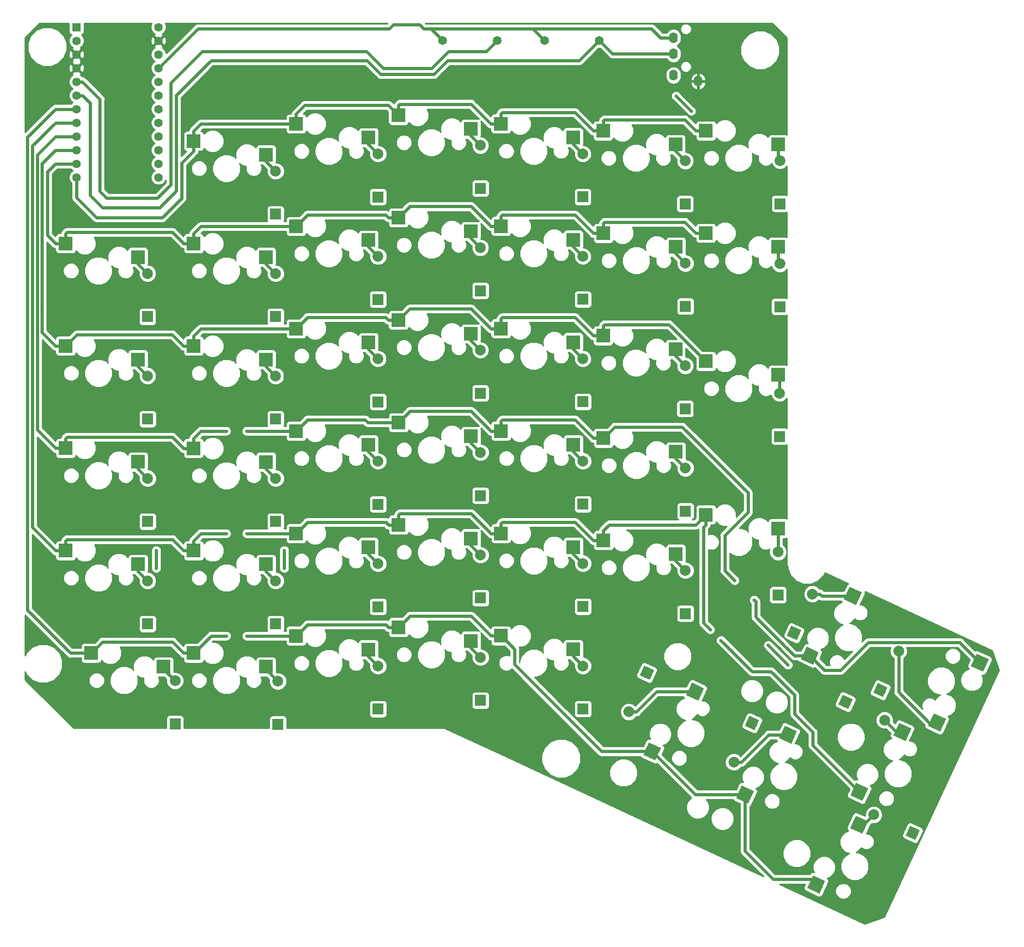
<source format=gbr>
G04 #@! TF.GenerationSoftware,KiCad,Pcbnew,(5.0.1)-3*
G04 #@! TF.CreationDate,2018-11-22T23:11:07-08:00*
G04 #@! TF.ProjectId,ErgoMaxRight,4572676F4D617852696768742E6B6963,rev?*
G04 #@! TF.SameCoordinates,Original*
G04 #@! TF.FileFunction,Copper,L1,Top,Signal*
G04 #@! TF.FilePolarity,Positive*
%FSLAX46Y46*%
G04 Gerber Fmt 4.6, Leading zero omitted, Abs format (unit mm)*
G04 Created by KiCad (PCBNEW (5.0.1)-3) date 22/11/2018 23:11:07*
%MOMM*%
%LPD*%
G01*
G04 APERTURE LIST*
G04 #@! TA.AperFunction,ComponentPad*
%ADD10R,2.000000X2.000000*%
G04 #@! TD*
G04 #@! TA.AperFunction,ComponentPad*
%ADD11C,2.000000*%
G04 #@! TD*
G04 #@! TA.AperFunction,Conductor*
%ADD12C,0.100000*%
G04 #@! TD*
G04 #@! TA.AperFunction,ComponentPad*
%ADD13C,1.651000*%
G04 #@! TD*
G04 #@! TA.AperFunction,ComponentPad*
%ADD14C,1.600000*%
G04 #@! TD*
G04 #@! TA.AperFunction,ComponentPad*
%ADD15R,1.600000X1.600000*%
G04 #@! TD*
G04 #@! TA.AperFunction,SMDPad,CuDef*
%ADD16R,2.550000X2.500000*%
G04 #@! TD*
G04 #@! TA.AperFunction,SMDPad,CuDef*
%ADD17C,2.500000*%
G04 #@! TD*
G04 #@! TA.AperFunction,ComponentPad*
%ADD18O,1.600000X2.000000*%
G04 #@! TD*
G04 #@! TA.AperFunction,ViaPad*
%ADD19C,0.609600*%
G04 #@! TD*
G04 #@! TA.AperFunction,Conductor*
%ADD20C,0.600000*%
G04 #@! TD*
G04 #@! TA.AperFunction,Conductor*
%ADD21C,0.254000*%
G04 #@! TD*
G04 APERTURE END LIST*
D10*
G04 #@! TO.P,D1,1*
G04 #@! TO.N,/Col1*
X157744161Y-72172966D03*
D11*
G04 #@! TO.P,D1,2*
G04 #@! TO.N,Net-(D1-Pad2)*
X157744161Y-64172966D03*
G04 #@! TD*
D10*
G04 #@! TO.P,D11,1*
G04 #@! TO.N,/Col4*
X214878761Y-88006746D03*
D11*
G04 #@! TO.P,D11,2*
G04 #@! TO.N,Net-(D11-Pad2)*
X214878761Y-80006746D03*
G04 #@! TD*
D10*
G04 #@! TO.P,D21,1*
G04 #@! TO.N,/Col0*
X133949561Y-129293166D03*
D11*
G04 #@! TO.P,D21,2*
G04 #@! TO.N,Net-(D21-Pad2)*
X133949561Y-121293166D03*
G04 #@! TD*
D10*
G04 #@! TO.P,D20,1*
G04 #@! TO.N,/Col6*
X251472700Y-113501940D03*
D11*
G04 #@! TO.P,D20,2*
G04 #@! TO.N,Net-(D20-Pad2)*
X251472700Y-105501940D03*
G04 #@! TD*
D10*
G04 #@! TO.P,D19,1*
G04 #@! TO.N,/Col5*
X233911761Y-108355366D03*
D11*
G04 #@! TO.P,D19,2*
G04 #@! TO.N,Net-(D19-Pad2)*
X233911761Y-100355366D03*
G04 #@! TD*
D10*
G04 #@! TO.P,D18,1*
G04 #@! TO.N,/Col4*
X214878601Y-107044586D03*
D11*
G04 #@! TO.P,D18,2*
G04 #@! TO.N,Net-(D18-Pad2)*
X214878601Y-99044586D03*
G04 #@! TD*
D10*
G04 #@! TO.P,D17,1*
G04 #@! TO.N,/Col3*
X195833201Y-105458866D03*
D11*
G04 #@! TO.P,D17,2*
G04 #@! TO.N,Net-(D17-Pad2)*
X195833201Y-97458866D03*
G04 #@! TD*
D10*
G04 #@! TO.P,D16,1*
G04 #@! TO.N,/Col2*
X176788761Y-107061946D03*
D11*
G04 #@! TO.P,D16,2*
G04 #@! TO.N,Net-(D16-Pad2)*
X176788761Y-99061946D03*
G04 #@! TD*
D10*
G04 #@! TO.P,D15,1*
G04 #@! TO.N,/Col1*
X157740021Y-110262666D03*
D11*
G04 #@! TO.P,D15,2*
G04 #@! TO.N,Net-(D15-Pad2)*
X157740021Y-102262666D03*
G04 #@! TD*
D10*
G04 #@! TO.P,D14,1*
G04 #@! TO.N,/Col0*
X133939241Y-110253066D03*
D11*
G04 #@! TO.P,D14,2*
G04 #@! TO.N,Net-(D14-Pad2)*
X133939241Y-102253066D03*
G04 #@! TD*
D10*
G04 #@! TO.P,D13,1*
G04 #@! TO.N,/Col6*
X251513340Y-89379560D03*
D11*
G04 #@! TO.P,D13,2*
G04 #@! TO.N,Net-(D13-Pad2)*
X251513340Y-81379560D03*
G04 #@! TD*
D10*
G04 #@! TO.P,D24,1*
G04 #@! TO.N,/Col3*
X195854161Y-124506566D03*
D11*
G04 #@! TO.P,D24,2*
G04 #@! TO.N,Net-(D24-Pad2)*
X195854161Y-116506566D03*
G04 #@! TD*
D10*
G04 #@! TO.P,D23,1*
G04 #@! TO.N,/Col2*
X176804161Y-126109566D03*
D11*
G04 #@! TO.P,D23,2*
G04 #@! TO.N,Net-(D23-Pad2)*
X176804161Y-118109566D03*
G04 #@! TD*
D10*
G04 #@! TO.P,D10,1*
G04 #@! TO.N,/Col3*
X195836861Y-86414406D03*
D11*
G04 #@! TO.P,D10,2*
G04 #@! TO.N,Net-(D10-Pad2)*
X195836861Y-78414406D03*
G04 #@! TD*
D10*
G04 #@! TO.P,D9,1*
G04 #@! TO.N,/Col2*
X176791261Y-88019966D03*
D11*
G04 #@! TO.P,D9,2*
G04 #@! TO.N,Net-(D9-Pad2)*
X176791261Y-80019966D03*
G04 #@! TD*
D10*
G04 #@! TO.P,D8,1*
G04 #@! TO.N,/Col1*
X157741261Y-91209966D03*
D11*
G04 #@! TO.P,D8,2*
G04 #@! TO.N,Net-(D8-Pad2)*
X157741261Y-83209966D03*
G04 #@! TD*
D10*
G04 #@! TO.P,D7,1*
G04 #@! TO.N,/Col0*
X133935841Y-91209966D03*
D11*
G04 #@! TO.P,D7,2*
G04 #@! TO.N,Net-(D7-Pad2)*
X133935841Y-83209966D03*
G04 #@! TD*
D10*
G04 #@! TO.P,D6,1*
G04 #@! TO.N,/Col6*
X251559060Y-70235580D03*
D11*
G04 #@! TO.P,D6,2*
G04 #@! TO.N,Net-(D6-Pad2)*
X251559060Y-62235580D03*
G04 #@! TD*
D10*
G04 #@! TO.P,D5,1*
G04 #@! TO.N,/Col5*
X233911912Y-70252966D03*
D11*
G04 #@! TO.P,D5,2*
G04 #@! TO.N,Net-(D5-Pad2)*
X233911912Y-62252966D03*
G04 #@! TD*
D10*
G04 #@! TO.P,D4,1*
G04 #@! TO.N,/Col4*
X214874161Y-68952966D03*
D11*
G04 #@! TO.P,D4,2*
G04 #@! TO.N,Net-(D4-Pad2)*
X214874161Y-60952966D03*
G04 #@! TD*
D10*
G04 #@! TO.P,D3,1*
G04 #@! TO.N,/Col3*
X195834161Y-67368966D03*
D11*
G04 #@! TO.P,D3,2*
G04 #@! TO.N,Net-(D3-Pad2)*
X195834161Y-59368966D03*
G04 #@! TD*
D10*
G04 #@! TO.P,D2,1*
G04 #@! TO.N,/Col2*
X176794161Y-68966366D03*
D11*
G04 #@! TO.P,D2,2*
G04 #@! TO.N,Net-(D2-Pad2)*
X176794161Y-60966366D03*
G04 #@! TD*
D10*
G04 #@! TO.P,D35,1*
G04 #@! TO.N,/Col6*
X251180000Y-142990000D03*
D11*
G04 #@! TO.P,D35,2*
G04 #@! TO.N,Net-(D35-Pad2)*
X251180000Y-134990000D03*
G04 #@! TD*
D10*
G04 #@! TO.P,D22,1*
G04 #@! TO.N,/Col1*
X157745761Y-129301366D03*
D11*
G04 #@! TO.P,D22,2*
G04 #@! TO.N,Net-(D22-Pad2)*
X157745761Y-121301366D03*
G04 #@! TD*
G04 #@! TO.P,D44,1*
G04 #@! TO.N,/Col7*
X276223111Y-187229853D03*
D12*
G04 #@! TD*
G04 #@! TO.N,/Col7*
G04 #@! TO.C,D44*
G36*
X274894185Y-187713543D02*
X275739421Y-185900927D01*
X277552037Y-186746163D01*
X276706801Y-188558779D01*
X274894185Y-187713543D01*
X274894185Y-187713543D01*
G37*
D11*
G04 #@! TO.P,D44,2*
G04 #@! TO.N,Net-(D44-Pad2)*
X268972649Y-183848907D03*
G04 #@! TD*
G04 #@! TO.P,D43,1*
G04 #@! TO.N,/Col6*
X246343273Y-166798609D03*
D12*
G04 #@! TD*
G04 #@! TO.N,/Col6*
G04 #@! TO.C,D43*
G36*
X246826963Y-168127535D02*
X245014347Y-167282299D01*
X245859583Y-165469683D01*
X247672199Y-166314919D01*
X246826963Y-168127535D01*
X246826963Y-168127535D01*
G37*
D11*
G04 #@! TO.P,D43,2*
G04 #@! TO.N,Net-(D43-Pad2)*
X242962327Y-174049071D03*
G04 #@! TD*
G04 #@! TO.P,D42,1*
G04 #@! TO.N,/Col5*
X226797973Y-157443789D03*
D12*
G04 #@! TD*
G04 #@! TO.N,/Col5*
G04 #@! TO.C,D42*
G36*
X227281663Y-158772715D02*
X225469047Y-157927479D01*
X226314283Y-156114863D01*
X228126899Y-156960099D01*
X227281663Y-158772715D01*
X227281663Y-158772715D01*
G37*
D11*
G04 #@! TO.P,D42,2*
G04 #@! TO.N,Net-(D42-Pad2)*
X223417027Y-164694251D03*
G04 #@! TD*
D10*
G04 #@! TO.P,D41,1*
G04 #@! TO.N,/Col4*
X214904161Y-164169326D03*
D11*
G04 #@! TO.P,D41,2*
G04 #@! TO.N,Net-(D41-Pad2)*
X214904161Y-156169326D03*
G04 #@! TD*
D10*
G04 #@! TO.P,D40,1*
G04 #@! TO.N,/Col3*
X195854161Y-162589326D03*
D11*
G04 #@! TO.P,D40,2*
G04 #@! TO.N,Net-(D40-Pad2)*
X195854161Y-154589326D03*
G04 #@! TD*
D10*
G04 #@! TO.P,D39,1*
G04 #@! TO.N,/Col2*
X176804161Y-164189326D03*
D11*
G04 #@! TO.P,D39,2*
G04 #@! TO.N,Net-(D39-Pad2)*
X176804161Y-156189326D03*
G04 #@! TD*
D10*
G04 #@! TO.P,D38,1*
G04 #@! TO.N,/Col1*
X158180000Y-167030000D03*
D11*
G04 #@! TO.P,D38,2*
G04 #@! TO.N,Net-(D38-Pad2)*
X158180000Y-159030000D03*
G04 #@! TD*
D10*
G04 #@! TO.P,D37,1*
G04 #@! TO.N,/Col0*
X139060000Y-166950000D03*
D11*
G04 #@! TO.P,D37,2*
G04 #@! TO.N,Net-(D37-Pad2)*
X139060000Y-158950000D03*
G04 #@! TD*
G04 #@! TO.P,D36,1*
G04 #@! TO.N,/Col7*
X263725009Y-162871047D03*
D12*
G04 #@! TD*
G04 #@! TO.N,/Col7*
G04 #@! TO.C,D36*
G36*
X265053935Y-162387357D02*
X264208699Y-164199973D01*
X262396083Y-163354737D01*
X263241319Y-161542121D01*
X265053935Y-162387357D01*
X265053935Y-162387357D01*
G37*
D11*
G04 #@! TO.P,D36,2*
G04 #@! TO.N,Net-(D36-Pad2)*
X270975471Y-166251993D03*
G04 #@! TD*
D10*
G04 #@! TO.P,D12,1*
G04 #@! TO.N,/Col5*
X233954161Y-89302846D03*
D11*
G04 #@! TO.P,D12,2*
G04 #@! TO.N,Net-(D12-Pad2)*
X233954161Y-81302846D03*
G04 #@! TD*
D10*
G04 #@! TO.P,D34,1*
G04 #@! TO.N,/Col5*
X233954161Y-146429326D03*
D11*
G04 #@! TO.P,D34,2*
G04 #@! TO.N,Net-(D34-Pad2)*
X233954161Y-138429326D03*
G04 #@! TD*
D10*
G04 #@! TO.P,D33,1*
G04 #@! TO.N,/Col4*
X214904161Y-145129326D03*
D11*
G04 #@! TO.P,D33,2*
G04 #@! TO.N,Net-(D33-Pad2)*
X214904161Y-137129326D03*
G04 #@! TD*
D10*
G04 #@! TO.P,D32,1*
G04 #@! TO.N,/Col3*
X195854161Y-143549326D03*
D11*
G04 #@! TO.P,D32,2*
G04 #@! TO.N,Net-(D32-Pad2)*
X195854161Y-135549326D03*
G04 #@! TD*
D10*
G04 #@! TO.P,D31,1*
G04 #@! TO.N,/Col2*
X176804161Y-145159326D03*
D11*
G04 #@! TO.P,D31,2*
G04 #@! TO.N,Net-(D31-Pad2)*
X176804161Y-137159326D03*
G04 #@! TD*
D10*
G04 #@! TO.P,D30,1*
G04 #@! TO.N,/Col1*
X157754161Y-148339326D03*
D11*
G04 #@! TO.P,D30,2*
G04 #@! TO.N,Net-(D30-Pad2)*
X157754161Y-140339326D03*
G04 #@! TD*
D10*
G04 #@! TO.P,D29,1*
G04 #@! TO.N,/Col0*
X133944161Y-148339326D03*
D11*
G04 #@! TO.P,D29,2*
G04 #@! TO.N,Net-(D29-Pad2)*
X133944161Y-140339326D03*
G04 #@! TD*
G04 #@! TO.P,D28,1*
G04 #@! TO.N,/Col7*
X270226687Y-160670891D03*
D12*
G04 #@! TD*
G04 #@! TO.N,/Col7*
G04 #@! TO.C,D28*
G36*
X269742997Y-159341965D02*
X271555613Y-160187201D01*
X270710377Y-161999817D01*
X268897761Y-161154581D01*
X269742997Y-159341965D01*
X269742997Y-159341965D01*
G37*
D11*
G04 #@! TO.P,D28,2*
G04 #@! TO.N,Net-(D28-Pad2)*
X273607633Y-153420429D03*
G04 #@! TD*
G04 #@! TO.P,D27,1*
G04 #@! TO.N,/Col6*
X254161187Y-150040991D03*
D12*
G04 #@! TD*
G04 #@! TO.N,/Col6*
G04 #@! TO.C,D27*
G36*
X253677497Y-148712065D02*
X255490113Y-149557301D01*
X254644877Y-151369917D01*
X252832261Y-150524681D01*
X253677497Y-148712065D01*
X253677497Y-148712065D01*
G37*
D11*
G04 #@! TO.P,D27,2*
G04 #@! TO.N,Net-(D27-Pad2)*
X257542133Y-142790529D03*
G04 #@! TD*
D10*
G04 #@! TO.P,D26,1*
G04 #@! TO.N,/Col5*
X233954161Y-127400166D03*
D11*
G04 #@! TO.P,D26,2*
G04 #@! TO.N,Net-(D26-Pad2)*
X233954161Y-119400166D03*
G04 #@! TD*
D10*
G04 #@! TO.P,D25,1*
G04 #@! TO.N,/Col4*
X214904161Y-126089326D03*
D11*
G04 #@! TO.P,D25,2*
G04 #@! TO.N,Net-(D25-Pad2)*
X214904161Y-118089326D03*
G04 #@! TD*
D13*
G04 #@! TO.P,R2,2*
G04 #@! TO.N,VCC*
X188827680Y-39875460D03*
G04 #@! TO.P,R2,1*
G04 #@! TO.N,SDA*
X198987680Y-39875460D03*
G04 #@! TD*
G04 #@! TO.P,R1,2*
G04 #@! TO.N,VCC*
X207765920Y-39875460D03*
G04 #@! TO.P,R1,1*
G04 #@! TO.N,SCL*
X217925920Y-39875460D03*
G04 #@! TD*
D14*
G04 #@! TO.P,U1,24*
G04 #@! TO.N,Net-(U1-Pad24)*
X135969660Y-37378640D03*
G04 #@! TO.P,U1,23*
G04 #@! TO.N,GND*
X135969660Y-39918640D03*
G04 #@! TO.P,U1,22*
G04 #@! TO.N,Net-(U1-Pad22)*
X135969660Y-42458640D03*
G04 #@! TO.P,U1,21*
G04 #@! TO.N,VCC*
X135969660Y-44998640D03*
G04 #@! TO.P,U1,20*
G04 #@! TO.N,/Col7*
X135969660Y-47538640D03*
G04 #@! TO.P,U1,19*
G04 #@! TO.N,/Col6*
X135969660Y-50078640D03*
G04 #@! TO.P,U1,18*
G04 #@! TO.N,/Col5*
X135969660Y-52618640D03*
G04 #@! TO.P,U1,17*
G04 #@! TO.N,/Col4*
X135969660Y-55158640D03*
G04 #@! TO.P,U1,16*
G04 #@! TO.N,/Col3*
X135969660Y-57698640D03*
G04 #@! TO.P,U1,15*
G04 #@! TO.N,/Col2*
X135969660Y-60238640D03*
G04 #@! TO.P,U1,14*
G04 #@! TO.N,/Col1*
X135969660Y-62778640D03*
G04 #@! TO.P,U1,13*
G04 #@! TO.N,/Col0*
X135969660Y-65318640D03*
G04 #@! TO.P,U1,12*
G04 #@! TO.N,/Row0*
X120729660Y-65318640D03*
G04 #@! TO.P,U1,11*
G04 #@! TO.N,/Row1*
X120729660Y-62778640D03*
G04 #@! TO.P,U1,10*
G04 #@! TO.N,/Row2*
X120729660Y-60238640D03*
G04 #@! TO.P,U1,9*
G04 #@! TO.N,/Row3*
X120729660Y-57698640D03*
G04 #@! TO.P,U1,8*
G04 #@! TO.N,/Row4*
X120729660Y-55158640D03*
G04 #@! TO.P,U1,7*
G04 #@! TO.N,/Row5*
X120729660Y-52618640D03*
G04 #@! TO.P,U1,6*
G04 #@! TO.N,SCL*
X120729660Y-50078640D03*
G04 #@! TO.P,U1,5*
G04 #@! TO.N,SDA*
X120729660Y-47538640D03*
G04 #@! TO.P,U1,4*
G04 #@! TO.N,GND*
X120729660Y-44998640D03*
G04 #@! TO.P,U1,3*
X120729660Y-42458640D03*
G04 #@! TO.P,U1,2*
G04 #@! TO.N,Net-(U1-Pad2)*
X120729660Y-39918640D03*
D15*
G04 #@! TO.P,U1,1*
G04 #@! TO.N,Net-(U1-Pad1)*
X120729660Y-37378640D03*
G04 #@! TD*
D16*
G04 #@! TO.P,K35,1*
G04 #@! TO.N,Net-(D35-Pad2)*
X251220000Y-130610000D03*
G04 #@! TO.P,K35,2*
G04 #@! TO.N,/Row4*
X237770000Y-128070000D03*
G04 #@! TD*
G04 #@! TO.P,K26,1*
G04 #@! TO.N,Net-(D26-Pad2)*
X232170000Y-116340840D03*
G04 #@! TO.P,K26,2*
G04 #@! TO.N,/Row3*
X218720000Y-113800840D03*
G04 #@! TD*
G04 #@! TO.P,K25,1*
G04 #@! TO.N,Net-(D25-Pad2)*
X213120000Y-115030000D03*
G04 #@! TO.P,K25,2*
G04 #@! TO.N,/Row3*
X199670000Y-112490000D03*
G04 #@! TD*
D17*
G04 #@! TO.P,K27,1*
G04 #@! TO.N,Net-(D27-Pad2)*
X265083343Y-143152520D03*
D12*
G04 #@! TD*
G04 #@! TO.N,Net-(D27-Pad2)*
G04 #@! TO.C,K27*
G36*
X265677389Y-144836335D02*
X263411620Y-143779790D01*
X264489297Y-141468705D01*
X266755066Y-142525250D01*
X265677389Y-144836335D01*
X265677389Y-144836335D01*
G37*
D17*
G04 #@! TO.P,K27,2*
G04 #@! TO.N,/Row3*
X257097105Y-154268910D03*
D12*
G04 #@! TD*
G04 #@! TO.N,/Row3*
G04 #@! TO.C,K27*
G36*
X257691151Y-155952725D02*
X255425382Y-154896180D01*
X256503059Y-152585095D01*
X258768828Y-153641640D01*
X257691151Y-155952725D01*
X257691151Y-155952725D01*
G37*
D17*
G04 #@! TO.P,K28,1*
G04 #@! TO.N,Net-(D28-Pad2)*
X280726233Y-166690269D03*
D12*
G04 #@! TD*
G04 #@! TO.N,Net-(D28-Pad2)*
G04 #@! TO.C,K28*
G36*
X280132187Y-165006454D02*
X282397956Y-166062999D01*
X281320279Y-168374084D01*
X279054510Y-167317539D01*
X280132187Y-165006454D01*
X280132187Y-165006454D01*
G37*
D17*
G04 #@! TO.P,K28,2*
G04 #@! TO.N,/Row3*
X288712471Y-155573879D03*
D12*
G04 #@! TD*
G04 #@! TO.N,/Row3*
G04 #@! TO.C,K28*
G36*
X288118425Y-153890064D02*
X290384194Y-154946609D01*
X289306517Y-157257694D01*
X287040748Y-156201149D01*
X288118425Y-153890064D01*
X288118425Y-153890064D01*
G37*
D16*
G04 #@! TO.P,K29,1*
G04 #@! TO.N,Net-(D29-Pad2)*
X132160000Y-137280000D03*
G04 #@! TO.P,K29,2*
G04 #@! TO.N,/Row4*
X118710000Y-134740000D03*
G04 #@! TD*
G04 #@! TO.P,K30,1*
G04 #@! TO.N,Net-(D30-Pad2)*
X155970000Y-137280000D03*
G04 #@! TO.P,K30,2*
G04 #@! TO.N,/Row4*
X142520000Y-134740000D03*
G04 #@! TD*
G04 #@! TO.P,K31,1*
G04 #@! TO.N,Net-(D31-Pad2)*
X175020000Y-134100000D03*
G04 #@! TO.P,K31,2*
G04 #@! TO.N,/Row4*
X161570000Y-131560000D03*
G04 #@! TD*
G04 #@! TO.P,K32,1*
G04 #@! TO.N,Net-(D32-Pad2)*
X194070000Y-132490000D03*
G04 #@! TO.P,K32,2*
G04 #@! TO.N,/Row4*
X180620000Y-129950000D03*
G04 #@! TD*
G04 #@! TO.P,K33,1*
G04 #@! TO.N,Net-(D33-Pad2)*
X213120000Y-134070000D03*
G04 #@! TO.P,K33,2*
G04 #@! TO.N,/Row4*
X199670000Y-131530000D03*
G04 #@! TD*
G04 #@! TO.P,K34,1*
G04 #@! TO.N,Net-(D34-Pad2)*
X232170000Y-135370000D03*
G04 #@! TO.P,K34,2*
G04 #@! TO.N,/Row4*
X218720000Y-132830000D03*
G04 #@! TD*
G04 #@! TO.P,K2,1*
G04 #@! TO.N,Net-(D2-Pad2)*
X175010000Y-57907040D03*
G04 #@! TO.P,K2,2*
G04 #@! TO.N,/Row0*
X161560000Y-55367040D03*
G04 #@! TD*
D17*
G04 #@! TO.P,K36,1*
G04 #@! TO.N,Net-(D36-Pad2)*
X274292254Y-168467680D03*
D12*
G04 #@! TD*
G04 #@! TO.N,Net-(D36-Pad2)*
G04 #@! TO.C,K36*
G36*
X274886300Y-170151495D02*
X272620531Y-169094950D01*
X273698208Y-166783865D01*
X275963977Y-167840410D01*
X274886300Y-170151495D01*
X274886300Y-170151495D01*
G37*
D17*
G04 #@! TO.P,K36,2*
G04 #@! TO.N,/Row4*
X266306016Y-179584070D03*
D12*
G04 #@! TD*
G04 #@! TO.N,/Row4*
G04 #@! TO.C,K36*
G36*
X266900062Y-181267885D02*
X264634293Y-180211340D01*
X265711970Y-177900255D01*
X267977739Y-178956800D01*
X266900062Y-181267885D01*
X266900062Y-181267885D01*
G37*
D16*
G04 #@! TO.P,K37,1*
G04 #@! TO.N,Net-(D37-Pad2)*
X136920000Y-156330000D03*
G04 #@! TO.P,K37,2*
G04 #@! TO.N,/Row5*
X123470000Y-153790000D03*
G04 #@! TD*
G04 #@! TO.P,K38,1*
G04 #@! TO.N,Net-(D38-Pad2)*
X155970000Y-156330000D03*
G04 #@! TO.P,K38,2*
G04 #@! TO.N,/Row5*
X142520000Y-153790000D03*
G04 #@! TD*
G04 #@! TO.P,K39,1*
G04 #@! TO.N,Net-(D39-Pad2)*
X175020000Y-153130000D03*
G04 #@! TO.P,K39,2*
G04 #@! TO.N,/Row5*
X161570000Y-150590000D03*
G04 #@! TD*
G04 #@! TO.P,K40,1*
G04 #@! TO.N,Net-(D40-Pad2)*
X194070000Y-151530000D03*
G04 #@! TO.P,K40,2*
G04 #@! TO.N,/Row5*
X180620000Y-148990000D03*
G04 #@! TD*
G04 #@! TO.P,K41,1*
G04 #@! TO.N,Net-(D41-Pad2)*
X213120000Y-153110000D03*
G04 #@! TO.P,K41,2*
G04 #@! TO.N,/Row5*
X199670000Y-150570000D03*
G04 #@! TD*
D17*
G04 #@! TO.P,K42,1*
G04 #@! TO.N,Net-(D42-Pad2)*
X235760885Y-160964532D03*
D12*
G04 #@! TD*
G04 #@! TO.N,Net-(D42-Pad2)*
G04 #@! TO.C,K42*
G36*
X236354931Y-162648347D02*
X234089162Y-161591802D01*
X235166839Y-159280717D01*
X237432608Y-160337262D01*
X236354931Y-162648347D01*
X236354931Y-162648347D01*
G37*
D17*
G04 #@! TO.P,K42,2*
G04 #@! TO.N,/Row5*
X227774647Y-172080922D03*
D12*
G04 #@! TD*
G04 #@! TO.N,/Row5*
G04 #@! TO.C,K42*
G36*
X228368693Y-173764737D02*
X226102924Y-172708192D01*
X227180601Y-170397107D01*
X229446370Y-171453652D01*
X228368693Y-173764737D01*
X228368693Y-173764737D01*
G37*
D17*
G04 #@! TO.P,K43,1*
G04 #@! TO.N,Net-(D43-Pad2)*
X253031529Y-168982712D03*
D12*
G04 #@! TD*
G04 #@! TO.N,Net-(D43-Pad2)*
G04 #@! TO.C,K43*
G36*
X253625575Y-170666527D02*
X251359806Y-169609982D01*
X252437483Y-167298897D01*
X254703252Y-168355442D01*
X253625575Y-170666527D01*
X253625575Y-170666527D01*
G37*
D17*
G04 #@! TO.P,K43,2*
G04 #@! TO.N,/Row5*
X245045291Y-180099102D03*
D12*
G04 #@! TD*
G04 #@! TO.N,/Row5*
G04 #@! TO.C,K43*
G36*
X245639337Y-181782917D02*
X243373568Y-180726372D01*
X244451245Y-178415287D01*
X246717014Y-179471832D01*
X245639337Y-181782917D01*
X245639337Y-181782917D01*
G37*
D17*
G04 #@! TO.P,K44,1*
G04 #@! TO.N,Net-(D44-Pad2)*
X266259400Y-185707312D03*
D12*
G04 #@! TD*
G04 #@! TO.N,Net-(D44-Pad2)*
G04 #@! TO.C,K44*
G36*
X266853446Y-187391127D02*
X264587677Y-186334582D01*
X265665354Y-184023497D01*
X267931123Y-185080042D01*
X266853446Y-187391127D01*
X266853446Y-187391127D01*
G37*
D17*
G04 #@! TO.P,K44,2*
G04 #@! TO.N,/Row5*
X258273162Y-196823702D03*
D12*
G04 #@! TD*
G04 #@! TO.N,/Row5*
G04 #@! TO.C,K44*
G36*
X258867208Y-198507517D02*
X256601439Y-197450972D01*
X257679116Y-195139887D01*
X259944885Y-196196432D01*
X258867208Y-198507517D01*
X258867208Y-198507517D01*
G37*
D16*
G04 #@! TO.P,K13,1*
G04 #@! TO.N,Net-(D13-Pad2)*
X251220000Y-78235940D03*
G04 #@! TO.P,K13,2*
G04 #@! TO.N,/Row1*
X237770000Y-75695940D03*
G04 #@! TD*
G04 #@! TO.P,K1,1*
G04 #@! TO.N,Net-(D1-Pad2)*
X155960000Y-61113640D03*
G04 #@! TO.P,K1,2*
G04 #@! TO.N,/Row0*
X142510000Y-58573640D03*
G04 #@! TD*
G04 #@! TO.P,K3,1*
G04 #@! TO.N,Net-(D3-Pad2)*
X194050000Y-56309640D03*
G04 #@! TO.P,K3,2*
G04 #@! TO.N,/Row0*
X180600000Y-53769640D03*
G04 #@! TD*
G04 #@! TO.P,K4,1*
G04 #@! TO.N,Net-(D4-Pad2)*
X213090000Y-57893640D03*
G04 #@! TO.P,K4,2*
G04 #@! TO.N,/Row0*
X199640000Y-55353640D03*
G04 #@! TD*
G04 #@! TO.P,K5,1*
G04 #@! TO.N,Net-(D5-Pad2)*
X232127751Y-59193640D03*
G04 #@! TO.P,K5,2*
G04 #@! TO.N,/Row0*
X218677751Y-56653640D03*
G04 #@! TD*
G04 #@! TO.P,K6,1*
G04 #@! TO.N,Net-(D6-Pad2)*
X251220000Y-59195640D03*
G04 #@! TO.P,K6,2*
G04 #@! TO.N,/Row0*
X237770000Y-56655640D03*
G04 #@! TD*
G04 #@! TO.P,K7,1*
G04 #@! TO.N,Net-(D7-Pad2)*
X132151680Y-80150640D03*
G04 #@! TO.P,K7,2*
G04 #@! TO.N,/Row1*
X118701680Y-77610640D03*
G04 #@! TD*
G04 #@! TO.P,K8,1*
G04 #@! TO.N,Net-(D8-Pad2)*
X155957100Y-80150640D03*
G04 #@! TO.P,K8,2*
G04 #@! TO.N,/Row1*
X142507100Y-77610640D03*
G04 #@! TD*
G04 #@! TO.P,K9,1*
G04 #@! TO.N,Net-(D9-Pad2)*
X175007100Y-76960640D03*
G04 #@! TO.P,K9,2*
G04 #@! TO.N,/Row1*
X161557100Y-74420640D03*
G04 #@! TD*
G04 #@! TO.P,K10,1*
G04 #@! TO.N,Net-(D10-Pad2)*
X194052700Y-75355080D03*
G04 #@! TO.P,K10,2*
G04 #@! TO.N,/Row1*
X180602700Y-72815080D03*
G04 #@! TD*
G04 #@! TO.P,K11,1*
G04 #@! TO.N,Net-(D11-Pad2)*
X213094600Y-76947420D03*
G04 #@! TO.P,K11,2*
G04 #@! TO.N,/Row1*
X199644600Y-74407420D03*
G04 #@! TD*
G04 #@! TO.P,K12,1*
G04 #@! TO.N,Net-(D12-Pad2)*
X232170000Y-78243520D03*
G04 #@! TO.P,K12,2*
G04 #@! TO.N,/Row1*
X218720000Y-75703520D03*
G04 #@! TD*
G04 #@! TO.P,K24,1*
G04 #@! TO.N,Net-(D24-Pad2)*
X194070000Y-113447240D03*
G04 #@! TO.P,K24,2*
G04 #@! TO.N,/Row3*
X180620000Y-110907240D03*
G04 #@! TD*
G04 #@! TO.P,K14,1*
G04 #@! TO.N,Net-(D14-Pad2)*
X132155080Y-99193740D03*
G04 #@! TO.P,K14,2*
G04 #@! TO.N,/Row2*
X118705080Y-96653740D03*
G04 #@! TD*
G04 #@! TO.P,K15,1*
G04 #@! TO.N,Net-(D15-Pad2)*
X155955860Y-99203340D03*
G04 #@! TO.P,K15,2*
G04 #@! TO.N,/Row2*
X142505860Y-96663340D03*
G04 #@! TD*
G04 #@! TO.P,K16,1*
G04 #@! TO.N,Net-(D16-Pad2)*
X175004600Y-96002620D03*
G04 #@! TO.P,K16,2*
G04 #@! TO.N,/Row2*
X161554600Y-93462620D03*
G04 #@! TD*
G04 #@! TO.P,K17,1*
G04 #@! TO.N,Net-(D17-Pad2)*
X194049040Y-94399540D03*
G04 #@! TO.P,K17,2*
G04 #@! TO.N,/Row2*
X180599040Y-91859540D03*
G04 #@! TD*
G04 #@! TO.P,K18,1*
G04 #@! TO.N,Net-(D18-Pad2)*
X213094440Y-95985260D03*
G04 #@! TO.P,K18,2*
G04 #@! TO.N,/Row2*
X199644440Y-93445260D03*
G04 #@! TD*
G04 #@! TO.P,K19,1*
G04 #@! TO.N,Net-(D19-Pad2)*
X232127600Y-97296040D03*
G04 #@! TO.P,K19,2*
G04 #@! TO.N,/Row2*
X218677600Y-94756040D03*
G04 #@! TD*
G04 #@! TO.P,K20,1*
G04 #@! TO.N,Net-(D20-Pad2)*
X251220000Y-102055640D03*
G04 #@! TO.P,K20,2*
G04 #@! TO.N,/Row2*
X237770000Y-99515640D03*
G04 #@! TD*
G04 #@! TO.P,K21,1*
G04 #@! TO.N,Net-(D21-Pad2)*
X132165400Y-118233840D03*
G04 #@! TO.P,K21,2*
G04 #@! TO.N,/Row3*
X118715400Y-115693840D03*
G04 #@! TD*
G04 #@! TO.P,K22,1*
G04 #@! TO.N,Net-(D22-Pad2)*
X155961600Y-118242040D03*
G04 #@! TO.P,K22,2*
G04 #@! TO.N,/Row3*
X142511600Y-115702040D03*
G04 #@! TD*
G04 #@! TO.P,K23,1*
G04 #@! TO.N,Net-(D23-Pad2)*
X175020000Y-115050240D03*
G04 #@! TO.P,K23,2*
G04 #@! TO.N,/Row3*
X161570000Y-112510240D03*
G04 #@! TD*
D18*
G04 #@! TO.P,J1,1*
G04 #@! TO.N,GND*
X236333060Y-47446740D03*
G04 #@! TO.P,J1,2*
G04 #@! TO.N,SDA*
X231733060Y-46346740D03*
G04 #@! TO.P,J1,4*
G04 #@! TO.N,VCC*
X231733060Y-39346740D03*
G04 #@! TO.P,J1,3*
G04 #@! TO.N,SCL*
X231733060Y-42346740D03*
G04 #@! TD*
D19*
G04 #@! TO.N,/Col1*
X159358962Y-134670800D03*
X159358962Y-137988040D03*
G04 #@! TO.N,/Col0*
X135548962Y-134680960D03*
X135548962Y-138000740D03*
G04 #@! TO.N,/Col7*
X235033072Y-53002180D03*
X232213672Y-50182780D03*
X249344180Y-152318720D03*
X253011940Y-155986480D03*
G04 #@! TO.N,/Row3*
X148562060Y-112510240D03*
X152364440Y-112510240D03*
X243094615Y-140266420D03*
X246742055Y-143913860D03*
G04 #@! TO.N,/Row4*
X148549360Y-131560000D03*
X152361900Y-131560000D03*
X238564420Y-149423120D03*
X240568480Y-151427180D03*
G04 #@! TO.N,/Row5*
X148559520Y-150590000D03*
X152382220Y-150590000D03*
G04 #@! TD*
D20*
G04 #@! TO.N,Net-(D1-Pad2)*
X155960000Y-62380000D02*
X158110000Y-64530000D01*
X155960000Y-61113640D02*
X155960000Y-62380000D01*
G04 #@! TO.N,/Col1*
X159358962Y-134670800D02*
X159358962Y-137988040D01*
G04 #@! TO.N,Net-(D2-Pad2)*
X175010000Y-59182205D02*
X176794161Y-60966366D01*
X175010000Y-57907040D02*
X175010000Y-59182205D01*
G04 #@! TO.N,Net-(D3-Pad2)*
X194050000Y-57584805D02*
X195834161Y-59368966D01*
X194050000Y-56309640D02*
X194050000Y-57584805D01*
G04 #@! TO.N,Net-(D4-Pad2)*
X213090000Y-59168805D02*
X214874161Y-60952966D01*
X213090000Y-57893640D02*
X213090000Y-59168805D01*
G04 #@! TO.N,Net-(D5-Pad2)*
X232127751Y-60468805D02*
X233911912Y-62252966D01*
X232127751Y-59193640D02*
X232127751Y-60468805D01*
G04 #@! TO.N,Net-(D6-Pad2)*
X251220000Y-61896520D02*
X251559060Y-62235580D01*
X251220000Y-59195640D02*
X251220000Y-61896520D01*
G04 #@! TO.N,/Col0*
X135548962Y-134680960D02*
X135548962Y-138000740D01*
G04 #@! TO.N,Net-(D7-Pad2)*
X132151680Y-81425805D02*
X133935841Y-83209966D01*
X132151680Y-80150640D02*
X132151680Y-81425805D01*
G04 #@! TO.N,Net-(D8-Pad2)*
X155957100Y-81425805D02*
X157741261Y-83209966D01*
X155957100Y-80150640D02*
X155957100Y-81425805D01*
G04 #@! TO.N,Net-(D9-Pad2)*
X175007100Y-78235805D02*
X176791261Y-80019966D01*
X175007100Y-76960640D02*
X175007100Y-78235805D01*
G04 #@! TO.N,Net-(D10-Pad2)*
X194052700Y-76630245D02*
X195836861Y-78414406D01*
X194052700Y-75355080D02*
X194052700Y-76630245D01*
G04 #@! TO.N,Net-(D11-Pad2)*
X213094600Y-78222585D02*
X214878761Y-80006746D01*
X213094600Y-76947420D02*
X213094600Y-78222585D01*
G04 #@! TO.N,Net-(D12-Pad2)*
X232170000Y-79518685D02*
X233954161Y-81302846D01*
X232170000Y-78243520D02*
X232170000Y-79518685D01*
G04 #@! TO.N,Net-(D13-Pad2)*
X251220000Y-80905880D02*
X251693680Y-81379560D01*
X251220000Y-81086220D02*
X251513340Y-81379560D01*
X251220000Y-78235940D02*
X251220000Y-81086220D01*
G04 #@! TO.N,Net-(D14-Pad2)*
X132155080Y-100468905D02*
X133939241Y-102253066D01*
X132155080Y-99193740D02*
X132155080Y-100468905D01*
G04 #@! TO.N,Net-(D15-Pad2)*
X155955860Y-100478505D02*
X157740021Y-102262666D01*
X155955860Y-99203340D02*
X155955860Y-100478505D01*
G04 #@! TO.N,Net-(D16-Pad2)*
X175004600Y-97277785D02*
X176788761Y-99061946D01*
X175004600Y-96002620D02*
X175004600Y-97277785D01*
G04 #@! TO.N,Net-(D17-Pad2)*
X194049040Y-95674705D02*
X195833201Y-97458866D01*
X194049040Y-94399540D02*
X194049040Y-95674705D01*
G04 #@! TO.N,Net-(D18-Pad2)*
X213094440Y-97260425D02*
X214878601Y-99044586D01*
X213094440Y-95985260D02*
X213094440Y-97260425D01*
G04 #@! TO.N,Net-(D19-Pad2)*
X232127600Y-98571205D02*
X233911761Y-100355366D01*
X232127600Y-97296040D02*
X232127600Y-98571205D01*
G04 #@! TO.N,Net-(D20-Pad2)*
X251472700Y-102308340D02*
X251220000Y-102055640D01*
X251472700Y-105501940D02*
X251472700Y-102308340D01*
G04 #@! TO.N,Net-(D21-Pad2)*
X132165400Y-119509005D02*
X133949561Y-121293166D01*
X132165400Y-118233840D02*
X132165400Y-119509005D01*
G04 #@! TO.N,Net-(D22-Pad2)*
X155961600Y-119517205D02*
X157745761Y-121301366D01*
X155961600Y-118242040D02*
X155961600Y-119517205D01*
G04 #@! TO.N,Net-(D23-Pad2)*
X175020000Y-116325405D02*
X176804161Y-118109566D01*
X175020000Y-115050240D02*
X175020000Y-116325405D01*
G04 #@! TO.N,Net-(D24-Pad2)*
X194070000Y-114722405D02*
X195854161Y-116506566D01*
X194070000Y-113447240D02*
X194070000Y-114722405D01*
G04 #@! TO.N,Net-(D25-Pad2)*
X213120000Y-116305165D02*
X214904161Y-118089326D01*
X213120000Y-115030000D02*
X213120000Y-116305165D01*
G04 #@! TO.N,Net-(D26-Pad2)*
X232170000Y-117616005D02*
X233954161Y-119400166D01*
X232170000Y-116340840D02*
X232170000Y-117616005D01*
G04 #@! TO.N,Net-(D27-Pad2)*
X261663324Y-143152520D02*
X265083343Y-143152520D01*
X259318337Y-143152520D02*
X261663324Y-143152520D01*
X258956346Y-142790529D02*
X259318337Y-143152520D01*
X257542133Y-142790529D02*
X258956346Y-142790529D01*
G04 #@! TO.N,/Col7*
X235033072Y-53002180D02*
X232213672Y-50182780D01*
X232213672Y-50182780D02*
X232213672Y-50182780D01*
X253011940Y-155986480D02*
X249344180Y-152318720D01*
G04 #@! TO.N,Net-(D28-Pad2)*
X279247011Y-166690269D02*
X280726233Y-166690269D01*
X273607633Y-161050891D02*
X279247011Y-166690269D01*
X273607633Y-153420429D02*
X273607633Y-161050891D01*
G04 #@! TO.N,Net-(D29-Pad2)*
X132160000Y-138555165D02*
X133944161Y-140339326D01*
X132160000Y-137280000D02*
X132160000Y-138555165D01*
G04 #@! TO.N,Net-(D30-Pad2)*
X155970000Y-138555165D02*
X157754161Y-140339326D01*
X155970000Y-137280000D02*
X155970000Y-138555165D01*
G04 #@! TO.N,Net-(D31-Pad2)*
X175020000Y-135375165D02*
X176804161Y-137159326D01*
X175020000Y-134100000D02*
X175020000Y-135375165D01*
G04 #@! TO.N,Net-(D32-Pad2)*
X194070000Y-133765165D02*
X195854161Y-135549326D01*
X194070000Y-132490000D02*
X194070000Y-133765165D01*
G04 #@! TO.N,Net-(D33-Pad2)*
X213120000Y-135345165D02*
X214904161Y-137129326D01*
X213120000Y-134070000D02*
X213120000Y-135345165D01*
G04 #@! TO.N,Net-(D34-Pad2)*
X232170000Y-136645165D02*
X233954161Y-138429326D01*
X232170000Y-135370000D02*
X232170000Y-136645165D01*
G04 #@! TO.N,Net-(D35-Pad2)*
X251220000Y-134950000D02*
X251180000Y-134990000D01*
X251220000Y-130610000D02*
X251220000Y-134950000D01*
G04 #@! TO.N,Net-(D36-Pad2)*
X273191158Y-168467680D02*
X270975471Y-166251993D01*
X274292254Y-168467680D02*
X273191158Y-168467680D01*
G04 #@! TO.N,Net-(D37-Pad2)*
X136920000Y-156810000D02*
X139060000Y-158950000D01*
X136920000Y-156330000D02*
X136920000Y-156810000D01*
G04 #@! TO.N,Net-(D38-Pad2)*
X155970000Y-156820000D02*
X158180000Y-159030000D01*
X155970000Y-156330000D02*
X155970000Y-156820000D01*
G04 #@! TO.N,Net-(D39-Pad2)*
X175020000Y-154405165D02*
X176804161Y-156189326D01*
X175020000Y-153130000D02*
X175020000Y-154405165D01*
G04 #@! TO.N,Net-(D40-Pad2)*
X194070000Y-152805165D02*
X195854161Y-154589326D01*
X194070000Y-151530000D02*
X194070000Y-152805165D01*
G04 #@! TO.N,Net-(D41-Pad2)*
X213120000Y-154385165D02*
X214904161Y-156169326D01*
X213120000Y-153110000D02*
X213120000Y-154385165D01*
G04 #@! TO.N,Net-(D42-Pad2)*
X235760885Y-160964532D02*
X233865768Y-160964532D01*
X234281663Y-160964532D02*
X235760885Y-160964532D01*
X228560959Y-160964532D02*
X234281663Y-160964532D01*
X224831240Y-164694251D02*
X228560959Y-160964532D01*
X223417027Y-164694251D02*
X224831240Y-164694251D01*
G04 #@! TO.N,Net-(D43-Pad2)*
X251552307Y-168982712D02*
X253031529Y-168982712D01*
X249442899Y-168982712D02*
X251552307Y-168982712D01*
X244376540Y-174049071D02*
X249442899Y-168982712D01*
X242962327Y-174049071D02*
X244376540Y-174049071D01*
G04 #@! TO.N,Net-(D44-Pad2)*
X267114244Y-185707312D02*
X268972649Y-183848907D01*
X266259400Y-185707312D02*
X267114244Y-185707312D01*
G04 #@! TO.N,/Row0*
X159685000Y-55367040D02*
X161560000Y-55367040D01*
X143866600Y-55367040D02*
X159685000Y-55367040D01*
X142510000Y-56723640D02*
X143866600Y-55367040D01*
X142510000Y-58573640D02*
X142510000Y-56723640D01*
X180575000Y-53769640D02*
X180600000Y-53769640D01*
X178725000Y-51919640D02*
X180575000Y-53769640D01*
X163157400Y-51919640D02*
X178725000Y-51919640D01*
X161560000Y-53517040D02*
X163157400Y-51919640D01*
X161560000Y-55367040D02*
X161560000Y-53517040D01*
X197765000Y-55353640D02*
X199640000Y-55353640D01*
X194101199Y-51689839D02*
X197765000Y-55353640D01*
X180829801Y-51689839D02*
X194101199Y-51689839D01*
X180600000Y-51919640D02*
X180829801Y-51689839D01*
X180600000Y-53769640D02*
X180600000Y-51919640D01*
X216802751Y-56653640D02*
X218677751Y-56653640D01*
X213422950Y-53273839D02*
X216802751Y-56653640D01*
X199869801Y-53273839D02*
X213422950Y-53273839D01*
X199640000Y-53503640D02*
X199869801Y-53273839D01*
X199640000Y-55353640D02*
X199640000Y-53503640D01*
X235895000Y-56655640D02*
X237770000Y-56655640D01*
X233813199Y-54573839D02*
X235895000Y-56655640D01*
X218907552Y-54573839D02*
X233813199Y-54573839D01*
X218677751Y-54803640D02*
X218907552Y-54573839D01*
X218677751Y-56653640D02*
X218677751Y-54803640D01*
X142510000Y-60423640D02*
X142510000Y-58573640D01*
X136679940Y-72814180D02*
X140281660Y-69212460D01*
X140281660Y-69212460D02*
X140281660Y-62651980D01*
X140281660Y-62651980D02*
X142510000Y-60423640D01*
X120729660Y-66450010D02*
X120731280Y-66451630D01*
X120729660Y-65318640D02*
X120729660Y-66450010D01*
X120731280Y-69108320D02*
X124437140Y-72814180D01*
X120731280Y-66451630D02*
X120731280Y-69108320D01*
X124437140Y-72814180D02*
X136679940Y-72814180D01*
G04 #@! TO.N,/Row1*
X140632100Y-77610640D02*
X142507100Y-77610640D01*
X138552299Y-75530839D02*
X140632100Y-77610640D01*
X118931481Y-75530839D02*
X138552299Y-75530839D01*
X118701680Y-75760640D02*
X118931481Y-75530839D01*
X118701680Y-77610640D02*
X118701680Y-75760640D01*
X159682100Y-74420640D02*
X161557100Y-74420640D01*
X143847100Y-74420640D02*
X159682100Y-74420640D01*
X142507100Y-75760640D02*
X143847100Y-74420640D01*
X142507100Y-77610640D02*
X142507100Y-75760640D01*
X178727700Y-72815080D02*
X180602700Y-72815080D01*
X178253459Y-72340839D02*
X178727700Y-72815080D01*
X197769600Y-74407420D02*
X199644600Y-74407420D01*
X194097459Y-70735279D02*
X197769600Y-74407420D01*
X182707501Y-70735279D02*
X194097459Y-70735279D01*
X180627700Y-72815080D02*
X182707501Y-70735279D01*
X180602700Y-72815080D02*
X180627700Y-72815080D01*
X216845000Y-75703520D02*
X218720000Y-75703520D01*
X213469099Y-72327619D02*
X216845000Y-75703520D01*
X199874401Y-72327619D02*
X213469099Y-72327619D01*
X199644600Y-72557420D02*
X199874401Y-72327619D01*
X199644600Y-74407420D02*
X199644600Y-72557420D01*
X235895000Y-75695940D02*
X237770000Y-75695940D01*
X233822779Y-73623719D02*
X235895000Y-75695940D01*
X218949801Y-73623719D02*
X233822779Y-73623719D01*
X218720000Y-73853520D02*
X218949801Y-73623719D01*
X218720000Y-75703520D02*
X218720000Y-73853520D01*
X117929660Y-62778640D02*
X120729660Y-62778640D01*
X116798290Y-62778640D02*
X117929660Y-62778640D01*
X116826680Y-77610640D02*
X115285520Y-76069480D01*
X118701680Y-77610640D02*
X116826680Y-77610640D01*
X115285520Y-76069480D02*
X115285520Y-73728580D01*
X115285520Y-73728580D02*
X115282980Y-73726040D01*
X115282980Y-73726040D02*
X115282980Y-64293950D01*
X115282980Y-64293950D02*
X116798290Y-62778640D01*
X161582100Y-74420640D02*
X161557100Y-74420640D01*
X163661901Y-72340839D02*
X161582100Y-74420640D01*
X178253459Y-72340839D02*
X163661901Y-72340839D01*
G04 #@! TO.N,/Row2*
X140630860Y-96663340D02*
X142505860Y-96663340D01*
X138541459Y-94573939D02*
X140630860Y-96663340D01*
X120809881Y-94573939D02*
X138541459Y-94573939D01*
X118730080Y-96653740D02*
X120809881Y-94573939D01*
X118705080Y-96653740D02*
X118730080Y-96653740D01*
X159679600Y-93462620D02*
X161554600Y-93462620D01*
X143856580Y-93462620D02*
X159679600Y-93462620D01*
X142505860Y-94813340D02*
X143856580Y-93462620D01*
X142505860Y-96663340D02*
X142505860Y-94813340D01*
X180574040Y-91859540D02*
X180599040Y-91859540D01*
X197769440Y-93445260D02*
X199644440Y-93445260D01*
X194103919Y-89779739D02*
X197769440Y-93445260D01*
X182703841Y-89779739D02*
X194103919Y-89779739D01*
X180624040Y-91859540D02*
X182703841Y-89779739D01*
X180599040Y-91859540D02*
X180624040Y-91859540D01*
X216802600Y-94756040D02*
X218677600Y-94756040D01*
X213412019Y-91365459D02*
X216802600Y-94756040D01*
X199874241Y-91365459D02*
X213412019Y-91365459D01*
X199644440Y-91595260D02*
X199874241Y-91365459D01*
X199644440Y-93445260D02*
X199644440Y-91595260D01*
X237745000Y-99515640D02*
X237770000Y-99515640D01*
X230905599Y-92676239D02*
X237745000Y-99515640D01*
X218907401Y-92676239D02*
X230905599Y-92676239D01*
X218677600Y-92906040D02*
X218907401Y-92676239D01*
X218677600Y-94756040D02*
X218677600Y-92906040D01*
X117929660Y-60238640D02*
X120729660Y-60238640D01*
X116798290Y-60238640D02*
X117929660Y-60238640D01*
X118705080Y-96653740D02*
X116830080Y-96653740D01*
X114322860Y-94146520D02*
X114322860Y-89857580D01*
X114322860Y-89857580D02*
X114327940Y-89852500D01*
X114327940Y-89852500D02*
X114327940Y-62708990D01*
X116830080Y-96653740D02*
X114322860Y-94146520D01*
X114327940Y-62708990D02*
X116798290Y-60238640D01*
X161579600Y-93462620D02*
X161554600Y-93462620D01*
X163659401Y-91382819D02*
X161579600Y-93462620D01*
X178247319Y-91382819D02*
X163659401Y-91382819D01*
X178724040Y-91859540D02*
X178247319Y-91382819D01*
X180599040Y-91859540D02*
X178724040Y-91859540D01*
G04 #@! TO.N,/Row3*
X140636600Y-115702040D02*
X142511600Y-115702040D01*
X138548599Y-113614039D02*
X140636600Y-115702040D01*
X118945201Y-113614039D02*
X138548599Y-113614039D01*
X118715400Y-113843840D02*
X118945201Y-113614039D01*
X118715400Y-115693840D02*
X118715400Y-113843840D01*
X159695000Y-112510240D02*
X161570000Y-112510240D01*
X143853400Y-112510240D02*
X148562060Y-112510240D01*
X142511600Y-113852040D02*
X143853400Y-112510240D01*
X142511600Y-115702040D02*
X142511600Y-113852040D01*
X197795000Y-112490000D02*
X199670000Y-112490000D01*
X194132439Y-108827439D02*
X197795000Y-112490000D01*
X182724801Y-108827439D02*
X194132439Y-108827439D01*
X180645000Y-110907240D02*
X182724801Y-108827439D01*
X180620000Y-110907240D02*
X180645000Y-110907240D01*
X216845000Y-113800840D02*
X218720000Y-113800840D01*
X213454359Y-110410199D02*
X216845000Y-113800840D01*
X199899801Y-110410199D02*
X213454359Y-110410199D01*
X199670000Y-110640000D02*
X199899801Y-110410199D01*
X199670000Y-112490000D02*
X199670000Y-110640000D01*
X218745000Y-113800840D02*
X218720000Y-113800840D01*
X258108423Y-155280228D02*
X257097105Y-154268910D01*
X259783436Y-156955241D02*
X258108423Y-155280228D01*
X262826298Y-156955241D02*
X259783436Y-156955241D01*
X267965911Y-151815628D02*
X262826298Y-156955241D01*
X284954220Y-151815628D02*
X267965911Y-151815628D01*
X288712471Y-155573879D02*
X284954220Y-151815628D01*
X220824801Y-111721039D02*
X233348939Y-111721039D01*
X218745000Y-113800840D02*
X220824801Y-111721039D01*
X241265109Y-138436914D02*
X243094615Y-140266420D01*
X241265109Y-131904451D02*
X241265109Y-138436914D01*
X245574820Y-127594740D02*
X241265109Y-131904451D01*
X245574820Y-123946920D02*
X245574820Y-127594740D01*
X233348939Y-111721039D02*
X245574820Y-123946920D01*
X152364440Y-112510240D02*
X159695000Y-112510240D01*
X117929660Y-57698640D02*
X120729660Y-57698640D01*
X116798290Y-57698640D02*
X117929660Y-57698640D01*
X116840400Y-115693840D02*
X113405920Y-112259360D01*
X113405920Y-112259360D02*
X113405920Y-108963460D01*
X118715400Y-115693840D02*
X116840400Y-115693840D01*
X113404180Y-108961720D02*
X113404180Y-61092750D01*
X113405920Y-108963460D02*
X113404180Y-108961720D01*
X113404180Y-61092750D02*
X116798290Y-57698640D01*
X161595000Y-112510240D02*
X161570000Y-112510240D01*
X163674801Y-110430439D02*
X161595000Y-112510240D01*
X174430439Y-110430439D02*
X163674801Y-110430439D01*
X174907240Y-110907240D02*
X180620000Y-110907240D01*
X174430439Y-110430439D02*
X174907240Y-110907240D01*
X254233150Y-154268910D02*
X257097105Y-154268910D01*
X252591674Y-152627434D02*
X254233150Y-154268910D01*
X252591674Y-152615900D02*
X252591674Y-152627434D01*
X247046854Y-147071080D02*
X252591674Y-152615900D01*
X246742055Y-143913860D02*
X247046854Y-144218659D01*
X247046854Y-144218659D02*
X247046854Y-147071080D01*
G04 #@! TO.N,/Row4*
X140645000Y-134740000D02*
X142520000Y-134740000D01*
X138565199Y-132660199D02*
X140645000Y-134740000D01*
X118939801Y-132660199D02*
X138565199Y-132660199D01*
X118710000Y-132890000D02*
X118939801Y-132660199D01*
X118710000Y-134740000D02*
X118710000Y-132890000D01*
X159695000Y-131560000D02*
X161570000Y-131560000D01*
X143850000Y-131560000D02*
X148549360Y-131560000D01*
X142520000Y-132890000D02*
X143850000Y-131560000D01*
X142520000Y-134740000D02*
X142520000Y-132890000D01*
X178745000Y-129950000D02*
X180620000Y-129950000D01*
X178275199Y-129480199D02*
X178745000Y-129950000D01*
X163674801Y-129480199D02*
X178275199Y-129480199D01*
X161595000Y-131560000D02*
X163674801Y-129480199D01*
X161570000Y-131560000D02*
X161595000Y-131560000D01*
X197795000Y-131530000D02*
X199670000Y-131530000D01*
X194135199Y-127870199D02*
X197795000Y-131530000D01*
X180849801Y-127870199D02*
X194135199Y-127870199D01*
X180620000Y-128100000D02*
X180849801Y-127870199D01*
X180620000Y-129950000D02*
X180620000Y-128100000D01*
X216845000Y-132830000D02*
X218720000Y-132830000D01*
X213465199Y-129450199D02*
X216845000Y-132830000D01*
X199899801Y-129450199D02*
X213465199Y-129450199D01*
X199670000Y-129680000D02*
X199899801Y-129450199D01*
X199670000Y-131530000D02*
X199670000Y-129680000D01*
X237745000Y-128070000D02*
X237770000Y-128070000D01*
X235895000Y-129920000D02*
X237745000Y-128070000D01*
X219780000Y-129920000D02*
X235895000Y-129920000D01*
X218720000Y-130980000D02*
X219780000Y-129920000D01*
X218720000Y-132830000D02*
X218720000Y-130980000D01*
X237770000Y-129920000D02*
X237770000Y-128070000D01*
X237325199Y-130364801D02*
X237770000Y-129920000D01*
X237325199Y-148183899D02*
X237325199Y-130364801D01*
X118710000Y-134740000D02*
X118685000Y-134740000D01*
X152361900Y-131560000D02*
X159695000Y-131560000D01*
X117929660Y-55158640D02*
X120729660Y-55158640D01*
X116835000Y-134740000D02*
X112501680Y-130406680D01*
X118710000Y-134740000D02*
X116835000Y-134740000D01*
X112501680Y-130406680D02*
X112501680Y-128879600D01*
X112501680Y-128879600D02*
X112494060Y-128871980D01*
X116798290Y-55158640D02*
X117929660Y-55158640D01*
X112494060Y-128871980D02*
X112494060Y-59462870D01*
X112494060Y-59462870D02*
X116798290Y-55158640D01*
X238564420Y-149423120D02*
X237325199Y-148183899D01*
X246362220Y-157220920D02*
X240568480Y-151427180D01*
X266306016Y-179584070D02*
X257639820Y-170917874D01*
X257639820Y-170917874D02*
X257639820Y-168498520D01*
X257639820Y-168498520D02*
X254236220Y-165094920D01*
X249877580Y-157220920D02*
X254236220Y-161579560D01*
X246362220Y-157220920D02*
X249877580Y-157220920D01*
X254236220Y-165094920D02*
X254236220Y-161579560D01*
G04 #@! TO.N,/Row5*
X140645000Y-153790000D02*
X142520000Y-153790000D01*
X138565199Y-151710199D02*
X140645000Y-153790000D01*
X125574801Y-151710199D02*
X138565199Y-151710199D01*
X123495000Y-153790000D02*
X125574801Y-151710199D01*
X123470000Y-153790000D02*
X123495000Y-153790000D01*
X159695000Y-150590000D02*
X161570000Y-150590000D01*
X145745000Y-150590000D02*
X148559520Y-150590000D01*
X142545000Y-153790000D02*
X145745000Y-150590000D01*
X142520000Y-153790000D02*
X142545000Y-153790000D01*
X178745000Y-148990000D02*
X180620000Y-148990000D01*
X178265199Y-148510199D02*
X178745000Y-148990000D01*
X197795000Y-150570000D02*
X199670000Y-150570000D01*
X194135199Y-146910199D02*
X197795000Y-150570000D01*
X182724801Y-146910199D02*
X194135199Y-146910199D01*
X180645000Y-148990000D02*
X182724801Y-146910199D01*
X180620000Y-148990000D02*
X180645000Y-148990000D01*
X226295425Y-172080922D02*
X227774647Y-172080922D01*
X218350482Y-172080922D02*
X226295425Y-172080922D01*
X202180109Y-155910549D02*
X218350482Y-172080922D01*
X202180109Y-153055109D02*
X202180109Y-155910549D01*
X199695000Y-150570000D02*
X202180109Y-153055109D01*
X199670000Y-150570000D02*
X199695000Y-150570000D01*
X235792827Y-180099102D02*
X245045291Y-180099102D01*
X227774647Y-172080922D02*
X235792827Y-180099102D01*
X117929660Y-52618640D02*
X120729660Y-52618640D01*
X116798290Y-52618640D02*
X117929660Y-52618640D01*
X111584740Y-57832190D02*
X116798290Y-52618640D01*
X111584740Y-145783300D02*
X111584740Y-57832190D01*
X123470000Y-153790000D02*
X119591440Y-153790000D01*
X119591440Y-153790000D02*
X111584740Y-145783300D01*
X257261844Y-195812384D02*
X250252204Y-195812384D01*
X258273162Y-196823702D02*
X257261844Y-195812384D01*
X245045291Y-190605471D02*
X245045291Y-180099102D01*
X250252204Y-195812384D02*
X245045291Y-190605471D01*
X152382220Y-150590000D02*
X159695000Y-150590000D01*
X161595000Y-150590000D02*
X161570000Y-150590000D01*
X163674801Y-148510199D02*
X161595000Y-150590000D01*
X178265199Y-148510199D02*
X163674801Y-148510199D01*
G04 #@! TO.N,VCC*
X227639880Y-37678360D02*
X229308260Y-39346740D01*
X135969660Y-44998640D02*
X143289940Y-37678360D01*
X143289940Y-37678360D02*
X178859180Y-37678360D01*
X178859180Y-37678360D02*
X179656740Y-36880800D01*
X179656740Y-36880800D02*
X184492900Y-36880800D01*
X184492900Y-36880800D02*
X185290460Y-37678360D01*
X187998101Y-39049961D02*
X186626500Y-37678360D01*
X188002181Y-39049961D02*
X187998101Y-39049961D01*
X188827680Y-39875460D02*
X188002181Y-39049961D01*
X185290460Y-37678360D02*
X186626500Y-37678360D01*
X206928721Y-39049961D02*
X205557120Y-37678360D01*
X206940421Y-39049961D02*
X206928721Y-39049961D01*
X207765920Y-39875460D02*
X206940421Y-39049961D01*
X186626500Y-37678360D02*
X205557120Y-37678360D01*
X205557120Y-37678360D02*
X227639880Y-37678360D01*
X229308260Y-39346740D02*
X231733060Y-39346740D01*
G04 #@! TO.N,SDA*
X121861030Y-47538640D02*
X125079760Y-50757370D01*
X120729660Y-47538640D02*
X121861030Y-47538640D01*
X125079760Y-50757370D02*
X125079760Y-67899280D01*
X125079760Y-67899280D02*
X126057660Y-68877180D01*
X126057660Y-68877180D02*
X126057660Y-68889880D01*
X126057660Y-68889880D02*
X126324360Y-69156580D01*
X126324360Y-69156580D02*
X135750300Y-69156580D01*
X135750300Y-69156580D02*
X138046460Y-66860420D01*
X138046460Y-66860420D02*
X138046460Y-66852800D01*
X138046460Y-66852800D02*
X138249660Y-66649600D01*
X138249660Y-47790100D02*
X138432540Y-47607220D01*
X138249660Y-66649600D02*
X138249660Y-47790100D01*
X138381740Y-47658020D02*
X138432540Y-47607220D01*
X138432540Y-47607220D02*
X144127220Y-41912540D01*
X174040800Y-41912540D02*
X174625000Y-41912540D01*
X144127220Y-41912540D02*
X174040800Y-41912540D01*
X177777140Y-45064680D02*
X186750960Y-45064680D01*
X174625000Y-41912540D02*
X177777140Y-45064680D01*
X189903100Y-41912540D02*
X190118033Y-41912540D01*
X186750960Y-45064680D02*
X189903100Y-41912540D01*
X196950600Y-41912540D02*
X198987680Y-39875460D01*
X189903100Y-41912540D02*
X196950600Y-41912540D01*
G04 #@! TO.N,SCL*
X214202280Y-43599100D02*
X217925920Y-39875460D01*
X177294540Y-46159420D02*
X187187840Y-46159420D01*
X174734220Y-43599100D02*
X177294540Y-46159420D01*
X145760440Y-43599100D02*
X174734220Y-43599100D01*
X189748160Y-43599100D02*
X214202280Y-43599100D01*
X139293600Y-67807840D02*
X139293600Y-50065940D01*
X121861030Y-50078640D02*
X123289060Y-51506670D01*
X120729660Y-50078640D02*
X121861030Y-50078640D01*
X123289060Y-51506670D02*
X123289060Y-68684140D01*
X187187840Y-46159420D02*
X189748160Y-43599100D01*
X123289060Y-68684140D02*
X125511560Y-70906640D01*
X125511560Y-70906640D02*
X136194800Y-70906640D01*
X139293600Y-50065940D02*
X145760440Y-43599100D01*
X136194800Y-70906640D02*
X139293600Y-67807840D01*
X220397200Y-42346740D02*
X231733060Y-42346740D01*
X217925920Y-39875460D02*
X220397200Y-42346740D01*
G04 #@! TD*
D21*
G04 #@! TO.N,GND*
G36*
X252823982Y-39366108D02*
X252824078Y-57401815D01*
X252742765Y-57347483D01*
X252495000Y-57298200D01*
X249945000Y-57298200D01*
X249697235Y-57347483D01*
X249487191Y-57487831D01*
X249346843Y-57697875D01*
X249315218Y-57856868D01*
X248865219Y-57406869D01*
X248089705Y-57085640D01*
X247250295Y-57085640D01*
X246474781Y-57406869D01*
X245881229Y-58000421D01*
X245560000Y-58775935D01*
X245560000Y-59615345D01*
X245636267Y-59799469D01*
X245346994Y-59510196D01*
X244382163Y-59110550D01*
X243337837Y-59110550D01*
X242373006Y-59510196D01*
X241634556Y-60248646D01*
X241234910Y-61213477D01*
X241234910Y-62257803D01*
X241634556Y-63222634D01*
X242373006Y-63961084D01*
X243337837Y-64360730D01*
X244382163Y-64360730D01*
X245346994Y-63961084D01*
X246085444Y-63222634D01*
X246485090Y-62257803D01*
X246485090Y-61213477D01*
X246330405Y-60840035D01*
X246474781Y-60984411D01*
X247250295Y-61305640D01*
X247510759Y-61305640D01*
X247455000Y-61440255D01*
X247455000Y-62031025D01*
X247681078Y-62576825D01*
X248098815Y-62994562D01*
X248644615Y-63220640D01*
X249235385Y-63220640D01*
X249781185Y-62994562D01*
X250009258Y-62766489D01*
X250172974Y-63161733D01*
X250632907Y-63621666D01*
X251233838Y-63870580D01*
X251884282Y-63870580D01*
X252485213Y-63621666D01*
X252824109Y-63282770D01*
X252824137Y-68648991D01*
X252806825Y-68637423D01*
X252559060Y-68588140D01*
X250559060Y-68588140D01*
X250311295Y-68637423D01*
X250101251Y-68777771D01*
X249960903Y-68987815D01*
X249911620Y-69235580D01*
X249911620Y-71235580D01*
X249960903Y-71483345D01*
X250101251Y-71693389D01*
X250311295Y-71833737D01*
X250559060Y-71883020D01*
X252559060Y-71883020D01*
X252806825Y-71833737D01*
X252824154Y-71822158D01*
X252824178Y-76442182D01*
X252742765Y-76387783D01*
X252495000Y-76338500D01*
X249945000Y-76338500D01*
X249697235Y-76387783D01*
X249487191Y-76528131D01*
X249346843Y-76738175D01*
X249315218Y-76897168D01*
X248865219Y-76447169D01*
X248089705Y-76125940D01*
X247250295Y-76125940D01*
X246474781Y-76447169D01*
X245881229Y-77040721D01*
X245560000Y-77816235D01*
X245560000Y-78655645D01*
X245636267Y-78839769D01*
X245346994Y-78550496D01*
X244382163Y-78150850D01*
X243337837Y-78150850D01*
X242373006Y-78550496D01*
X241634556Y-79288946D01*
X241234910Y-80253777D01*
X241234910Y-81298103D01*
X241634556Y-82262934D01*
X242373006Y-83001384D01*
X243337837Y-83401030D01*
X244382163Y-83401030D01*
X245346994Y-83001384D01*
X246085444Y-82262934D01*
X246485090Y-81298103D01*
X246485090Y-80253777D01*
X246330405Y-79880335D01*
X246474781Y-80024711D01*
X247250295Y-80345940D01*
X247510759Y-80345940D01*
X247455000Y-80480555D01*
X247455000Y-81071325D01*
X247681078Y-81617125D01*
X248098815Y-82034862D01*
X248644615Y-82260940D01*
X249235385Y-82260940D01*
X249781185Y-82034862D01*
X249946562Y-81869485D01*
X250127254Y-82305713D01*
X250587187Y-82765646D01*
X251188118Y-83014560D01*
X251838562Y-83014560D01*
X252439493Y-82765646D01*
X252824210Y-82380929D01*
X252824239Y-87823588D01*
X252761105Y-87781403D01*
X252513340Y-87732120D01*
X250513340Y-87732120D01*
X250265575Y-87781403D01*
X250055531Y-87921751D01*
X249915183Y-88131795D01*
X249865900Y-88379560D01*
X249865900Y-90379560D01*
X249915183Y-90627325D01*
X250055531Y-90837369D01*
X250265575Y-90977717D01*
X250513340Y-91027000D01*
X252513340Y-91027000D01*
X252761105Y-90977717D01*
X252824255Y-90935521D01*
X252824305Y-100261966D01*
X252742765Y-100207483D01*
X252495000Y-100158200D01*
X249945000Y-100158200D01*
X249697235Y-100207483D01*
X249487191Y-100347831D01*
X249346843Y-100557875D01*
X249315218Y-100716868D01*
X248865219Y-100266869D01*
X248089705Y-99945640D01*
X247250295Y-99945640D01*
X246474781Y-100266869D01*
X245881229Y-100860421D01*
X245560000Y-101635935D01*
X245560000Y-102475345D01*
X245636267Y-102659469D01*
X245346994Y-102370196D01*
X244382163Y-101970550D01*
X243337837Y-101970550D01*
X242373006Y-102370196D01*
X241634556Y-103108646D01*
X241234910Y-104073477D01*
X241234910Y-105117803D01*
X241634556Y-106082634D01*
X242373006Y-106821084D01*
X243337837Y-107220730D01*
X244382163Y-107220730D01*
X245346994Y-106821084D01*
X246085444Y-106082634D01*
X246485090Y-105117803D01*
X246485090Y-104073477D01*
X246330405Y-103700035D01*
X246474781Y-103844411D01*
X247250295Y-104165640D01*
X247510759Y-104165640D01*
X247455000Y-104300255D01*
X247455000Y-104891025D01*
X247681078Y-105436825D01*
X248098815Y-105854562D01*
X248644615Y-106080640D01*
X249235385Y-106080640D01*
X249781185Y-105854562D01*
X249837700Y-105798047D01*
X249837700Y-105827162D01*
X250086614Y-106428093D01*
X250546547Y-106888026D01*
X251147478Y-107136940D01*
X251797922Y-107136940D01*
X252398853Y-106888026D01*
X252824337Y-106462542D01*
X252824367Y-111973208D01*
X252720465Y-111903783D01*
X252472700Y-111854500D01*
X250472700Y-111854500D01*
X250224935Y-111903783D01*
X250014891Y-112044131D01*
X249874543Y-112254175D01*
X249825260Y-112501940D01*
X249825260Y-114501940D01*
X249874543Y-114749705D01*
X250014891Y-114959749D01*
X250224935Y-115100097D01*
X250472700Y-115149380D01*
X252472700Y-115149380D01*
X252720465Y-115100097D01*
X252824383Y-115030661D01*
X252824456Y-128816427D01*
X252742765Y-128761843D01*
X252495000Y-128712560D01*
X249945000Y-128712560D01*
X249697235Y-128761843D01*
X249487191Y-128902191D01*
X249346843Y-129112235D01*
X249315218Y-129271228D01*
X248865219Y-128821229D01*
X248089705Y-128500000D01*
X247250295Y-128500000D01*
X246474781Y-128821229D01*
X245881229Y-129414781D01*
X245560000Y-130190295D01*
X245560000Y-131029705D01*
X245636267Y-131213829D01*
X245346994Y-130924556D01*
X244382163Y-130524910D01*
X243966939Y-130524910D01*
X246170851Y-128320999D01*
X246248917Y-128268837D01*
X246455570Y-127959559D01*
X246509820Y-127686826D01*
X246528137Y-127594740D01*
X246509820Y-127502654D01*
X246509820Y-124039006D01*
X246528137Y-123946920D01*
X246455570Y-123582101D01*
X246301079Y-123350889D01*
X246248917Y-123272823D01*
X246170851Y-123220661D01*
X234075200Y-111125011D01*
X234023036Y-111046942D01*
X233713758Y-110840289D01*
X233441025Y-110786039D01*
X233348939Y-110767722D01*
X233256853Y-110786039D01*
X220916887Y-110786039D01*
X220824801Y-110767722D01*
X220732715Y-110786039D01*
X220459982Y-110840289D01*
X220150704Y-111046942D01*
X220098542Y-111125008D01*
X219320150Y-111903400D01*
X217445000Y-111903400D01*
X217197235Y-111952683D01*
X216987191Y-112093031D01*
X216846843Y-112303075D01*
X216817424Y-112450974D01*
X214180620Y-109814171D01*
X214128456Y-109736102D01*
X213819178Y-109529449D01*
X213546445Y-109475199D01*
X213454359Y-109456882D01*
X213362273Y-109475199D01*
X199991887Y-109475199D01*
X199899801Y-109456882D01*
X199807715Y-109475199D01*
X199534982Y-109529449D01*
X199225704Y-109736102D01*
X199173539Y-109814173D01*
X199073971Y-109913740D01*
X198995904Y-109965903D01*
X198943742Y-110043969D01*
X198943741Y-110043970D01*
X198789250Y-110275182D01*
X198726119Y-110592560D01*
X198395000Y-110592560D01*
X198147235Y-110641843D01*
X197937191Y-110782191D01*
X197796843Y-110992235D01*
X197767424Y-111140134D01*
X194858700Y-108231411D01*
X194806536Y-108153342D01*
X194497258Y-107946689D01*
X194224525Y-107892439D01*
X194132439Y-107874122D01*
X194040353Y-107892439D01*
X182816887Y-107892439D01*
X182724801Y-107874122D01*
X182632715Y-107892439D01*
X182359982Y-107946689D01*
X182050704Y-108153342D01*
X181998542Y-108231408D01*
X181220150Y-109009800D01*
X179345000Y-109009800D01*
X179097235Y-109059083D01*
X178887191Y-109199431D01*
X178746843Y-109409475D01*
X178697560Y-109657240D01*
X178697560Y-109972240D01*
X175294529Y-109972240D01*
X175156700Y-109834411D01*
X175104536Y-109756342D01*
X174795258Y-109549689D01*
X174522525Y-109495439D01*
X174430439Y-109477122D01*
X174338353Y-109495439D01*
X163766887Y-109495439D01*
X163674801Y-109477122D01*
X163582715Y-109495439D01*
X163309982Y-109549689D01*
X163000704Y-109756342D01*
X162948542Y-109834408D01*
X162170150Y-110612800D01*
X160295000Y-110612800D01*
X160047235Y-110662083D01*
X159837191Y-110802431D01*
X159696843Y-111012475D01*
X159647560Y-111260240D01*
X159647560Y-111575240D01*
X159294874Y-111575240D01*
X159338178Y-111510431D01*
X159387461Y-111262666D01*
X159387461Y-109262666D01*
X159338178Y-109014901D01*
X159197830Y-108804857D01*
X158987786Y-108664509D01*
X158740021Y-108615226D01*
X156740021Y-108615226D01*
X156492256Y-108664509D01*
X156282212Y-108804857D01*
X156141864Y-109014901D01*
X156092581Y-109262666D01*
X156092581Y-111262666D01*
X156141864Y-111510431D01*
X156185168Y-111575240D01*
X152562966Y-111575240D01*
X152551378Y-111570440D01*
X152177502Y-111570440D01*
X152067576Y-111615973D01*
X151999621Y-111629490D01*
X151942012Y-111667983D01*
X151832086Y-111713516D01*
X151747952Y-111797650D01*
X151690343Y-111836143D01*
X151651850Y-111893752D01*
X151567716Y-111977886D01*
X151522183Y-112087812D01*
X151483690Y-112145421D01*
X151470173Y-112213376D01*
X151424640Y-112323302D01*
X151424640Y-112442285D01*
X151411123Y-112510240D01*
X151424640Y-112578195D01*
X151424640Y-112697178D01*
X151470173Y-112807104D01*
X151483690Y-112875059D01*
X151522183Y-112932668D01*
X151567716Y-113042594D01*
X151651850Y-113126728D01*
X151690343Y-113184337D01*
X151747952Y-113222830D01*
X151832086Y-113306964D01*
X151942012Y-113352497D01*
X151999621Y-113390990D01*
X152067576Y-113404507D01*
X152177502Y-113450040D01*
X152551378Y-113450040D01*
X152562966Y-113445240D01*
X159647560Y-113445240D01*
X159647560Y-113760240D01*
X159696843Y-114008005D01*
X159837191Y-114218049D01*
X160047235Y-114358397D01*
X160295000Y-114407680D01*
X162845000Y-114407680D01*
X163092765Y-114358397D01*
X163302809Y-114218049D01*
X163443157Y-114008005D01*
X163474782Y-113849012D01*
X163924781Y-114299011D01*
X164700295Y-114620240D01*
X165539705Y-114620240D01*
X166315219Y-114299011D01*
X166908771Y-113705459D01*
X167230000Y-112929945D01*
X167230000Y-112090535D01*
X166929655Y-111365439D01*
X174043150Y-111365439D01*
X174180979Y-111503268D01*
X174233143Y-111581337D01*
X174542421Y-111787990D01*
X174815154Y-111842240D01*
X174815158Y-111842240D01*
X174907239Y-111860556D01*
X174999320Y-111842240D01*
X178697560Y-111842240D01*
X178697560Y-112157240D01*
X178746843Y-112405005D01*
X178887191Y-112615049D01*
X179097235Y-112755397D01*
X179345000Y-112804680D01*
X181895000Y-112804680D01*
X182142765Y-112755397D01*
X182352809Y-112615049D01*
X182493157Y-112405005D01*
X182524782Y-112246012D01*
X182974781Y-112696011D01*
X183750295Y-113017240D01*
X184589705Y-113017240D01*
X185365219Y-112696011D01*
X185958771Y-112102459D01*
X186280000Y-111326945D01*
X186280000Y-110487535D01*
X185979655Y-109762439D01*
X193745150Y-109762439D01*
X195579069Y-111596359D01*
X195345000Y-111549800D01*
X192795000Y-111549800D01*
X192547235Y-111599083D01*
X192337191Y-111739431D01*
X192196843Y-111949475D01*
X192165218Y-112108468D01*
X191715219Y-111658469D01*
X190939705Y-111337240D01*
X190100295Y-111337240D01*
X189324781Y-111658469D01*
X188731229Y-112252021D01*
X188410000Y-113027535D01*
X188410000Y-113866945D01*
X188486267Y-114051069D01*
X188196994Y-113761796D01*
X187232163Y-113362150D01*
X186187837Y-113362150D01*
X185223006Y-113761796D01*
X184484556Y-114500246D01*
X184084910Y-115465077D01*
X184084910Y-116509403D01*
X184484556Y-117474234D01*
X185223006Y-118212684D01*
X186187837Y-118612330D01*
X187232163Y-118612330D01*
X188196994Y-118212684D01*
X188935444Y-117474234D01*
X189335090Y-116509403D01*
X189335090Y-115465077D01*
X189180405Y-115091635D01*
X189324781Y-115236011D01*
X190100295Y-115557240D01*
X190360759Y-115557240D01*
X190305000Y-115691855D01*
X190305000Y-116282625D01*
X190531078Y-116828425D01*
X190948815Y-117246162D01*
X191494615Y-117472240D01*
X192085385Y-117472240D01*
X192631185Y-117246162D01*
X193048922Y-116828425D01*
X193275000Y-116282625D01*
X193275000Y-115691855D01*
X193131195Y-115344680D01*
X193361278Y-115344680D01*
X193395904Y-115396502D01*
X193473970Y-115448664D01*
X194219161Y-116193855D01*
X194219161Y-116831788D01*
X194468075Y-117432719D01*
X194928008Y-117892652D01*
X195528939Y-118141566D01*
X196179383Y-118141566D01*
X196780314Y-117892652D01*
X197240247Y-117432719D01*
X197305735Y-117274615D01*
X199195000Y-117274615D01*
X199195000Y-117865385D01*
X199421078Y-118411185D01*
X199838815Y-118828922D01*
X200384615Y-119055000D01*
X200975385Y-119055000D01*
X201521185Y-118828922D01*
X201938922Y-118411185D01*
X202165000Y-117865385D01*
X202165000Y-117274615D01*
X202071066Y-117047837D01*
X203134910Y-117047837D01*
X203134910Y-118092163D01*
X203534556Y-119056994D01*
X204273006Y-119795444D01*
X205237837Y-120195090D01*
X206282163Y-120195090D01*
X207246994Y-119795444D01*
X207985444Y-119056994D01*
X208385090Y-118092163D01*
X208385090Y-117047837D01*
X208230405Y-116674395D01*
X208374781Y-116818771D01*
X209150295Y-117140000D01*
X209410759Y-117140000D01*
X209355000Y-117274615D01*
X209355000Y-117865385D01*
X209581078Y-118411185D01*
X209998815Y-118828922D01*
X210544615Y-119055000D01*
X211135385Y-119055000D01*
X211681185Y-118828922D01*
X212098922Y-118411185D01*
X212325000Y-117865385D01*
X212325000Y-117274615D01*
X212181195Y-116927440D01*
X212411278Y-116927440D01*
X212445904Y-116979262D01*
X212523970Y-117031424D01*
X213269161Y-117776615D01*
X213269161Y-118414548D01*
X213518075Y-119015479D01*
X213978008Y-119475412D01*
X214578939Y-119724326D01*
X215229383Y-119724326D01*
X215830314Y-119475412D01*
X216290247Y-119015479D01*
X216468368Y-118585455D01*
X218245000Y-118585455D01*
X218245000Y-119176225D01*
X218471078Y-119722025D01*
X218888815Y-120139762D01*
X219434615Y-120365840D01*
X220025385Y-120365840D01*
X220571185Y-120139762D01*
X220988922Y-119722025D01*
X221215000Y-119176225D01*
X221215000Y-118585455D01*
X221121066Y-118358677D01*
X222184910Y-118358677D01*
X222184910Y-119403003D01*
X222584556Y-120367834D01*
X223323006Y-121106284D01*
X224287837Y-121505930D01*
X225332163Y-121505930D01*
X226296994Y-121106284D01*
X227035444Y-120367834D01*
X227435090Y-119403003D01*
X227435090Y-118358677D01*
X227280405Y-117985235D01*
X227424781Y-118129611D01*
X228200295Y-118450840D01*
X228460759Y-118450840D01*
X228405000Y-118585455D01*
X228405000Y-119176225D01*
X228631078Y-119722025D01*
X229048815Y-120139762D01*
X229594615Y-120365840D01*
X230185385Y-120365840D01*
X230731185Y-120139762D01*
X231148922Y-119722025D01*
X231375000Y-119176225D01*
X231375000Y-118585455D01*
X231231195Y-118238280D01*
X231461278Y-118238280D01*
X231495904Y-118290102D01*
X231573970Y-118342264D01*
X232319161Y-119087455D01*
X232319161Y-119725388D01*
X232568075Y-120326319D01*
X233028008Y-120786252D01*
X233628939Y-121035166D01*
X234279383Y-121035166D01*
X234880314Y-120786252D01*
X235340247Y-120326319D01*
X235589161Y-119725388D01*
X235589161Y-119074944D01*
X235340247Y-118474013D01*
X234880314Y-118014080D01*
X234279383Y-117765166D01*
X234057765Y-117765166D01*
X234092440Y-117590840D01*
X234092440Y-115090840D01*
X234043157Y-114843075D01*
X233902809Y-114633031D01*
X233692765Y-114492683D01*
X233445000Y-114443400D01*
X230895000Y-114443400D01*
X230647235Y-114492683D01*
X230437191Y-114633031D01*
X230296843Y-114843075D01*
X230265218Y-115002068D01*
X229815219Y-114552069D01*
X229039705Y-114230840D01*
X228200295Y-114230840D01*
X227424781Y-114552069D01*
X226831229Y-115145621D01*
X226510000Y-115921135D01*
X226510000Y-116760545D01*
X226586267Y-116944669D01*
X226296994Y-116655396D01*
X225332163Y-116255750D01*
X224287837Y-116255750D01*
X223323006Y-116655396D01*
X222584556Y-117393846D01*
X222184910Y-118358677D01*
X221121066Y-118358677D01*
X220988922Y-118039655D01*
X220571185Y-117621918D01*
X220025385Y-117395840D01*
X219434615Y-117395840D01*
X218888815Y-117621918D01*
X218471078Y-118039655D01*
X218245000Y-118585455D01*
X216468368Y-118585455D01*
X216539161Y-118414548D01*
X216539161Y-117764104D01*
X216290247Y-117163173D01*
X215830314Y-116703240D01*
X215229383Y-116454326D01*
X215007765Y-116454326D01*
X215042440Y-116280000D01*
X215042440Y-113780000D01*
X214993157Y-113532235D01*
X214852809Y-113322191D01*
X214642765Y-113181843D01*
X214395000Y-113132560D01*
X211845000Y-113132560D01*
X211597235Y-113181843D01*
X211387191Y-113322191D01*
X211246843Y-113532235D01*
X211215218Y-113691228D01*
X210765219Y-113241229D01*
X209989705Y-112920000D01*
X209150295Y-112920000D01*
X208374781Y-113241229D01*
X207781229Y-113834781D01*
X207460000Y-114610295D01*
X207460000Y-115449705D01*
X207536267Y-115633829D01*
X207246994Y-115344556D01*
X206282163Y-114944910D01*
X205237837Y-114944910D01*
X204273006Y-115344556D01*
X203534556Y-116083006D01*
X203134910Y-117047837D01*
X202071066Y-117047837D01*
X201938922Y-116728815D01*
X201521185Y-116311078D01*
X200975385Y-116085000D01*
X200384615Y-116085000D01*
X199838815Y-116311078D01*
X199421078Y-116728815D01*
X199195000Y-117274615D01*
X197305735Y-117274615D01*
X197489161Y-116831788D01*
X197489161Y-116181344D01*
X197240247Y-115580413D01*
X196780314Y-115120480D01*
X196179383Y-114871566D01*
X195957765Y-114871566D01*
X195992440Y-114697240D01*
X195992440Y-112197240D01*
X195945881Y-111963171D01*
X197068741Y-113086031D01*
X197120903Y-113164097D01*
X197430181Y-113370750D01*
X197702914Y-113425000D01*
X197702918Y-113425000D01*
X197747560Y-113433880D01*
X197747560Y-113740000D01*
X197796843Y-113987765D01*
X197937191Y-114197809D01*
X198147235Y-114338157D01*
X198395000Y-114387440D01*
X200945000Y-114387440D01*
X201192765Y-114338157D01*
X201402809Y-114197809D01*
X201543157Y-113987765D01*
X201574782Y-113828772D01*
X202024781Y-114278771D01*
X202800295Y-114600000D01*
X203639705Y-114600000D01*
X204415219Y-114278771D01*
X205008771Y-113685219D01*
X205330000Y-112909705D01*
X205330000Y-112070295D01*
X205029655Y-111345199D01*
X213067070Y-111345199D01*
X216118741Y-114396871D01*
X216170903Y-114474937D01*
X216480181Y-114681590D01*
X216752914Y-114735840D01*
X216752918Y-114735840D01*
X216797560Y-114744720D01*
X216797560Y-115050840D01*
X216846843Y-115298605D01*
X216987191Y-115508649D01*
X217197235Y-115648997D01*
X217445000Y-115698280D01*
X219995000Y-115698280D01*
X220242765Y-115648997D01*
X220452809Y-115508649D01*
X220593157Y-115298605D01*
X220624782Y-115139612D01*
X221074781Y-115589611D01*
X221850295Y-115910840D01*
X222689705Y-115910840D01*
X223465219Y-115589611D01*
X224058771Y-114996059D01*
X224380000Y-114220545D01*
X224380000Y-113381135D01*
X224079655Y-112656039D01*
X232961650Y-112656039D01*
X244639820Y-124334210D01*
X244639821Y-127207449D01*
X243430000Y-128417270D01*
X243430000Y-127650295D01*
X243108771Y-126874781D01*
X242515219Y-126281229D01*
X241739705Y-125960000D01*
X240900295Y-125960000D01*
X240124781Y-126281229D01*
X239674782Y-126731228D01*
X239643157Y-126572235D01*
X239502809Y-126362191D01*
X239292765Y-126221843D01*
X239045000Y-126172560D01*
X236495000Y-126172560D01*
X236247235Y-126221843D01*
X236037191Y-126362191D01*
X235896843Y-126572235D01*
X235847560Y-126820000D01*
X235847560Y-128645151D01*
X235507711Y-128985000D01*
X235221865Y-128985000D01*
X235411970Y-128857975D01*
X235552318Y-128647931D01*
X235601601Y-128400166D01*
X235601601Y-126400166D01*
X235552318Y-126152401D01*
X235411970Y-125942357D01*
X235201926Y-125802009D01*
X234954161Y-125752726D01*
X232954161Y-125752726D01*
X232706396Y-125802009D01*
X232496352Y-125942357D01*
X232356004Y-126152401D01*
X232306721Y-126400166D01*
X232306721Y-128400166D01*
X232356004Y-128647931D01*
X232496352Y-128857975D01*
X232686457Y-128985000D01*
X219872081Y-128985000D01*
X219779999Y-128966684D01*
X219687917Y-128985000D01*
X219687914Y-128985000D01*
X219415181Y-129039250D01*
X219105903Y-129245903D01*
X219053741Y-129323969D01*
X218123970Y-130253741D01*
X218045904Y-130305903D01*
X217993742Y-130383969D01*
X217993741Y-130383970D01*
X217839250Y-130615182D01*
X217776119Y-130932560D01*
X217445000Y-130932560D01*
X217197235Y-130981843D01*
X216987191Y-131122191D01*
X216846843Y-131332235D01*
X216817424Y-131480134D01*
X214191460Y-128854171D01*
X214139296Y-128776102D01*
X213830018Y-128569449D01*
X213557285Y-128515199D01*
X213465199Y-128496882D01*
X213373113Y-128515199D01*
X199991887Y-128515199D01*
X199899801Y-128496882D01*
X199807715Y-128515199D01*
X199534982Y-128569449D01*
X199225704Y-128776102D01*
X199173539Y-128854173D01*
X199073971Y-128953740D01*
X198995904Y-129005903D01*
X198943742Y-129083969D01*
X198943741Y-129083970D01*
X198789250Y-129315182D01*
X198726119Y-129632560D01*
X198395000Y-129632560D01*
X198147235Y-129681843D01*
X197937191Y-129822191D01*
X197796843Y-130032235D01*
X197767424Y-130180134D01*
X194861460Y-127274171D01*
X194809296Y-127196102D01*
X194500018Y-126989449D01*
X194227285Y-126935199D01*
X194135199Y-126916882D01*
X194043113Y-126935199D01*
X180941887Y-126935199D01*
X180849801Y-126916882D01*
X180757715Y-126935199D01*
X180484982Y-126989449D01*
X180175704Y-127196102D01*
X180123539Y-127274173D01*
X180023971Y-127373740D01*
X179945904Y-127425903D01*
X179893742Y-127503969D01*
X179893741Y-127503970D01*
X179739250Y-127735182D01*
X179676119Y-128052560D01*
X179345000Y-128052560D01*
X179097235Y-128101843D01*
X178887191Y-128242191D01*
X178746843Y-128452235D01*
X178708464Y-128645183D01*
X178640018Y-128599449D01*
X178367285Y-128545199D01*
X178275199Y-128526882D01*
X178183113Y-128545199D01*
X163766887Y-128545199D01*
X163674801Y-128526882D01*
X163582715Y-128545199D01*
X163309982Y-128599449D01*
X163000704Y-128806102D01*
X162948542Y-128884168D01*
X162170150Y-129662560D01*
X160295000Y-129662560D01*
X160047235Y-129711843D01*
X159837191Y-129852191D01*
X159696843Y-130062235D01*
X159647560Y-130310000D01*
X159647560Y-130625000D01*
X159293224Y-130625000D01*
X159343918Y-130549131D01*
X159393201Y-130301366D01*
X159393201Y-128301366D01*
X159343918Y-128053601D01*
X159203570Y-127843557D01*
X158993526Y-127703209D01*
X158745761Y-127653926D01*
X156745761Y-127653926D01*
X156497996Y-127703209D01*
X156287952Y-127843557D01*
X156147604Y-128053601D01*
X156098321Y-128301366D01*
X156098321Y-130301366D01*
X156147604Y-130549131D01*
X156198298Y-130625000D01*
X152560426Y-130625000D01*
X152548838Y-130620200D01*
X152174962Y-130620200D01*
X152065036Y-130665733D01*
X151997081Y-130679250D01*
X151939472Y-130717743D01*
X151829546Y-130763276D01*
X151745412Y-130847410D01*
X151687803Y-130885903D01*
X151649310Y-130943512D01*
X151565176Y-131027646D01*
X151519643Y-131137572D01*
X151481150Y-131195181D01*
X151467633Y-131263136D01*
X151422100Y-131373062D01*
X151422100Y-131492045D01*
X151408583Y-131560000D01*
X151422100Y-131627955D01*
X151422100Y-131746938D01*
X151467633Y-131856864D01*
X151481150Y-131924819D01*
X151519643Y-131982428D01*
X151565176Y-132092354D01*
X151649310Y-132176488D01*
X151687803Y-132234097D01*
X151745412Y-132272590D01*
X151829546Y-132356724D01*
X151939472Y-132402257D01*
X151997081Y-132440750D01*
X152065036Y-132454267D01*
X152174962Y-132499800D01*
X152548838Y-132499800D01*
X152560426Y-132495000D01*
X159647560Y-132495000D01*
X159647560Y-132810000D01*
X159696843Y-133057765D01*
X159837191Y-133267809D01*
X160047235Y-133408157D01*
X160295000Y-133457440D01*
X162845000Y-133457440D01*
X163092765Y-133408157D01*
X163302809Y-133267809D01*
X163443157Y-133057765D01*
X163474782Y-132898772D01*
X163924781Y-133348771D01*
X164700295Y-133670000D01*
X165539705Y-133670000D01*
X166315219Y-133348771D01*
X166908771Y-132755219D01*
X167230000Y-131979705D01*
X167230000Y-131140295D01*
X166929655Y-130415199D01*
X177887910Y-130415199D01*
X178018739Y-130546028D01*
X178070903Y-130624097D01*
X178335283Y-130800750D01*
X178380181Y-130830750D01*
X178697560Y-130893881D01*
X178697560Y-131200000D01*
X178746843Y-131447765D01*
X178887191Y-131657809D01*
X179097235Y-131798157D01*
X179345000Y-131847440D01*
X181895000Y-131847440D01*
X182142765Y-131798157D01*
X182352809Y-131657809D01*
X182493157Y-131447765D01*
X182524782Y-131288772D01*
X182974781Y-131738771D01*
X183750295Y-132060000D01*
X184589705Y-132060000D01*
X185365219Y-131738771D01*
X185958771Y-131145219D01*
X186280000Y-130369705D01*
X186280000Y-129530295D01*
X185979655Y-128805199D01*
X193747910Y-128805199D01*
X195582514Y-130639804D01*
X195345000Y-130592560D01*
X192795000Y-130592560D01*
X192547235Y-130641843D01*
X192337191Y-130782191D01*
X192196843Y-130992235D01*
X192165218Y-131151228D01*
X191715219Y-130701229D01*
X190939705Y-130380000D01*
X190100295Y-130380000D01*
X189324781Y-130701229D01*
X188731229Y-131294781D01*
X188410000Y-132070295D01*
X188410000Y-132909705D01*
X188486267Y-133093829D01*
X188196994Y-132804556D01*
X187232163Y-132404910D01*
X186187837Y-132404910D01*
X185223006Y-132804556D01*
X184484556Y-133543006D01*
X184084910Y-134507837D01*
X184084910Y-135552163D01*
X184484556Y-136516994D01*
X185223006Y-137255444D01*
X186187837Y-137655090D01*
X187232163Y-137655090D01*
X188196994Y-137255444D01*
X188935444Y-136516994D01*
X189335090Y-135552163D01*
X189335090Y-134507837D01*
X189180405Y-134134395D01*
X189324781Y-134278771D01*
X190100295Y-134600000D01*
X190360759Y-134600000D01*
X190305000Y-134734615D01*
X190305000Y-135325385D01*
X190531078Y-135871185D01*
X190948815Y-136288922D01*
X191494615Y-136515000D01*
X192085385Y-136515000D01*
X192631185Y-136288922D01*
X193048922Y-135871185D01*
X193275000Y-135325385D01*
X193275000Y-134734615D01*
X193131195Y-134387440D01*
X193361278Y-134387440D01*
X193395904Y-134439262D01*
X193473970Y-134491424D01*
X194219161Y-135236615D01*
X194219161Y-135874548D01*
X194468075Y-136475479D01*
X194928008Y-136935412D01*
X195528939Y-137184326D01*
X196179383Y-137184326D01*
X196780314Y-136935412D01*
X197240247Y-136475479D01*
X197306879Y-136314615D01*
X199195000Y-136314615D01*
X199195000Y-136905385D01*
X199421078Y-137451185D01*
X199838815Y-137868922D01*
X200384615Y-138095000D01*
X200975385Y-138095000D01*
X201521185Y-137868922D01*
X201938922Y-137451185D01*
X202165000Y-136905385D01*
X202165000Y-136314615D01*
X202071066Y-136087837D01*
X203134910Y-136087837D01*
X203134910Y-137132163D01*
X203534556Y-138096994D01*
X204273006Y-138835444D01*
X205237837Y-139235090D01*
X206282163Y-139235090D01*
X207246994Y-138835444D01*
X207985444Y-138096994D01*
X208385090Y-137132163D01*
X208385090Y-136087837D01*
X208230405Y-135714395D01*
X208374781Y-135858771D01*
X209150295Y-136180000D01*
X209410759Y-136180000D01*
X209355000Y-136314615D01*
X209355000Y-136905385D01*
X209581078Y-137451185D01*
X209998815Y-137868922D01*
X210544615Y-138095000D01*
X211135385Y-138095000D01*
X211681185Y-137868922D01*
X212098922Y-137451185D01*
X212325000Y-136905385D01*
X212325000Y-136314615D01*
X212181195Y-135967440D01*
X212411278Y-135967440D01*
X212445904Y-136019262D01*
X212523970Y-136071424D01*
X213269161Y-136816615D01*
X213269161Y-137454548D01*
X213518075Y-138055479D01*
X213978008Y-138515412D01*
X214578939Y-138764326D01*
X215229383Y-138764326D01*
X215830314Y-138515412D01*
X216290247Y-138055479D01*
X216472859Y-137614615D01*
X218245000Y-137614615D01*
X218245000Y-138205385D01*
X218471078Y-138751185D01*
X218888815Y-139168922D01*
X219434615Y-139395000D01*
X220025385Y-139395000D01*
X220571185Y-139168922D01*
X220988922Y-138751185D01*
X221215000Y-138205385D01*
X221215000Y-137614615D01*
X221121066Y-137387837D01*
X222184910Y-137387837D01*
X222184910Y-138432163D01*
X222584556Y-139396994D01*
X223323006Y-140135444D01*
X224287837Y-140535090D01*
X225332163Y-140535090D01*
X226296994Y-140135444D01*
X227035444Y-139396994D01*
X227435090Y-138432163D01*
X227435090Y-137387837D01*
X227280405Y-137014395D01*
X227424781Y-137158771D01*
X228200295Y-137480000D01*
X228460759Y-137480000D01*
X228405000Y-137614615D01*
X228405000Y-138205385D01*
X228631078Y-138751185D01*
X229048815Y-139168922D01*
X229594615Y-139395000D01*
X230185385Y-139395000D01*
X230731185Y-139168922D01*
X231148922Y-138751185D01*
X231375000Y-138205385D01*
X231375000Y-137614615D01*
X231231195Y-137267440D01*
X231461278Y-137267440D01*
X231495904Y-137319262D01*
X231573970Y-137371424D01*
X232319161Y-138116615D01*
X232319161Y-138754548D01*
X232568075Y-139355479D01*
X233028008Y-139815412D01*
X233628939Y-140064326D01*
X234279383Y-140064326D01*
X234880314Y-139815412D01*
X235340247Y-139355479D01*
X235589161Y-138754548D01*
X235589161Y-138104104D01*
X235340247Y-137503173D01*
X234880314Y-137043240D01*
X234279383Y-136794326D01*
X234057765Y-136794326D01*
X234092440Y-136620000D01*
X234092440Y-134120000D01*
X234043157Y-133872235D01*
X233902809Y-133662191D01*
X233692765Y-133521843D01*
X233445000Y-133472560D01*
X230895000Y-133472560D01*
X230647235Y-133521843D01*
X230437191Y-133662191D01*
X230296843Y-133872235D01*
X230265218Y-134031228D01*
X229815219Y-133581229D01*
X229039705Y-133260000D01*
X228200295Y-133260000D01*
X227424781Y-133581229D01*
X226831229Y-134174781D01*
X226510000Y-134950295D01*
X226510000Y-135789705D01*
X226586267Y-135973829D01*
X226296994Y-135684556D01*
X225332163Y-135284910D01*
X224287837Y-135284910D01*
X223323006Y-135684556D01*
X222584556Y-136423006D01*
X222184910Y-137387837D01*
X221121066Y-137387837D01*
X220988922Y-137068815D01*
X220571185Y-136651078D01*
X220025385Y-136425000D01*
X219434615Y-136425000D01*
X218888815Y-136651078D01*
X218471078Y-137068815D01*
X218245000Y-137614615D01*
X216472859Y-137614615D01*
X216539161Y-137454548D01*
X216539161Y-136804104D01*
X216290247Y-136203173D01*
X215830314Y-135743240D01*
X215229383Y-135494326D01*
X215007765Y-135494326D01*
X215042440Y-135320000D01*
X215042440Y-132820000D01*
X214993157Y-132572235D01*
X214852809Y-132362191D01*
X214642765Y-132221843D01*
X214395000Y-132172560D01*
X211845000Y-132172560D01*
X211597235Y-132221843D01*
X211387191Y-132362191D01*
X211246843Y-132572235D01*
X211215218Y-132731228D01*
X210765219Y-132281229D01*
X209989705Y-131960000D01*
X209150295Y-131960000D01*
X208374781Y-132281229D01*
X207781229Y-132874781D01*
X207460000Y-133650295D01*
X207460000Y-134489705D01*
X207536267Y-134673829D01*
X207246994Y-134384556D01*
X206282163Y-133984910D01*
X205237837Y-133984910D01*
X204273006Y-134384556D01*
X203534556Y-135123006D01*
X203134910Y-136087837D01*
X202071066Y-136087837D01*
X201938922Y-135768815D01*
X201521185Y-135351078D01*
X200975385Y-135125000D01*
X200384615Y-135125000D01*
X199838815Y-135351078D01*
X199421078Y-135768815D01*
X199195000Y-136314615D01*
X197306879Y-136314615D01*
X197489161Y-135874548D01*
X197489161Y-135224104D01*
X197240247Y-134623173D01*
X196780314Y-134163240D01*
X196179383Y-133914326D01*
X195957765Y-133914326D01*
X195992440Y-133740000D01*
X195992440Y-131240000D01*
X195945196Y-131002486D01*
X197068741Y-132126031D01*
X197120903Y-132204097D01*
X197430181Y-132410750D01*
X197702914Y-132465000D01*
X197702917Y-132465000D01*
X197747560Y-132473880D01*
X197747560Y-132780000D01*
X197796843Y-133027765D01*
X197937191Y-133237809D01*
X198147235Y-133378157D01*
X198395000Y-133427440D01*
X200945000Y-133427440D01*
X201192765Y-133378157D01*
X201402809Y-133237809D01*
X201543157Y-133027765D01*
X201574782Y-132868772D01*
X202024781Y-133318771D01*
X202800295Y-133640000D01*
X203639705Y-133640000D01*
X204415219Y-133318771D01*
X205008771Y-132725219D01*
X205330000Y-131949705D01*
X205330000Y-131110295D01*
X205029655Y-130385199D01*
X213077910Y-130385199D01*
X216118741Y-133426031D01*
X216170903Y-133504097D01*
X216480181Y-133710750D01*
X216752914Y-133765000D01*
X216752918Y-133765000D01*
X216797560Y-133773880D01*
X216797560Y-134080000D01*
X216846843Y-134327765D01*
X216987191Y-134537809D01*
X217197235Y-134678157D01*
X217445000Y-134727440D01*
X219995000Y-134727440D01*
X220242765Y-134678157D01*
X220452809Y-134537809D01*
X220593157Y-134327765D01*
X220624782Y-134168772D01*
X221074781Y-134618771D01*
X221850295Y-134940000D01*
X222689705Y-134940000D01*
X223465219Y-134618771D01*
X224058771Y-134025219D01*
X224380000Y-133249705D01*
X224380000Y-132410295D01*
X224058771Y-131634781D01*
X223465219Y-131041229D01*
X223015623Y-130855000D01*
X235802914Y-130855000D01*
X235895000Y-130873317D01*
X235987086Y-130855000D01*
X236259819Y-130800750D01*
X236390200Y-130713632D01*
X236390199Y-148091813D01*
X236371882Y-148183899D01*
X236426802Y-148460000D01*
X236444449Y-148548717D01*
X236651102Y-148857996D01*
X236729171Y-148910160D01*
X237762896Y-149943886D01*
X237767696Y-149955474D01*
X238032066Y-150219844D01*
X238141992Y-150265377D01*
X238199601Y-150303870D01*
X238267556Y-150317387D01*
X238377482Y-150362920D01*
X238496465Y-150362920D01*
X238564419Y-150376437D01*
X238632374Y-150362920D01*
X238751358Y-150362920D01*
X238861285Y-150317387D01*
X238929238Y-150303870D01*
X238986845Y-150265378D01*
X239096774Y-150219844D01*
X239180912Y-150135706D01*
X239238516Y-150097216D01*
X239277006Y-150039612D01*
X239361144Y-149955474D01*
X239406678Y-149845545D01*
X239445170Y-149787938D01*
X239458687Y-149719985D01*
X239504220Y-149610058D01*
X239504220Y-149491074D01*
X239517737Y-149423119D01*
X239504220Y-149355165D01*
X239504220Y-149236182D01*
X239458687Y-149126256D01*
X239445170Y-149058301D01*
X239406677Y-149000692D01*
X239361144Y-148890766D01*
X239096774Y-148626396D01*
X239085186Y-148621596D01*
X238260199Y-147796610D01*
X238260199Y-141990000D01*
X249532560Y-141990000D01*
X249532560Y-143990000D01*
X249581843Y-144237765D01*
X249722191Y-144447809D01*
X249932235Y-144588157D01*
X250180000Y-144637440D01*
X252180000Y-144637440D01*
X252427765Y-144588157D01*
X252637809Y-144447809D01*
X252778157Y-144237765D01*
X252827440Y-143990000D01*
X252827440Y-141990000D01*
X252778157Y-141742235D01*
X252637809Y-141532191D01*
X252427765Y-141391843D01*
X252180000Y-141342560D01*
X250180000Y-141342560D01*
X249932235Y-141391843D01*
X249722191Y-141532191D01*
X249581843Y-141742235D01*
X249532560Y-141990000D01*
X238260199Y-141990000D01*
X238260199Y-134542044D01*
X238484615Y-134635000D01*
X239075385Y-134635000D01*
X239621185Y-134408922D01*
X240038922Y-133991185D01*
X240265000Y-133445385D01*
X240265000Y-132854615D01*
X240038922Y-132308815D01*
X239621185Y-131891078D01*
X239075385Y-131665000D01*
X238484615Y-131665000D01*
X238260199Y-131757956D01*
X238260199Y-130752089D01*
X238366026Y-130646262D01*
X238444097Y-130594097D01*
X238650750Y-130284819D01*
X238705000Y-130012086D01*
X238705000Y-130012085D01*
X238713881Y-129967440D01*
X239045000Y-129967440D01*
X239292765Y-129918157D01*
X239502809Y-129777809D01*
X239643157Y-129567765D01*
X239674782Y-129408772D01*
X240124781Y-129858771D01*
X240900295Y-130180000D01*
X241667271Y-130180000D01*
X240669081Y-131178190D01*
X240591012Y-131230354D01*
X240514530Y-131344818D01*
X240384359Y-131539633D01*
X240311792Y-131904451D01*
X240330109Y-131996537D01*
X240330110Y-138344824D01*
X240311792Y-138436914D01*
X240384359Y-138801732D01*
X240502682Y-138978815D01*
X240591013Y-139111011D01*
X240669079Y-139163173D01*
X242293091Y-140787186D01*
X242297891Y-140798774D01*
X242562261Y-141063144D01*
X242672187Y-141108677D01*
X242729796Y-141147170D01*
X242797750Y-141160687D01*
X242907677Y-141206220D01*
X243026664Y-141206220D01*
X243094614Y-141219736D01*
X243162564Y-141206220D01*
X243281553Y-141206220D01*
X243391481Y-141160686D01*
X243459433Y-141147170D01*
X243517040Y-141108678D01*
X243626969Y-141063144D01*
X243711107Y-140979006D01*
X243768711Y-140940516D01*
X243807201Y-140882912D01*
X243891339Y-140798774D01*
X243936873Y-140688845D01*
X243975365Y-140631238D01*
X243988881Y-140563286D01*
X244034415Y-140453358D01*
X244034415Y-140334369D01*
X244047931Y-140266419D01*
X244034415Y-140198469D01*
X244034415Y-140079482D01*
X243988882Y-139969555D01*
X243975365Y-139901601D01*
X243936872Y-139843992D01*
X243891339Y-139734066D01*
X243626969Y-139469696D01*
X243615381Y-139464896D01*
X242200109Y-138049625D01*
X242200109Y-135202547D01*
X242373006Y-135375444D01*
X243337837Y-135775090D01*
X244382163Y-135775090D01*
X245346994Y-135375444D01*
X246085444Y-134636994D01*
X246485090Y-133672163D01*
X246485090Y-132627837D01*
X246330405Y-132254395D01*
X246474781Y-132398771D01*
X247250295Y-132720000D01*
X247510759Y-132720000D01*
X247455000Y-132854615D01*
X247455000Y-133445385D01*
X247681078Y-133991185D01*
X248098815Y-134408922D01*
X248644615Y-134635000D01*
X249235385Y-134635000D01*
X249624013Y-134474025D01*
X249545000Y-134664778D01*
X249545000Y-135315222D01*
X249793914Y-135916153D01*
X250253847Y-136376086D01*
X250854778Y-136625000D01*
X251505222Y-136625000D01*
X252106153Y-136376086D01*
X252566086Y-135916153D01*
X252815000Y-135315222D01*
X252815000Y-134664778D01*
X252566086Y-134063847D01*
X252155000Y-133652761D01*
X252155000Y-132507440D01*
X252495000Y-132507440D01*
X252742765Y-132458157D01*
X252824475Y-132403560D01*
X252824500Y-137205041D01*
X252808361Y-137282613D01*
X252824501Y-137367649D01*
X252824501Y-137371307D01*
X252839652Y-137447477D01*
X252869599Y-137605256D01*
X252871663Y-137608405D01*
X252872398Y-137612098D01*
X252945125Y-137720940D01*
X252945125Y-138055210D01*
X253498521Y-139391226D01*
X254521063Y-140413768D01*
X255857079Y-140967164D01*
X257303171Y-140967164D01*
X258639187Y-140413768D01*
X259661729Y-139391226D01*
X259879861Y-138864608D01*
X264220860Y-140888830D01*
X264051893Y-140991362D01*
X263902517Y-141195085D01*
X263425748Y-142217520D01*
X259705626Y-142217520D01*
X259682608Y-142194502D01*
X259630443Y-142116432D01*
X259321165Y-141909779D01*
X259048432Y-141855529D01*
X258956346Y-141837212D01*
X258910228Y-141846385D01*
X258468286Y-141404443D01*
X257867355Y-141155529D01*
X257216911Y-141155529D01*
X256615980Y-141404443D01*
X256156047Y-141864376D01*
X255907133Y-142465307D01*
X255907133Y-143115751D01*
X256156047Y-143716682D01*
X256615980Y-144176615D01*
X257216911Y-144425529D01*
X257867355Y-144425529D01*
X258468286Y-144176615D01*
X258748572Y-143896329D01*
X258953518Y-144033270D01*
X259226251Y-144087520D01*
X259318337Y-144105837D01*
X259410423Y-144087520D01*
X262855589Y-144087520D01*
X262934277Y-144217194D01*
X263054197Y-144305123D01*
X262387829Y-144581142D01*
X261794277Y-145174694D01*
X261473048Y-145950208D01*
X261473048Y-146789618D01*
X261794277Y-147565132D01*
X262387829Y-148158684D01*
X263163343Y-148479913D01*
X263249109Y-148479913D01*
X262787900Y-148670952D01*
X262049450Y-149409402D01*
X261649804Y-150374233D01*
X261649804Y-151418559D01*
X262049450Y-152383390D01*
X262787900Y-153121840D01*
X263752731Y-153521486D01*
X264797057Y-153521486D01*
X265037258Y-153421992D01*
X263507903Y-154951346D01*
X263386915Y-154659255D01*
X262969178Y-154241518D01*
X262423378Y-154015440D01*
X261832608Y-154015440D01*
X261286808Y-154241518D01*
X260869071Y-154659255D01*
X260642993Y-155205055D01*
X260642993Y-155795825D01*
X260735949Y-156020241D01*
X260170726Y-156020241D01*
X258945412Y-154794928D01*
X259355608Y-153915260D01*
X259415652Y-153669881D01*
X259377223Y-153420202D01*
X259246171Y-153204236D01*
X259126251Y-153116307D01*
X259792619Y-152840288D01*
X260386171Y-152246736D01*
X260707400Y-151471222D01*
X260707400Y-150631812D01*
X260386171Y-149856298D01*
X259792619Y-149262746D01*
X259017105Y-148941517D01*
X258177695Y-148941517D01*
X257402181Y-149262746D01*
X256808629Y-149856298D01*
X256487400Y-150631812D01*
X256487400Y-151471222D01*
X256697727Y-151978996D01*
X256531300Y-151938271D01*
X256281622Y-151976700D01*
X256065655Y-152107752D01*
X255916279Y-152311475D01*
X255439510Y-153333910D01*
X254620439Y-153333910D01*
X253341161Y-152054632D01*
X253265771Y-151941803D01*
X253187702Y-151889639D01*
X251794503Y-150496440D01*
X252185437Y-150496440D01*
X252223866Y-150746119D01*
X252354918Y-150962085D01*
X252558641Y-151111461D01*
X254371257Y-151956697D01*
X254616636Y-152016741D01*
X254866315Y-151978312D01*
X255082281Y-151847260D01*
X255231657Y-151643537D01*
X256076893Y-149830921D01*
X256136937Y-149585542D01*
X256098508Y-149335863D01*
X255967456Y-149119897D01*
X255763733Y-148970521D01*
X253951117Y-148125285D01*
X253705738Y-148065241D01*
X253456059Y-148103670D01*
X253240093Y-148234722D01*
X253090717Y-148438445D01*
X252245481Y-150251061D01*
X252185437Y-150496440D01*
X251794503Y-150496440D01*
X247981854Y-146683791D01*
X247981854Y-144310745D01*
X248000171Y-144218659D01*
X247933118Y-143881561D01*
X247927604Y-143853840D01*
X247720951Y-143544562D01*
X247642882Y-143492398D01*
X247543580Y-143393096D01*
X247538779Y-143381506D01*
X247274409Y-143117136D01*
X247164481Y-143071602D01*
X247106873Y-143033110D01*
X247038920Y-143019593D01*
X246928993Y-142974060D01*
X246810009Y-142974060D01*
X246742055Y-142960543D01*
X246674101Y-142974060D01*
X246555117Y-142974060D01*
X246445190Y-143019593D01*
X246377237Y-143033110D01*
X246319630Y-143071602D01*
X246209701Y-143117136D01*
X246125563Y-143201274D01*
X246067959Y-143239764D01*
X246029469Y-143297368D01*
X245945331Y-143381506D01*
X245899797Y-143491435D01*
X245861305Y-143549042D01*
X245847788Y-143616995D01*
X245802255Y-143726922D01*
X245802255Y-143845906D01*
X245788738Y-143913860D01*
X245802255Y-143981814D01*
X245802255Y-144100798D01*
X245847788Y-144210725D01*
X245861305Y-144278678D01*
X245899797Y-144336286D01*
X245945331Y-144446214D01*
X246111854Y-144612737D01*
X246111855Y-146978990D01*
X246093537Y-147071080D01*
X246166104Y-147435898D01*
X246295431Y-147629449D01*
X246372758Y-147745177D01*
X246450824Y-147797339D01*
X251842187Y-153188702D01*
X251917577Y-153301531D01*
X251995646Y-153353695D01*
X253506889Y-154864938D01*
X253559053Y-154943007D01*
X253820377Y-155117618D01*
X253868331Y-155149660D01*
X254233150Y-155222227D01*
X254325236Y-155203910D01*
X254869351Y-155203910D01*
X254948039Y-155333584D01*
X255151762Y-155482960D01*
X257417531Y-156539505D01*
X257662910Y-156599549D01*
X257912588Y-156561120D01*
X258008702Y-156502796D01*
X259057177Y-157551272D01*
X259109339Y-157629338D01*
X259187405Y-157681500D01*
X259418617Y-157835991D01*
X259783435Y-157908558D01*
X259875521Y-157890241D01*
X262734212Y-157890241D01*
X262826298Y-157908558D01*
X262918384Y-157890241D01*
X263191117Y-157835991D01*
X263500395Y-157629338D01*
X263552559Y-157551269D01*
X268353201Y-152750628D01*
X272115362Y-152750628D01*
X271972633Y-153095207D01*
X271972633Y-153745651D01*
X272221547Y-154346582D01*
X272672633Y-154797668D01*
X272672634Y-160958801D01*
X272654316Y-161050891D01*
X272726883Y-161415709D01*
X272881374Y-161646921D01*
X272933537Y-161724988D01*
X273011603Y-161777150D01*
X278430503Y-167196051D01*
X278407686Y-167289298D01*
X278446115Y-167538977D01*
X278577167Y-167754943D01*
X278780890Y-167904319D01*
X281046659Y-168960864D01*
X281292038Y-169020908D01*
X281541716Y-168982479D01*
X281757683Y-168851427D01*
X281907059Y-168647704D01*
X282984736Y-166336619D01*
X283044780Y-166091240D01*
X283006351Y-165841561D01*
X282875299Y-165625595D01*
X282755379Y-165537666D01*
X283421747Y-165261647D01*
X284015299Y-164668095D01*
X284336528Y-163892581D01*
X284336528Y-163053171D01*
X284015299Y-162277657D01*
X283421747Y-161684105D01*
X282646233Y-161362876D01*
X282560467Y-161362876D01*
X283021676Y-161171837D01*
X283760126Y-160433387D01*
X284159772Y-159468556D01*
X284159772Y-158424230D01*
X283760126Y-157459399D01*
X283021676Y-156720949D01*
X282056845Y-156321303D01*
X281012519Y-156321303D01*
X280047688Y-156720949D01*
X279309238Y-157459399D01*
X278909592Y-158424230D01*
X278909592Y-159468556D01*
X279309238Y-160433387D01*
X280047688Y-161171837D01*
X281012519Y-161571483D01*
X281303202Y-161571483D01*
X281031309Y-161684105D01*
X280437757Y-162277657D01*
X280372545Y-162435094D01*
X280228966Y-162291515D01*
X279683166Y-162065437D01*
X279092396Y-162065437D01*
X278546596Y-162291515D01*
X278128859Y-162709252D01*
X277902781Y-163255052D01*
X277902781Y-163845822D01*
X278028595Y-164149563D01*
X274542633Y-160663602D01*
X274542633Y-154797668D01*
X274993719Y-154346582D01*
X275117824Y-154046964D01*
X282196583Y-154046964D01*
X282196583Y-154637734D01*
X282422661Y-155183534D01*
X282840398Y-155601271D01*
X283386198Y-155827349D01*
X283976968Y-155827349D01*
X284522768Y-155601271D01*
X284940505Y-155183534D01*
X285166583Y-154637734D01*
X285166583Y-154046964D01*
X284940505Y-153501164D01*
X284522768Y-153083427D01*
X283976968Y-152857349D01*
X283386198Y-152857349D01*
X282840398Y-153083427D01*
X282422661Y-153501164D01*
X282196583Y-154046964D01*
X275117824Y-154046964D01*
X275242633Y-153745651D01*
X275242633Y-153095207D01*
X275099904Y-152750628D01*
X284566931Y-152750628D01*
X286864164Y-155047861D01*
X286453968Y-155927529D01*
X286393924Y-156172908D01*
X286432353Y-156422587D01*
X286563405Y-156638553D01*
X286683325Y-156726482D01*
X286016957Y-157002501D01*
X285423405Y-157596053D01*
X285102176Y-158371567D01*
X285102176Y-159210977D01*
X285423405Y-159986491D01*
X286016957Y-160580043D01*
X286792471Y-160901272D01*
X287631881Y-160901272D01*
X288407395Y-160580043D01*
X289000947Y-159986491D01*
X289322176Y-159210977D01*
X289322176Y-158371567D01*
X289111849Y-157863793D01*
X289278276Y-157904518D01*
X289527954Y-157866089D01*
X289743921Y-157735037D01*
X289893297Y-157531314D01*
X290970974Y-155220229D01*
X291031018Y-154974850D01*
X290992589Y-154725171D01*
X290861537Y-154509205D01*
X290657814Y-154359829D01*
X288392045Y-153303284D01*
X288146666Y-153243240D01*
X287896988Y-153281669D01*
X287800874Y-153339993D01*
X285680481Y-151219600D01*
X285628317Y-151141531D01*
X285319039Y-150934878D01*
X285046306Y-150880628D01*
X284954220Y-150862311D01*
X284862134Y-150880628D01*
X268057991Y-150880628D01*
X267965910Y-150862312D01*
X267873829Y-150880628D01*
X267873825Y-150880628D01*
X267601092Y-150934878D01*
X267291814Y-151141531D01*
X267239652Y-151219597D01*
X266800490Y-151658759D01*
X266899984Y-151418559D01*
X266899984Y-150374233D01*
X266500338Y-149409402D01*
X265761888Y-148670952D01*
X264797057Y-148271306D01*
X264506374Y-148271306D01*
X264778267Y-148158684D01*
X265371819Y-147565132D01*
X265437031Y-147407695D01*
X265580610Y-147551274D01*
X266126410Y-147777352D01*
X266717180Y-147777352D01*
X267262980Y-147551274D01*
X267680717Y-147133537D01*
X267906795Y-146587737D01*
X267906795Y-145996967D01*
X267680717Y-145451167D01*
X267262980Y-145033430D01*
X266717180Y-144807352D01*
X266405275Y-144807352D01*
X267341846Y-142798870D01*
X267401890Y-142553491D01*
X267371822Y-142358134D01*
X290981057Y-153367200D01*
X292283708Y-156943573D01*
X270888847Y-202825864D01*
X267312574Y-204126328D01*
X251485490Y-196747384D01*
X256215156Y-196747384D01*
X256014659Y-197177352D01*
X255954615Y-197422731D01*
X255993044Y-197672410D01*
X256124096Y-197888376D01*
X256327819Y-198037752D01*
X258593588Y-199094297D01*
X258838967Y-199154341D01*
X259088645Y-199115912D01*
X259304612Y-198984860D01*
X259453988Y-198781137D01*
X259930223Y-197759847D01*
X261819050Y-197759847D01*
X261819050Y-198350617D01*
X262045128Y-198896417D01*
X262462865Y-199314154D01*
X263008665Y-199540232D01*
X263599435Y-199540232D01*
X264145235Y-199314154D01*
X264562972Y-198896417D01*
X264789050Y-198350617D01*
X264789050Y-197759847D01*
X264562972Y-197214047D01*
X264145235Y-196796310D01*
X263599435Y-196570232D01*
X263008665Y-196570232D01*
X262462865Y-196796310D01*
X262045128Y-197214047D01*
X261819050Y-197759847D01*
X259930223Y-197759847D01*
X260531665Y-196470052D01*
X260591709Y-196224673D01*
X260553280Y-195974994D01*
X260422228Y-195759028D01*
X260302308Y-195671099D01*
X260968676Y-195395080D01*
X261562228Y-194801528D01*
X261883457Y-194026014D01*
X261883457Y-193186604D01*
X261562228Y-192411090D01*
X260968676Y-191817538D01*
X260193162Y-191496309D01*
X259353752Y-191496309D01*
X258578238Y-191817538D01*
X257984686Y-192411090D01*
X257663457Y-193186604D01*
X257663457Y-194026014D01*
X257873784Y-194533788D01*
X257707357Y-194493063D01*
X257457679Y-194531492D01*
X257241712Y-194662544D01*
X257092336Y-194866267D01*
X257087152Y-194877384D01*
X250639494Y-194877384D01*
X246273993Y-190511883D01*
X252030534Y-190511883D01*
X252030534Y-191557725D01*
X252430760Y-192523956D01*
X253170282Y-193263478D01*
X254136513Y-193663704D01*
X255182355Y-193663704D01*
X256148586Y-193263478D01*
X256888108Y-192523956D01*
X257288334Y-191557725D01*
X257288334Y-190511883D01*
X256888108Y-189545652D01*
X256148586Y-188806130D01*
X255421594Y-188505000D01*
X262649105Y-188505000D01*
X262649105Y-189344410D01*
X262970334Y-190119924D01*
X263563886Y-190713476D01*
X264339400Y-191034705D01*
X264425166Y-191034705D01*
X263963957Y-191225744D01*
X263225507Y-191964194D01*
X262825861Y-192929025D01*
X262825861Y-193973351D01*
X263225507Y-194938182D01*
X263963957Y-195676632D01*
X264928788Y-196076278D01*
X265973114Y-196076278D01*
X266937945Y-195676632D01*
X267676395Y-194938182D01*
X268076041Y-193973351D01*
X268076041Y-192929025D01*
X267676395Y-191964194D01*
X266937945Y-191225744D01*
X265973114Y-190826098D01*
X265682431Y-190826098D01*
X265954324Y-190713476D01*
X266547876Y-190119924D01*
X266613088Y-189962487D01*
X266756667Y-190106066D01*
X267302467Y-190332144D01*
X267893237Y-190332144D01*
X268439037Y-190106066D01*
X268856774Y-189688329D01*
X269082852Y-189142529D01*
X269082852Y-188551759D01*
X268856774Y-188005959D01*
X268536117Y-187685302D01*
X274247361Y-187685302D01*
X274285790Y-187934981D01*
X274416842Y-188150947D01*
X274620565Y-188300323D01*
X276433181Y-189145559D01*
X276678560Y-189205603D01*
X276928239Y-189167174D01*
X277144205Y-189036122D01*
X277293581Y-188832399D01*
X278138817Y-187019783D01*
X278198861Y-186774404D01*
X278160432Y-186524725D01*
X278029380Y-186308759D01*
X277825657Y-186159383D01*
X276013041Y-185314147D01*
X275767662Y-185254103D01*
X275517983Y-185292532D01*
X275302017Y-185423584D01*
X275152641Y-185627307D01*
X274307405Y-187439923D01*
X274247361Y-187685302D01*
X268536117Y-187685302D01*
X268439037Y-187588222D01*
X267893237Y-187362144D01*
X267581332Y-187362144D01*
X268280001Y-185863844D01*
X268659938Y-185483907D01*
X269297871Y-185483907D01*
X269898802Y-185234993D01*
X270358735Y-184775060D01*
X270607649Y-184174129D01*
X270607649Y-183523685D01*
X270358735Y-182922754D01*
X269898802Y-182462821D01*
X269297871Y-182213907D01*
X268647427Y-182213907D01*
X268046496Y-182462821D01*
X267586563Y-182922754D01*
X267337649Y-183523685D01*
X267337649Y-184088930D01*
X265938974Y-183436717D01*
X265693595Y-183376673D01*
X265443917Y-183415102D01*
X265227950Y-183546154D01*
X265078574Y-183749877D01*
X264000897Y-186060962D01*
X263940853Y-186306341D01*
X263979282Y-186556020D01*
X264110334Y-186771986D01*
X264230254Y-186859915D01*
X263563886Y-187135934D01*
X262970334Y-187729486D01*
X262649105Y-188505000D01*
X255421594Y-188505000D01*
X255182355Y-188405904D01*
X254136513Y-188405904D01*
X253170282Y-188806130D01*
X252430760Y-189545652D01*
X252030534Y-190511883D01*
X246273993Y-190511883D01*
X245980291Y-190218182D01*
X245980291Y-182318787D01*
X246076741Y-182260260D01*
X246226117Y-182056537D01*
X246702352Y-181035247D01*
X248591179Y-181035247D01*
X248591179Y-181626017D01*
X248817257Y-182171817D01*
X249234994Y-182589554D01*
X249780794Y-182815632D01*
X250371564Y-182815632D01*
X250917364Y-182589554D01*
X251335101Y-182171817D01*
X251561179Y-181626017D01*
X251561179Y-181035247D01*
X251335101Y-180489447D01*
X250917364Y-180071710D01*
X250371564Y-179845632D01*
X249780794Y-179845632D01*
X249234994Y-180071710D01*
X248817257Y-180489447D01*
X248591179Y-181035247D01*
X246702352Y-181035247D01*
X247303794Y-179745452D01*
X247363838Y-179500073D01*
X247325409Y-179250394D01*
X247194357Y-179034428D01*
X247074437Y-178946499D01*
X247740805Y-178670480D01*
X248334357Y-178076928D01*
X248655586Y-177301414D01*
X248655586Y-176462004D01*
X248334357Y-175686490D01*
X247740805Y-175092938D01*
X246965291Y-174771709D01*
X246125881Y-174771709D01*
X245350367Y-175092938D01*
X244756815Y-175686490D01*
X244435586Y-176462004D01*
X244435586Y-177301414D01*
X244645913Y-177809188D01*
X244479486Y-177768463D01*
X244229808Y-177806892D01*
X244013841Y-177937944D01*
X243864465Y-178141667D01*
X243387696Y-179164102D01*
X236180117Y-179164102D01*
X230033082Y-173017067D01*
X231320535Y-173017067D01*
X231320535Y-173607837D01*
X231546613Y-174153637D01*
X231964350Y-174571374D01*
X232510150Y-174797452D01*
X233100920Y-174797452D01*
X233646720Y-174571374D01*
X234064457Y-174153637D01*
X234242481Y-173723849D01*
X241327327Y-173723849D01*
X241327327Y-174374293D01*
X241576241Y-174975224D01*
X242036174Y-175435157D01*
X242637105Y-175684071D01*
X243287549Y-175684071D01*
X243888480Y-175435157D01*
X244330422Y-174993215D01*
X244376540Y-175002388D01*
X244468626Y-174984071D01*
X244741359Y-174929821D01*
X245050637Y-174723168D01*
X245102801Y-174645099D01*
X249830188Y-169917712D01*
X250803775Y-169917712D01*
X250882463Y-170047386D01*
X251002383Y-170135315D01*
X250336015Y-170411334D01*
X249742463Y-171004886D01*
X249421234Y-171780400D01*
X249421234Y-172619810D01*
X249742463Y-173395324D01*
X250336015Y-173988876D01*
X251111529Y-174310105D01*
X251197295Y-174310105D01*
X250736086Y-174501144D01*
X249997636Y-175239594D01*
X249597990Y-176204425D01*
X249597990Y-177248751D01*
X249997636Y-178213582D01*
X250736086Y-178952032D01*
X251700917Y-179351678D01*
X252745243Y-179351678D01*
X253710074Y-178952032D01*
X254448524Y-178213582D01*
X254848170Y-177248751D01*
X254848170Y-176204425D01*
X254448524Y-175239594D01*
X253710074Y-174501144D01*
X252745243Y-174101498D01*
X252454560Y-174101498D01*
X252726453Y-173988876D01*
X253320005Y-173395324D01*
X253385217Y-173237887D01*
X253528796Y-173381466D01*
X254074596Y-173607544D01*
X254665366Y-173607544D01*
X255211166Y-173381466D01*
X255628903Y-172963729D01*
X255854981Y-172417929D01*
X255854981Y-171827159D01*
X255628903Y-171281359D01*
X255211166Y-170863622D01*
X254665366Y-170637544D01*
X254353461Y-170637544D01*
X255290032Y-168629062D01*
X255350076Y-168383683D01*
X255311647Y-168134004D01*
X255180595Y-167918038D01*
X254976872Y-167768662D01*
X252711103Y-166712117D01*
X252465724Y-166652073D01*
X252216046Y-166690502D01*
X252000079Y-166821554D01*
X251850703Y-167025277D01*
X251373934Y-168047712D01*
X249534985Y-168047712D01*
X249442899Y-168029395D01*
X249350813Y-168047712D01*
X249078080Y-168101962D01*
X248768802Y-168308615D01*
X248716638Y-168386684D01*
X244164409Y-172938914D01*
X243888480Y-172662985D01*
X243287549Y-172414071D01*
X242637105Y-172414071D01*
X242036174Y-172662985D01*
X241576241Y-173122918D01*
X241327327Y-173723849D01*
X234242481Y-173723849D01*
X234290535Y-173607837D01*
X234290535Y-173017067D01*
X234064457Y-172471267D01*
X233646720Y-172053530D01*
X233100920Y-171827452D01*
X232510150Y-171827452D01*
X231964350Y-172053530D01*
X231546613Y-172471267D01*
X231320535Y-173017067D01*
X230033082Y-173017067D01*
X229622954Y-172606940D01*
X230033150Y-171727272D01*
X230093194Y-171481893D01*
X230054765Y-171232214D01*
X229923713Y-171016248D01*
X229803793Y-170928319D01*
X230470161Y-170652300D01*
X231063713Y-170058748D01*
X231384942Y-169283234D01*
X231384942Y-168443824D01*
X231063713Y-167668310D01*
X230470161Y-167074758D01*
X229694647Y-166753529D01*
X228855237Y-166753529D01*
X228079723Y-167074758D01*
X227486171Y-167668310D01*
X227164942Y-168443824D01*
X227164942Y-169283234D01*
X227375269Y-169791008D01*
X227208842Y-169750283D01*
X226959164Y-169788712D01*
X226743197Y-169919764D01*
X226593821Y-170123487D01*
X226117052Y-171145922D01*
X218737772Y-171145922D01*
X210761176Y-163169326D01*
X213256721Y-163169326D01*
X213256721Y-165169326D01*
X213306004Y-165417091D01*
X213446352Y-165627135D01*
X213656396Y-165767483D01*
X213904161Y-165816766D01*
X215904161Y-165816766D01*
X216151926Y-165767483D01*
X216361970Y-165627135D01*
X216502318Y-165417091D01*
X216551601Y-165169326D01*
X216551601Y-164369029D01*
X221782027Y-164369029D01*
X221782027Y-165019473D01*
X222030941Y-165620404D01*
X222490874Y-166080337D01*
X223091805Y-166329251D01*
X223742249Y-166329251D01*
X224343180Y-166080337D01*
X224785122Y-165638395D01*
X224831240Y-165647568D01*
X224923326Y-165629251D01*
X225196059Y-165575001D01*
X225505337Y-165368348D01*
X225557501Y-165290279D01*
X228948249Y-161899532D01*
X233533131Y-161899532D01*
X233611819Y-162029206D01*
X233731739Y-162117135D01*
X233065371Y-162393154D01*
X232471819Y-162986706D01*
X232150590Y-163762220D01*
X232150590Y-164601630D01*
X232471819Y-165377144D01*
X233065371Y-165970696D01*
X233840885Y-166291925D01*
X233926651Y-166291925D01*
X233465442Y-166482964D01*
X232726992Y-167221414D01*
X232327346Y-168186245D01*
X232327346Y-169230571D01*
X232726992Y-170195402D01*
X233465442Y-170933852D01*
X234430273Y-171333498D01*
X235474599Y-171333498D01*
X236439430Y-170933852D01*
X237177880Y-170195402D01*
X237577526Y-169230571D01*
X237577526Y-168186245D01*
X237191402Y-167254058D01*
X244367523Y-167254058D01*
X244405952Y-167503737D01*
X244537004Y-167719703D01*
X244740727Y-167869079D01*
X246553343Y-168714315D01*
X246798722Y-168774359D01*
X247048401Y-168735930D01*
X247264367Y-168604878D01*
X247413743Y-168401155D01*
X248258979Y-166588539D01*
X248319023Y-166343160D01*
X248280594Y-166093481D01*
X248149542Y-165877515D01*
X247945819Y-165728139D01*
X246133203Y-164882903D01*
X245887824Y-164822859D01*
X245638145Y-164861288D01*
X245422179Y-164992340D01*
X245272803Y-165196063D01*
X244427567Y-167008679D01*
X244367523Y-167254058D01*
X237191402Y-167254058D01*
X237177880Y-167221414D01*
X236439430Y-166482964D01*
X235474599Y-166083318D01*
X235183916Y-166083318D01*
X235455809Y-165970696D01*
X236049361Y-165377144D01*
X236114573Y-165219707D01*
X236258152Y-165363286D01*
X236803952Y-165589364D01*
X237394722Y-165589364D01*
X237940522Y-165363286D01*
X238358259Y-164945549D01*
X238584337Y-164399749D01*
X238584337Y-163808979D01*
X238358259Y-163263179D01*
X237940522Y-162845442D01*
X237394722Y-162619364D01*
X237082817Y-162619364D01*
X238019388Y-160610882D01*
X238068190Y-160411442D01*
X244169213Y-160411442D01*
X244169213Y-161270346D01*
X244497901Y-162063869D01*
X245105238Y-162671206D01*
X245898761Y-162999894D01*
X246757665Y-162999894D01*
X247551188Y-162671206D01*
X247696749Y-162525645D01*
X248778737Y-162525645D01*
X248778737Y-163384549D01*
X249107425Y-164178072D01*
X249714762Y-164785409D01*
X250508285Y-165114097D01*
X251367189Y-165114097D01*
X252160712Y-164785409D01*
X252768049Y-164178072D01*
X253096737Y-163384549D01*
X253096737Y-162525645D01*
X252768049Y-161732122D01*
X252160712Y-161124785D01*
X251367189Y-160796097D01*
X250508285Y-160796097D01*
X249714762Y-161124785D01*
X249107425Y-161732122D01*
X248778737Y-162525645D01*
X247696749Y-162525645D01*
X248158525Y-162063869D01*
X248487213Y-161270346D01*
X248487213Y-160411442D01*
X248158525Y-159617919D01*
X247551188Y-159010582D01*
X246757665Y-158681894D01*
X245898761Y-158681894D01*
X245105238Y-159010582D01*
X244497901Y-159617919D01*
X244169213Y-160411442D01*
X238068190Y-160411442D01*
X238079432Y-160365503D01*
X238041003Y-160115824D01*
X237909951Y-159899858D01*
X237706228Y-159750482D01*
X235440459Y-158693937D01*
X235195080Y-158633893D01*
X234945402Y-158672322D01*
X234729435Y-158803374D01*
X234580059Y-159007097D01*
X234103290Y-160029532D01*
X228653040Y-160029532D01*
X228560958Y-160011216D01*
X228468876Y-160029532D01*
X228468873Y-160029532D01*
X228196140Y-160083782D01*
X227886862Y-160290435D01*
X227834700Y-160368501D01*
X224619108Y-163584093D01*
X224343180Y-163308165D01*
X223742249Y-163059251D01*
X223091805Y-163059251D01*
X222490874Y-163308165D01*
X222030941Y-163768098D01*
X221782027Y-164369029D01*
X216551601Y-164369029D01*
X216551601Y-163169326D01*
X216502318Y-162921561D01*
X216361970Y-162711517D01*
X216151926Y-162571169D01*
X215904161Y-162521886D01*
X213904161Y-162521886D01*
X213656396Y-162571169D01*
X213446352Y-162711517D01*
X213306004Y-162921561D01*
X213256721Y-163169326D01*
X210761176Y-163169326D01*
X205866939Y-158275090D01*
X206282163Y-158275090D01*
X207189550Y-157899238D01*
X224822223Y-157899238D01*
X224860652Y-158148917D01*
X224991704Y-158364883D01*
X225195427Y-158514259D01*
X227008043Y-159359495D01*
X227253422Y-159419539D01*
X227503101Y-159381110D01*
X227719067Y-159250058D01*
X227868443Y-159046335D01*
X228713679Y-157233719D01*
X228773723Y-156988340D01*
X228735294Y-156738661D01*
X228604242Y-156522695D01*
X228400519Y-156373319D01*
X226587903Y-155528083D01*
X226342524Y-155468039D01*
X226092845Y-155506468D01*
X225876879Y-155637520D01*
X225727503Y-155841243D01*
X224882267Y-157653859D01*
X224822223Y-157899238D01*
X207189550Y-157899238D01*
X207246994Y-157875444D01*
X207985444Y-157136994D01*
X208385090Y-156172163D01*
X208385090Y-155127837D01*
X208230405Y-154754395D01*
X208374781Y-154898771D01*
X209150295Y-155220000D01*
X209410759Y-155220000D01*
X209355000Y-155354615D01*
X209355000Y-155945385D01*
X209581078Y-156491185D01*
X209998815Y-156908922D01*
X210544615Y-157135000D01*
X211135385Y-157135000D01*
X211681185Y-156908922D01*
X212098922Y-156491185D01*
X212325000Y-155945385D01*
X212325000Y-155354615D01*
X212181195Y-155007440D01*
X212411278Y-155007440D01*
X212445904Y-155059262D01*
X212523970Y-155111424D01*
X213269161Y-155856615D01*
X213269161Y-156494548D01*
X213518075Y-157095479D01*
X213978008Y-157555412D01*
X214578939Y-157804326D01*
X215229383Y-157804326D01*
X215830314Y-157555412D01*
X216290247Y-157095479D01*
X216539161Y-156494548D01*
X216539161Y-155844104D01*
X216290247Y-155243173D01*
X215830314Y-154783240D01*
X215229383Y-154534326D01*
X215007765Y-154534326D01*
X215042440Y-154360000D01*
X215042440Y-153877271D01*
X229887182Y-153877271D01*
X229887182Y-154923113D01*
X230287408Y-155889344D01*
X231026930Y-156628866D01*
X231993161Y-157029092D01*
X233039003Y-157029092D01*
X234005234Y-156628866D01*
X234744756Y-155889344D01*
X235144982Y-154923113D01*
X235144982Y-153877271D01*
X234744756Y-152911040D01*
X234005234Y-152171518D01*
X233039003Y-151771292D01*
X231993161Y-151771292D01*
X231026930Y-152171518D01*
X230287408Y-152911040D01*
X229887182Y-153877271D01*
X215042440Y-153877271D01*
X215042440Y-151860000D01*
X214993157Y-151612235D01*
X214869507Y-151427180D01*
X239615163Y-151427180D01*
X239628680Y-151495134D01*
X239628680Y-151614118D01*
X239674213Y-151724045D01*
X239687730Y-151791998D01*
X239726222Y-151849606D01*
X239771756Y-151959534D01*
X240036126Y-152223904D01*
X240047716Y-152228705D01*
X245635959Y-157816948D01*
X245688123Y-157895017D01*
X245997401Y-158101670D01*
X246083374Y-158118771D01*
X246362220Y-158174237D01*
X246454306Y-158155920D01*
X249490291Y-158155920D01*
X253301221Y-161966851D01*
X253301220Y-165002834D01*
X253282903Y-165094920D01*
X253301220Y-165187005D01*
X253355470Y-165459738D01*
X253562123Y-165769017D01*
X253640192Y-165821181D01*
X256704821Y-168885811D01*
X256704820Y-170825788D01*
X256686503Y-170917874D01*
X256704820Y-171009959D01*
X256759070Y-171282692D01*
X256965723Y-171591971D01*
X257043792Y-171644135D01*
X264457709Y-179058053D01*
X264047513Y-179937720D01*
X263987469Y-180183099D01*
X264025898Y-180432778D01*
X264156950Y-180648744D01*
X264360673Y-180798120D01*
X266626442Y-181854665D01*
X266871821Y-181914709D01*
X267121499Y-181876280D01*
X267337466Y-181745228D01*
X267486842Y-181541505D01*
X267963077Y-180520215D01*
X269851904Y-180520215D01*
X269851904Y-181110985D01*
X270077982Y-181656785D01*
X270495719Y-182074522D01*
X271041519Y-182300600D01*
X271632289Y-182300600D01*
X272178089Y-182074522D01*
X272595826Y-181656785D01*
X272821904Y-181110985D01*
X272821904Y-180520215D01*
X272595826Y-179974415D01*
X272178089Y-179556678D01*
X271632289Y-179330600D01*
X271041519Y-179330600D01*
X270495719Y-179556678D01*
X270077982Y-179974415D01*
X269851904Y-180520215D01*
X267963077Y-180520215D01*
X268564519Y-179230420D01*
X268624563Y-178985041D01*
X268586134Y-178735362D01*
X268455082Y-178519396D01*
X268335162Y-178431467D01*
X269001530Y-178155448D01*
X269595082Y-177561896D01*
X269916311Y-176786382D01*
X269916311Y-175946972D01*
X269595082Y-175171458D01*
X269001530Y-174577906D01*
X268226016Y-174256677D01*
X267386606Y-174256677D01*
X266611092Y-174577906D01*
X266017540Y-175171458D01*
X265696311Y-175946972D01*
X265696311Y-176786382D01*
X265906638Y-177294156D01*
X265740211Y-177253431D01*
X265490533Y-177291860D01*
X265394419Y-177350183D01*
X258574820Y-170530585D01*
X258574820Y-168872877D01*
X262120968Y-168872877D01*
X262120968Y-169918719D01*
X262521194Y-170884950D01*
X263260716Y-171624472D01*
X264226947Y-172024698D01*
X265272789Y-172024698D01*
X266239020Y-171624472D01*
X266978542Y-170884950D01*
X267378768Y-169918719D01*
X267378768Y-168872877D01*
X266978542Y-167906646D01*
X266239020Y-167167124D01*
X265272789Y-166766898D01*
X264226947Y-166766898D01*
X263260716Y-167167124D01*
X262521194Y-167906646D01*
X262120968Y-168872877D01*
X258574820Y-168872877D01*
X258574820Y-168590601D01*
X258593136Y-168498519D01*
X258574820Y-168406437D01*
X258574820Y-168406434D01*
X258520570Y-168133701D01*
X258313917Y-167824423D01*
X258235851Y-167772261D01*
X256390361Y-165926771D01*
X269340471Y-165926771D01*
X269340471Y-166577215D01*
X269589385Y-167178146D01*
X270049318Y-167638079D01*
X270650249Y-167886993D01*
X271288182Y-167886993D01*
X272093782Y-168692593D01*
X272033751Y-168821330D01*
X271973707Y-169066709D01*
X272012136Y-169316388D01*
X272143188Y-169532354D01*
X272263108Y-169620283D01*
X271596740Y-169896302D01*
X271003188Y-170489854D01*
X270681959Y-171265368D01*
X270681959Y-172104778D01*
X271003188Y-172880292D01*
X271596740Y-173473844D01*
X272372254Y-173795073D01*
X272458020Y-173795073D01*
X271996811Y-173986112D01*
X271258361Y-174724562D01*
X270858715Y-175689393D01*
X270858715Y-176733719D01*
X271258361Y-177698550D01*
X271996811Y-178437000D01*
X272961642Y-178836646D01*
X274005968Y-178836646D01*
X274970799Y-178437000D01*
X275709249Y-177698550D01*
X276108895Y-176733719D01*
X276108895Y-175689393D01*
X275709249Y-174724562D01*
X274970799Y-173986112D01*
X274005968Y-173586466D01*
X273715285Y-173586466D01*
X273987178Y-173473844D01*
X274580730Y-172880292D01*
X274645942Y-172722855D01*
X274789521Y-172866434D01*
X275335321Y-173092512D01*
X275926091Y-173092512D01*
X276471891Y-172866434D01*
X276889628Y-172448697D01*
X277115706Y-171902897D01*
X277115706Y-171312127D01*
X276889628Y-170766327D01*
X276471891Y-170348590D01*
X275926091Y-170122512D01*
X275614186Y-170122512D01*
X276550757Y-168114030D01*
X276610801Y-167868651D01*
X276572372Y-167618972D01*
X276441320Y-167403006D01*
X276237597Y-167253630D01*
X273971828Y-166197085D01*
X273726449Y-166137041D01*
X273476771Y-166175470D01*
X273260804Y-166306522D01*
X273111428Y-166510245D01*
X272934797Y-166889030D01*
X272610471Y-166564704D01*
X272610471Y-165926771D01*
X272361557Y-165325840D01*
X271901624Y-164865907D01*
X271300693Y-164616993D01*
X270650249Y-164616993D01*
X270049318Y-164865907D01*
X269589385Y-165325840D01*
X269340471Y-165926771D01*
X256390361Y-165926771D01*
X255171220Y-164707631D01*
X255171220Y-163326496D01*
X261749259Y-163326496D01*
X261787688Y-163576175D01*
X261918740Y-163792141D01*
X262122463Y-163941517D01*
X263935079Y-164786753D01*
X264180458Y-164846797D01*
X264430137Y-164808368D01*
X264646103Y-164677316D01*
X264795479Y-164473593D01*
X265640715Y-162660977D01*
X265700759Y-162415598D01*
X265662330Y-162165919D01*
X265531278Y-161949953D01*
X265327555Y-161800577D01*
X263881648Y-161126340D01*
X268250937Y-161126340D01*
X268289366Y-161376019D01*
X268420418Y-161591985D01*
X268624141Y-161741361D01*
X270436757Y-162586597D01*
X270682136Y-162646641D01*
X270931815Y-162608212D01*
X271147781Y-162477160D01*
X271297157Y-162273437D01*
X272142393Y-160460821D01*
X272202437Y-160215442D01*
X272164008Y-159965763D01*
X272032956Y-159749797D01*
X271829233Y-159600421D01*
X270016617Y-158755185D01*
X269771238Y-158695141D01*
X269521559Y-158733570D01*
X269305593Y-158864622D01*
X269156217Y-159068345D01*
X268310981Y-160880961D01*
X268250937Y-161126340D01*
X263881648Y-161126340D01*
X263514939Y-160955341D01*
X263269560Y-160895297D01*
X263019881Y-160933726D01*
X262803915Y-161064778D01*
X262654539Y-161268501D01*
X261809303Y-163081117D01*
X261749259Y-163326496D01*
X255171220Y-163326496D01*
X255171220Y-161671646D01*
X255189537Y-161579560D01*
X255116970Y-161214741D01*
X254962479Y-160983529D01*
X254910317Y-160905463D01*
X254832251Y-160853301D01*
X250603841Y-156624892D01*
X250551677Y-156546823D01*
X250242399Y-156340170D01*
X249969666Y-156285920D01*
X249877580Y-156267603D01*
X249785494Y-156285920D01*
X246749509Y-156285920D01*
X242782309Y-152318720D01*
X248390863Y-152318720D01*
X248404380Y-152386674D01*
X248404380Y-152505658D01*
X248449913Y-152615585D01*
X248463430Y-152683538D01*
X248501922Y-152741146D01*
X248547456Y-152851074D01*
X248811826Y-153115444D01*
X248823415Y-153120245D01*
X252210416Y-156507246D01*
X252215216Y-156518834D01*
X252479586Y-156783204D01*
X252589512Y-156828737D01*
X252647121Y-156867230D01*
X252715076Y-156880747D01*
X252825002Y-156926280D01*
X252943985Y-156926280D01*
X253011940Y-156939797D01*
X253079894Y-156926280D01*
X253198878Y-156926280D01*
X253308805Y-156880747D01*
X253376758Y-156867230D01*
X253434365Y-156828738D01*
X253544294Y-156783204D01*
X253628432Y-156699066D01*
X253686036Y-156660576D01*
X253724526Y-156602972D01*
X253808664Y-156518834D01*
X253854198Y-156408905D01*
X253892690Y-156351298D01*
X253906207Y-156283345D01*
X253951740Y-156173418D01*
X253951740Y-156054434D01*
X253965257Y-155986480D01*
X253951740Y-155918525D01*
X253951740Y-155799542D01*
X253906207Y-155689616D01*
X253892690Y-155621661D01*
X253854197Y-155564052D01*
X253808664Y-155454126D01*
X253544294Y-155189756D01*
X253532706Y-155184956D01*
X250145705Y-151797955D01*
X250140904Y-151786366D01*
X249876534Y-151521996D01*
X249766606Y-151476462D01*
X249708998Y-151437970D01*
X249641045Y-151424453D01*
X249531118Y-151378920D01*
X249412134Y-151378920D01*
X249344180Y-151365403D01*
X249276226Y-151378920D01*
X249157242Y-151378920D01*
X249047315Y-151424453D01*
X248979362Y-151437970D01*
X248921755Y-151476462D01*
X248811826Y-151521996D01*
X248727688Y-151606134D01*
X248670084Y-151644624D01*
X248631594Y-151702228D01*
X248547456Y-151786366D01*
X248501922Y-151896295D01*
X248463430Y-151953902D01*
X248449913Y-152021855D01*
X248404380Y-152131782D01*
X248404380Y-152250766D01*
X248390863Y-152318720D01*
X242782309Y-152318720D01*
X241370005Y-150906416D01*
X241365204Y-150894826D01*
X241100834Y-150630456D01*
X240990906Y-150584922D01*
X240933298Y-150546430D01*
X240865345Y-150532913D01*
X240755418Y-150487380D01*
X240636434Y-150487380D01*
X240568480Y-150473863D01*
X240500526Y-150487380D01*
X240381542Y-150487380D01*
X240271615Y-150532913D01*
X240203662Y-150546430D01*
X240146055Y-150584922D01*
X240036126Y-150630456D01*
X239951988Y-150714594D01*
X239894384Y-150753084D01*
X239855894Y-150810688D01*
X239771756Y-150894826D01*
X239726222Y-151004755D01*
X239687730Y-151062362D01*
X239674213Y-151130315D01*
X239628680Y-151240242D01*
X239628680Y-151359226D01*
X239615163Y-151427180D01*
X214869507Y-151427180D01*
X214852809Y-151402191D01*
X214642765Y-151261843D01*
X214395000Y-151212560D01*
X211845000Y-151212560D01*
X211597235Y-151261843D01*
X211387191Y-151402191D01*
X211246843Y-151612235D01*
X211215218Y-151771228D01*
X210765219Y-151321229D01*
X209989705Y-151000000D01*
X209150295Y-151000000D01*
X208374781Y-151321229D01*
X207781229Y-151914781D01*
X207460000Y-152690295D01*
X207460000Y-153529705D01*
X207536267Y-153713829D01*
X207246994Y-153424556D01*
X206282163Y-153024910D01*
X205237837Y-153024910D01*
X204273006Y-153424556D01*
X203534556Y-154163006D01*
X203134910Y-155127837D01*
X203134910Y-155543061D01*
X203115109Y-155523260D01*
X203115109Y-153147195D01*
X203133426Y-153055109D01*
X203071778Y-152745181D01*
X203060859Y-152690290D01*
X203053983Y-152680000D01*
X203639705Y-152680000D01*
X204415219Y-152358771D01*
X205008771Y-151765219D01*
X205330000Y-150989705D01*
X205330000Y-150150295D01*
X205008771Y-149374781D01*
X204415219Y-148781229D01*
X203639705Y-148460000D01*
X202800295Y-148460000D01*
X202024781Y-148781229D01*
X201574782Y-149231228D01*
X201543157Y-149072235D01*
X201402809Y-148862191D01*
X201192765Y-148721843D01*
X200945000Y-148672560D01*
X198395000Y-148672560D01*
X198147235Y-148721843D01*
X197937191Y-148862191D01*
X197796843Y-149072235D01*
X197767424Y-149220134D01*
X194861460Y-146314171D01*
X194809296Y-146236102D01*
X194500018Y-146029449D01*
X194227285Y-145975199D01*
X194135199Y-145956882D01*
X194043113Y-145975199D01*
X182816887Y-145975199D01*
X182724801Y-145956882D01*
X182632715Y-145975199D01*
X182359982Y-146029449D01*
X182050704Y-146236102D01*
X181998542Y-146314168D01*
X181220150Y-147092560D01*
X179345000Y-147092560D01*
X179097235Y-147141843D01*
X178887191Y-147282191D01*
X178746843Y-147492235D01*
X178709046Y-147682254D01*
X178630018Y-147629449D01*
X178357285Y-147575199D01*
X178265199Y-147556882D01*
X178173113Y-147575199D01*
X163766887Y-147575199D01*
X163674801Y-147556882D01*
X163582715Y-147575199D01*
X163309982Y-147629449D01*
X163000704Y-147836102D01*
X162948542Y-147914168D01*
X162170150Y-148692560D01*
X160295000Y-148692560D01*
X160047235Y-148741843D01*
X159837191Y-148882191D01*
X159696843Y-149092235D01*
X159647560Y-149340000D01*
X159647560Y-149655000D01*
X159306942Y-149655000D01*
X159352318Y-149587091D01*
X159401601Y-149339326D01*
X159401601Y-147339326D01*
X159352318Y-147091561D01*
X159211970Y-146881517D01*
X159001926Y-146741169D01*
X158754161Y-146691886D01*
X156754161Y-146691886D01*
X156506396Y-146741169D01*
X156296352Y-146881517D01*
X156156004Y-147091561D01*
X156106721Y-147339326D01*
X156106721Y-149339326D01*
X156156004Y-149587091D01*
X156201380Y-149655000D01*
X152580746Y-149655000D01*
X152569158Y-149650200D01*
X152195282Y-149650200D01*
X152085356Y-149695733D01*
X152017401Y-149709250D01*
X151959792Y-149747743D01*
X151849866Y-149793276D01*
X151765732Y-149877410D01*
X151708123Y-149915903D01*
X151669630Y-149973512D01*
X151585496Y-150057646D01*
X151539963Y-150167572D01*
X151501470Y-150225181D01*
X151487953Y-150293136D01*
X151442420Y-150403062D01*
X151442420Y-150522045D01*
X151428903Y-150590000D01*
X151442420Y-150657955D01*
X151442420Y-150776938D01*
X151487953Y-150886864D01*
X151501470Y-150954819D01*
X151539963Y-151012428D01*
X151585496Y-151122354D01*
X151669630Y-151206488D01*
X151708123Y-151264097D01*
X151765732Y-151302590D01*
X151849866Y-151386724D01*
X151959792Y-151432257D01*
X152017401Y-151470750D01*
X152085356Y-151484267D01*
X152195282Y-151529800D01*
X152569158Y-151529800D01*
X152580746Y-151525000D01*
X159647560Y-151525000D01*
X159647560Y-151840000D01*
X159696843Y-152087765D01*
X159837191Y-152297809D01*
X160047235Y-152438157D01*
X160295000Y-152487440D01*
X162845000Y-152487440D01*
X163092765Y-152438157D01*
X163302809Y-152297809D01*
X163443157Y-152087765D01*
X163474782Y-151928772D01*
X163924781Y-152378771D01*
X164700295Y-152700000D01*
X165539705Y-152700000D01*
X166315219Y-152378771D01*
X166908771Y-151785219D01*
X167230000Y-151009705D01*
X167230000Y-150170295D01*
X166929655Y-149445199D01*
X177877910Y-149445199D01*
X178018739Y-149586028D01*
X178070903Y-149664097D01*
X178320573Y-149830921D01*
X178380181Y-149870750D01*
X178697560Y-149933881D01*
X178697560Y-150240000D01*
X178746843Y-150487765D01*
X178887191Y-150697809D01*
X179097235Y-150838157D01*
X179345000Y-150887440D01*
X181895000Y-150887440D01*
X182142765Y-150838157D01*
X182352809Y-150697809D01*
X182493157Y-150487765D01*
X182524782Y-150328772D01*
X182974781Y-150778771D01*
X183750295Y-151100000D01*
X184589705Y-151100000D01*
X185365219Y-150778771D01*
X185958771Y-150185219D01*
X186280000Y-149409705D01*
X186280000Y-148570295D01*
X185979655Y-147845199D01*
X193747910Y-147845199D01*
X195582514Y-149679804D01*
X195345000Y-149632560D01*
X192795000Y-149632560D01*
X192547235Y-149681843D01*
X192337191Y-149822191D01*
X192196843Y-150032235D01*
X192165218Y-150191228D01*
X191715219Y-149741229D01*
X190939705Y-149420000D01*
X190100295Y-149420000D01*
X189324781Y-149741229D01*
X188731229Y-150334781D01*
X188410000Y-151110295D01*
X188410000Y-151949705D01*
X188486267Y-152133829D01*
X188196994Y-151844556D01*
X187232163Y-151444910D01*
X186187837Y-151444910D01*
X185223006Y-151844556D01*
X184484556Y-152583006D01*
X184084910Y-153547837D01*
X184084910Y-154592163D01*
X184484556Y-155556994D01*
X185223006Y-156295444D01*
X186187837Y-156695090D01*
X187232163Y-156695090D01*
X188196994Y-156295444D01*
X188935444Y-155556994D01*
X189335090Y-154592163D01*
X189335090Y-153547837D01*
X189180405Y-153174395D01*
X189324781Y-153318771D01*
X190100295Y-153640000D01*
X190360759Y-153640000D01*
X190305000Y-153774615D01*
X190305000Y-154365385D01*
X190531078Y-154911185D01*
X190948815Y-155328922D01*
X191494615Y-155555000D01*
X192085385Y-155555000D01*
X192631185Y-155328922D01*
X193048922Y-154911185D01*
X193275000Y-154365385D01*
X193275000Y-153774615D01*
X193131195Y-153427440D01*
X193361278Y-153427440D01*
X193395904Y-153479262D01*
X193473970Y-153531424D01*
X194219161Y-154276615D01*
X194219161Y-154914548D01*
X194468075Y-155515479D01*
X194928008Y-155975412D01*
X195528939Y-156224326D01*
X196179383Y-156224326D01*
X196780314Y-155975412D01*
X197240247Y-155515479D01*
X197489161Y-154914548D01*
X197489161Y-154264104D01*
X197240247Y-153663173D01*
X196780314Y-153203240D01*
X196179383Y-152954326D01*
X195957765Y-152954326D01*
X195992440Y-152780000D01*
X195992440Y-150280000D01*
X195945196Y-150042486D01*
X197068740Y-151166030D01*
X197120903Y-151244097D01*
X197430181Y-151450750D01*
X197702914Y-151505000D01*
X197702917Y-151505000D01*
X197747560Y-151513880D01*
X197747560Y-151820000D01*
X197796843Y-152067765D01*
X197937191Y-152277809D01*
X198147235Y-152418157D01*
X198395000Y-152467440D01*
X200270151Y-152467440D01*
X201245109Y-153442399D01*
X201245109Y-154276724D01*
X200975385Y-154165000D01*
X200384615Y-154165000D01*
X199838815Y-154391078D01*
X199421078Y-154808815D01*
X199195000Y-155354615D01*
X199195000Y-155945385D01*
X199421078Y-156491185D01*
X199838815Y-156908922D01*
X200384615Y-157135000D01*
X200975385Y-157135000D01*
X201521185Y-156908922D01*
X201688689Y-156741418D01*
X217624222Y-172676952D01*
X217676385Y-172755019D01*
X217754451Y-172807181D01*
X217985663Y-172961672D01*
X218350482Y-173034239D01*
X218442568Y-173015922D01*
X225546893Y-173015922D01*
X225625581Y-173145596D01*
X225829304Y-173294972D01*
X228095073Y-174351517D01*
X228340452Y-174411561D01*
X228590130Y-174373132D01*
X228686244Y-174314808D01*
X235019201Y-180647766D01*
X235014804Y-180649587D01*
X234407467Y-181256924D01*
X234078779Y-182050447D01*
X234078779Y-182909351D01*
X234407467Y-183702874D01*
X235014804Y-184310211D01*
X235808327Y-184638899D01*
X236667231Y-184638899D01*
X237460754Y-184310211D01*
X237606315Y-184164650D01*
X238688303Y-184164650D01*
X238688303Y-185023554D01*
X239016991Y-185817077D01*
X239624328Y-186424414D01*
X240417851Y-186753102D01*
X241276755Y-186753102D01*
X242070278Y-186424414D01*
X242677615Y-185817077D01*
X243006303Y-185023554D01*
X243006303Y-184164650D01*
X242677615Y-183371127D01*
X242070278Y-182763790D01*
X241276755Y-182435102D01*
X240417851Y-182435102D01*
X239624328Y-182763790D01*
X239016991Y-183371127D01*
X238688303Y-184164650D01*
X237606315Y-184164650D01*
X238068091Y-183702874D01*
X238396779Y-182909351D01*
X238396779Y-182050447D01*
X238068091Y-181256924D01*
X237845269Y-181034102D01*
X242817537Y-181034102D01*
X242896225Y-181163776D01*
X243099948Y-181313152D01*
X244110292Y-181784283D01*
X244110291Y-190513385D01*
X244091974Y-190605471D01*
X244110291Y-190697556D01*
X244164541Y-190970289D01*
X244371194Y-191279568D01*
X244449263Y-191331732D01*
X248449439Y-195331908D01*
X199804670Y-172652619D01*
X207207752Y-172652619D01*
X207207752Y-174098711D01*
X207761148Y-175434727D01*
X208783690Y-176457269D01*
X210119706Y-177010665D01*
X211565798Y-177010665D01*
X212901814Y-176457269D01*
X213842806Y-175516277D01*
X219796748Y-175516277D01*
X219796748Y-176562119D01*
X220196974Y-177528350D01*
X220936496Y-178267872D01*
X221902727Y-178668098D01*
X222948569Y-178668098D01*
X223914800Y-178267872D01*
X224654322Y-177528350D01*
X225054548Y-176562119D01*
X225054548Y-175516277D01*
X224654322Y-174550046D01*
X223914800Y-173810524D01*
X222948569Y-173410298D01*
X221902727Y-173410298D01*
X220936496Y-173810524D01*
X220196974Y-174550046D01*
X219796748Y-175516277D01*
X213842806Y-175516277D01*
X213924356Y-175434727D01*
X214477752Y-174098711D01*
X214477752Y-172652619D01*
X213924356Y-171316603D01*
X212901814Y-170294061D01*
X211565798Y-169740665D01*
X210119706Y-169740665D01*
X208783690Y-170294061D01*
X207761148Y-171316603D01*
X207207752Y-172652619D01*
X199804670Y-172652619D01*
X189511088Y-167853519D01*
X189427094Y-167797396D01*
X189283669Y-167768867D01*
X189141654Y-167734127D01*
X189041821Y-167749500D01*
X159827440Y-167749500D01*
X159827440Y-166030000D01*
X159778157Y-165782235D01*
X159637809Y-165572191D01*
X159427765Y-165431843D01*
X159180000Y-165382560D01*
X157180000Y-165382560D01*
X156932235Y-165431843D01*
X156722191Y-165572191D01*
X156581843Y-165782235D01*
X156532560Y-166030000D01*
X156532560Y-167749500D01*
X140707440Y-167749500D01*
X140707440Y-165950000D01*
X140658157Y-165702235D01*
X140517809Y-165492191D01*
X140307765Y-165351843D01*
X140060000Y-165302560D01*
X138060000Y-165302560D01*
X137812235Y-165351843D01*
X137602191Y-165492191D01*
X137461843Y-165702235D01*
X137412560Y-165950000D01*
X137412560Y-167749500D01*
X120206933Y-167749500D01*
X115646759Y-163189326D01*
X175156721Y-163189326D01*
X175156721Y-165189326D01*
X175206004Y-165437091D01*
X175346352Y-165647135D01*
X175556396Y-165787483D01*
X175804161Y-165836766D01*
X177804161Y-165836766D01*
X178051926Y-165787483D01*
X178261970Y-165647135D01*
X178402318Y-165437091D01*
X178451601Y-165189326D01*
X178451601Y-163189326D01*
X178402318Y-162941561D01*
X178261970Y-162731517D01*
X178051926Y-162591169D01*
X177804161Y-162541886D01*
X175804161Y-162541886D01*
X175556396Y-162591169D01*
X175346352Y-162731517D01*
X175206004Y-162941561D01*
X175156721Y-163189326D01*
X115646759Y-163189326D01*
X114046759Y-161589326D01*
X194206721Y-161589326D01*
X194206721Y-163589326D01*
X194256004Y-163837091D01*
X194396352Y-164047135D01*
X194606396Y-164187483D01*
X194854161Y-164236766D01*
X196854161Y-164236766D01*
X197101926Y-164187483D01*
X197311970Y-164047135D01*
X197452318Y-163837091D01*
X197501601Y-163589326D01*
X197501601Y-161589326D01*
X197452318Y-161341561D01*
X197311970Y-161131517D01*
X197101926Y-160991169D01*
X196854161Y-160941886D01*
X194854161Y-160941886D01*
X194606396Y-160991169D01*
X194396352Y-161131517D01*
X194256004Y-161341561D01*
X194206721Y-161589326D01*
X114046759Y-161589326D01*
X111165493Y-158708061D01*
X111165463Y-157243864D01*
X111398365Y-157806138D01*
X112420907Y-158828680D01*
X113756923Y-159382076D01*
X115203015Y-159382076D01*
X116539031Y-158828680D01*
X116793096Y-158574615D01*
X122995000Y-158574615D01*
X122995000Y-159165385D01*
X123221078Y-159711185D01*
X123638815Y-160128922D01*
X124184615Y-160355000D01*
X124775385Y-160355000D01*
X125321185Y-160128922D01*
X125738922Y-159711185D01*
X125965000Y-159165385D01*
X125965000Y-158574615D01*
X125871066Y-158347837D01*
X126934910Y-158347837D01*
X126934910Y-159392163D01*
X127334556Y-160356994D01*
X128073006Y-161095444D01*
X129037837Y-161495090D01*
X130082163Y-161495090D01*
X131046994Y-161095444D01*
X131785444Y-160356994D01*
X132185090Y-159392163D01*
X132185090Y-158347837D01*
X132030405Y-157974395D01*
X132174781Y-158118771D01*
X132950295Y-158440000D01*
X133210759Y-158440000D01*
X133155000Y-158574615D01*
X133155000Y-159165385D01*
X133381078Y-159711185D01*
X133798815Y-160128922D01*
X134344615Y-160355000D01*
X134935385Y-160355000D01*
X135481185Y-160128922D01*
X135898922Y-159711185D01*
X136125000Y-159165385D01*
X136125000Y-158574615D01*
X135981195Y-158227440D01*
X137015151Y-158227440D01*
X137425000Y-158637290D01*
X137425000Y-159275222D01*
X137673914Y-159876153D01*
X138133847Y-160336086D01*
X138734778Y-160585000D01*
X139385222Y-160585000D01*
X139986153Y-160336086D01*
X140446086Y-159876153D01*
X140695000Y-159275222D01*
X140695000Y-158624778D01*
X140674222Y-158574615D01*
X142045000Y-158574615D01*
X142045000Y-159165385D01*
X142271078Y-159711185D01*
X142688815Y-160128922D01*
X143234615Y-160355000D01*
X143825385Y-160355000D01*
X144371185Y-160128922D01*
X144788922Y-159711185D01*
X145015000Y-159165385D01*
X145015000Y-158574615D01*
X144921066Y-158347837D01*
X145984910Y-158347837D01*
X145984910Y-159392163D01*
X146384556Y-160356994D01*
X147123006Y-161095444D01*
X148087837Y-161495090D01*
X149132163Y-161495090D01*
X150096994Y-161095444D01*
X150835444Y-160356994D01*
X151235090Y-159392163D01*
X151235090Y-158347837D01*
X151080405Y-157974395D01*
X151224781Y-158118771D01*
X152000295Y-158440000D01*
X152260759Y-158440000D01*
X152205000Y-158574615D01*
X152205000Y-159165385D01*
X152431078Y-159711185D01*
X152848815Y-160128922D01*
X153394615Y-160355000D01*
X153985385Y-160355000D01*
X154531185Y-160128922D01*
X154948922Y-159711185D01*
X155175000Y-159165385D01*
X155175000Y-158574615D01*
X155031195Y-158227440D01*
X156055151Y-158227440D01*
X156545000Y-158717290D01*
X156545000Y-159355222D01*
X156793914Y-159956153D01*
X157253847Y-160416086D01*
X157854778Y-160665000D01*
X158505222Y-160665000D01*
X159106153Y-160416086D01*
X159566086Y-159956153D01*
X159815000Y-159355222D01*
X159815000Y-158704778D01*
X159566086Y-158103847D01*
X159106153Y-157643914D01*
X158505222Y-157395000D01*
X157892440Y-157395000D01*
X157892440Y-155374615D01*
X161095000Y-155374615D01*
X161095000Y-155965385D01*
X161321078Y-156511185D01*
X161738815Y-156928922D01*
X162284615Y-157155000D01*
X162875385Y-157155000D01*
X163421185Y-156928922D01*
X163838922Y-156511185D01*
X164065000Y-155965385D01*
X164065000Y-155374615D01*
X163971066Y-155147837D01*
X165034910Y-155147837D01*
X165034910Y-156192163D01*
X165434556Y-157156994D01*
X166173006Y-157895444D01*
X167137837Y-158295090D01*
X168182163Y-158295090D01*
X169146994Y-157895444D01*
X169885444Y-157156994D01*
X170285090Y-156192163D01*
X170285090Y-155147837D01*
X170130405Y-154774395D01*
X170274781Y-154918771D01*
X171050295Y-155240000D01*
X171310759Y-155240000D01*
X171255000Y-155374615D01*
X171255000Y-155965385D01*
X171481078Y-156511185D01*
X171898815Y-156928922D01*
X172444615Y-157155000D01*
X173035385Y-157155000D01*
X173581185Y-156928922D01*
X173998922Y-156511185D01*
X174225000Y-155965385D01*
X174225000Y-155374615D01*
X174081195Y-155027440D01*
X174311278Y-155027440D01*
X174345904Y-155079262D01*
X174423970Y-155131424D01*
X175169161Y-155876615D01*
X175169161Y-156514548D01*
X175418075Y-157115479D01*
X175878008Y-157575412D01*
X176478939Y-157824326D01*
X177129383Y-157824326D01*
X177730314Y-157575412D01*
X178190247Y-157115479D01*
X178439161Y-156514548D01*
X178439161Y-155864104D01*
X178190247Y-155263173D01*
X177730314Y-154803240D01*
X177129383Y-154554326D01*
X176907765Y-154554326D01*
X176942440Y-154380000D01*
X176942440Y-153774615D01*
X180145000Y-153774615D01*
X180145000Y-154365385D01*
X180371078Y-154911185D01*
X180788815Y-155328922D01*
X181334615Y-155555000D01*
X181925385Y-155555000D01*
X182471185Y-155328922D01*
X182888922Y-154911185D01*
X183115000Y-154365385D01*
X183115000Y-153774615D01*
X182888922Y-153228815D01*
X182471185Y-152811078D01*
X181925385Y-152585000D01*
X181334615Y-152585000D01*
X180788815Y-152811078D01*
X180371078Y-153228815D01*
X180145000Y-153774615D01*
X176942440Y-153774615D01*
X176942440Y-151880000D01*
X176893157Y-151632235D01*
X176752809Y-151422191D01*
X176542765Y-151281843D01*
X176295000Y-151232560D01*
X173745000Y-151232560D01*
X173497235Y-151281843D01*
X173287191Y-151422191D01*
X173146843Y-151632235D01*
X173115218Y-151791228D01*
X172665219Y-151341229D01*
X171889705Y-151020000D01*
X171050295Y-151020000D01*
X170274781Y-151341229D01*
X169681229Y-151934781D01*
X169360000Y-152710295D01*
X169360000Y-153549705D01*
X169436267Y-153733829D01*
X169146994Y-153444556D01*
X168182163Y-153044910D01*
X167137837Y-153044910D01*
X166173006Y-153444556D01*
X165434556Y-154183006D01*
X165034910Y-155147837D01*
X163971066Y-155147837D01*
X163838922Y-154828815D01*
X163421185Y-154411078D01*
X162875385Y-154185000D01*
X162284615Y-154185000D01*
X161738815Y-154411078D01*
X161321078Y-154828815D01*
X161095000Y-155374615D01*
X157892440Y-155374615D01*
X157892440Y-155080000D01*
X157843157Y-154832235D01*
X157702809Y-154622191D01*
X157492765Y-154481843D01*
X157245000Y-154432560D01*
X154695000Y-154432560D01*
X154447235Y-154481843D01*
X154237191Y-154622191D01*
X154096843Y-154832235D01*
X154065218Y-154991228D01*
X153615219Y-154541229D01*
X152839705Y-154220000D01*
X152000295Y-154220000D01*
X151224781Y-154541229D01*
X150631229Y-155134781D01*
X150310000Y-155910295D01*
X150310000Y-156749705D01*
X150386267Y-156933829D01*
X150096994Y-156644556D01*
X149132163Y-156244910D01*
X148087837Y-156244910D01*
X147123006Y-156644556D01*
X146384556Y-157383006D01*
X145984910Y-158347837D01*
X144921066Y-158347837D01*
X144788922Y-158028815D01*
X144371185Y-157611078D01*
X143825385Y-157385000D01*
X143234615Y-157385000D01*
X142688815Y-157611078D01*
X142271078Y-158028815D01*
X142045000Y-158574615D01*
X140674222Y-158574615D01*
X140446086Y-158023847D01*
X139986153Y-157563914D01*
X139385222Y-157315000D01*
X138842440Y-157315000D01*
X138842440Y-155080000D01*
X138793157Y-154832235D01*
X138652809Y-154622191D01*
X138442765Y-154481843D01*
X138195000Y-154432560D01*
X135645000Y-154432560D01*
X135397235Y-154481843D01*
X135187191Y-154622191D01*
X135046843Y-154832235D01*
X135015218Y-154991228D01*
X134565219Y-154541229D01*
X133789705Y-154220000D01*
X132950295Y-154220000D01*
X132174781Y-154541229D01*
X131581229Y-155134781D01*
X131260000Y-155910295D01*
X131260000Y-156749705D01*
X131336267Y-156933829D01*
X131046994Y-156644556D01*
X130082163Y-156244910D01*
X129037837Y-156244910D01*
X128073006Y-156644556D01*
X127334556Y-157383006D01*
X126934910Y-158347837D01*
X125871066Y-158347837D01*
X125738922Y-158028815D01*
X125321185Y-157611078D01*
X124775385Y-157385000D01*
X124184615Y-157385000D01*
X123638815Y-157611078D01*
X123221078Y-158028815D01*
X122995000Y-158574615D01*
X116793096Y-158574615D01*
X117561573Y-157806138D01*
X118114969Y-156470122D01*
X118114969Y-155024030D01*
X117561573Y-153688014D01*
X116539031Y-152665472D01*
X115203015Y-152112076D01*
X113756923Y-152112076D01*
X112420907Y-152665472D01*
X111398365Y-153688014D01*
X111165403Y-154250433D01*
X111165252Y-146686101D01*
X118865181Y-154386031D01*
X118917343Y-154464097D01*
X118995409Y-154516259D01*
X119226621Y-154670750D01*
X119591440Y-154743317D01*
X119683526Y-154725000D01*
X121547560Y-154725000D01*
X121547560Y-155040000D01*
X121596843Y-155287765D01*
X121737191Y-155497809D01*
X121947235Y-155638157D01*
X122195000Y-155687440D01*
X124745000Y-155687440D01*
X124992765Y-155638157D01*
X125202809Y-155497809D01*
X125343157Y-155287765D01*
X125374782Y-155128772D01*
X125824781Y-155578771D01*
X126600295Y-155900000D01*
X127439705Y-155900000D01*
X128215219Y-155578771D01*
X128808771Y-154985219D01*
X129130000Y-154209705D01*
X129130000Y-153370295D01*
X128829655Y-152645199D01*
X138177910Y-152645199D01*
X139918741Y-154386031D01*
X139970903Y-154464097D01*
X140048969Y-154516259D01*
X140280181Y-154670750D01*
X140597560Y-154733881D01*
X140597560Y-155040000D01*
X140646843Y-155287765D01*
X140787191Y-155497809D01*
X140997235Y-155638157D01*
X141245000Y-155687440D01*
X143795000Y-155687440D01*
X144042765Y-155638157D01*
X144252809Y-155497809D01*
X144393157Y-155287765D01*
X144424782Y-155128772D01*
X144874781Y-155578771D01*
X145650295Y-155900000D01*
X146489705Y-155900000D01*
X147265219Y-155578771D01*
X147858771Y-154985219D01*
X148180000Y-154209705D01*
X148180000Y-153370295D01*
X147858771Y-152594781D01*
X147265219Y-152001229D01*
X146489705Y-151680000D01*
X145977290Y-151680000D01*
X146132290Y-151525000D01*
X148360994Y-151525000D01*
X148372582Y-151529800D01*
X148746458Y-151529800D01*
X148856384Y-151484267D01*
X148924339Y-151470750D01*
X148981948Y-151432257D01*
X149091874Y-151386724D01*
X149176008Y-151302590D01*
X149233617Y-151264097D01*
X149272110Y-151206488D01*
X149356244Y-151122354D01*
X149401777Y-151012428D01*
X149440270Y-150954819D01*
X149453787Y-150886864D01*
X149499320Y-150776938D01*
X149499320Y-150657955D01*
X149512837Y-150590000D01*
X149499320Y-150522045D01*
X149499320Y-150403062D01*
X149453787Y-150293136D01*
X149440270Y-150225181D01*
X149401777Y-150167572D01*
X149356244Y-150057646D01*
X149272110Y-149973512D01*
X149233617Y-149915903D01*
X149176008Y-149877410D01*
X149091874Y-149793276D01*
X148981948Y-149747743D01*
X148924339Y-149709250D01*
X148856384Y-149695733D01*
X148746458Y-149650200D01*
X148372582Y-149650200D01*
X148360994Y-149655000D01*
X145837081Y-149655000D01*
X145744999Y-149636684D01*
X145652917Y-149655000D01*
X145652914Y-149655000D01*
X145380181Y-149709250D01*
X145070903Y-149915903D01*
X145018741Y-149993969D01*
X143120151Y-151892560D01*
X141245000Y-151892560D01*
X140997235Y-151941843D01*
X140787191Y-152082191D01*
X140646843Y-152292235D01*
X140617424Y-152440135D01*
X139291460Y-151114171D01*
X139239296Y-151036102D01*
X138930018Y-150829449D01*
X138657285Y-150775199D01*
X138565199Y-150756882D01*
X138473113Y-150775199D01*
X125666887Y-150775199D01*
X125574801Y-150756882D01*
X125482715Y-150775199D01*
X125209982Y-150829449D01*
X124900704Y-151036102D01*
X124848542Y-151114168D01*
X124070150Y-151892560D01*
X122195000Y-151892560D01*
X121947235Y-151941843D01*
X121737191Y-152082191D01*
X121596843Y-152292235D01*
X121547560Y-152540000D01*
X121547560Y-152855000D01*
X119978730Y-152855000D01*
X114463056Y-147339326D01*
X132296721Y-147339326D01*
X132296721Y-149339326D01*
X132346004Y-149587091D01*
X132486352Y-149797135D01*
X132696396Y-149937483D01*
X132944161Y-149986766D01*
X134944161Y-149986766D01*
X135191926Y-149937483D01*
X135401970Y-149797135D01*
X135542318Y-149587091D01*
X135591601Y-149339326D01*
X135591601Y-147339326D01*
X135542318Y-147091561D01*
X135401970Y-146881517D01*
X135191926Y-146741169D01*
X134944161Y-146691886D01*
X132944161Y-146691886D01*
X132696396Y-146741169D01*
X132486352Y-146881517D01*
X132346004Y-147091561D01*
X132296721Y-147339326D01*
X114463056Y-147339326D01*
X112519740Y-145396011D01*
X112519740Y-144159326D01*
X175156721Y-144159326D01*
X175156721Y-146159326D01*
X175206004Y-146407091D01*
X175346352Y-146617135D01*
X175556396Y-146757483D01*
X175804161Y-146806766D01*
X177804161Y-146806766D01*
X178051926Y-146757483D01*
X178261970Y-146617135D01*
X178402318Y-146407091D01*
X178451601Y-146159326D01*
X178451601Y-144159326D01*
X178402318Y-143911561D01*
X178261970Y-143701517D01*
X178051926Y-143561169D01*
X177804161Y-143511886D01*
X175804161Y-143511886D01*
X175556396Y-143561169D01*
X175346352Y-143701517D01*
X175206004Y-143911561D01*
X175156721Y-144159326D01*
X112519740Y-144159326D01*
X112519740Y-142549326D01*
X194206721Y-142549326D01*
X194206721Y-144549326D01*
X194256004Y-144797091D01*
X194396352Y-145007135D01*
X194606396Y-145147483D01*
X194854161Y-145196766D01*
X196854161Y-145196766D01*
X197101926Y-145147483D01*
X197311970Y-145007135D01*
X197452318Y-144797091D01*
X197501601Y-144549326D01*
X197501601Y-144129326D01*
X213256721Y-144129326D01*
X213256721Y-146129326D01*
X213306004Y-146377091D01*
X213446352Y-146587135D01*
X213656396Y-146727483D01*
X213904161Y-146776766D01*
X215904161Y-146776766D01*
X216151926Y-146727483D01*
X216361970Y-146587135D01*
X216502318Y-146377091D01*
X216551601Y-146129326D01*
X216551601Y-145429326D01*
X232306721Y-145429326D01*
X232306721Y-147429326D01*
X232356004Y-147677091D01*
X232496352Y-147887135D01*
X232706396Y-148027483D01*
X232954161Y-148076766D01*
X234954161Y-148076766D01*
X235201926Y-148027483D01*
X235411970Y-147887135D01*
X235552318Y-147677091D01*
X235601601Y-147429326D01*
X235601601Y-145429326D01*
X235552318Y-145181561D01*
X235411970Y-144971517D01*
X235201926Y-144831169D01*
X234954161Y-144781886D01*
X232954161Y-144781886D01*
X232706396Y-144831169D01*
X232496352Y-144971517D01*
X232356004Y-145181561D01*
X232306721Y-145429326D01*
X216551601Y-145429326D01*
X216551601Y-144129326D01*
X216502318Y-143881561D01*
X216361970Y-143671517D01*
X216151926Y-143531169D01*
X215904161Y-143481886D01*
X213904161Y-143481886D01*
X213656396Y-143531169D01*
X213446352Y-143671517D01*
X213306004Y-143881561D01*
X213256721Y-144129326D01*
X197501601Y-144129326D01*
X197501601Y-142549326D01*
X197452318Y-142301561D01*
X197311970Y-142091517D01*
X197101926Y-141951169D01*
X196854161Y-141901886D01*
X194854161Y-141901886D01*
X194606396Y-141951169D01*
X194396352Y-142091517D01*
X194256004Y-142301561D01*
X194206721Y-142549326D01*
X112519740Y-142549326D01*
X112519740Y-139524615D01*
X118235000Y-139524615D01*
X118235000Y-140115385D01*
X118461078Y-140661185D01*
X118878815Y-141078922D01*
X119424615Y-141305000D01*
X120015385Y-141305000D01*
X120561185Y-141078922D01*
X120978922Y-140661185D01*
X121205000Y-140115385D01*
X121205000Y-139524615D01*
X121111066Y-139297837D01*
X122174910Y-139297837D01*
X122174910Y-140342163D01*
X122574556Y-141306994D01*
X123313006Y-142045444D01*
X124277837Y-142445090D01*
X125322163Y-142445090D01*
X126286994Y-142045444D01*
X127025444Y-141306994D01*
X127425090Y-140342163D01*
X127425090Y-139297837D01*
X127270405Y-138924395D01*
X127414781Y-139068771D01*
X128190295Y-139390000D01*
X128450759Y-139390000D01*
X128395000Y-139524615D01*
X128395000Y-140115385D01*
X128621078Y-140661185D01*
X129038815Y-141078922D01*
X129584615Y-141305000D01*
X130175385Y-141305000D01*
X130721185Y-141078922D01*
X131138922Y-140661185D01*
X131365000Y-140115385D01*
X131365000Y-139524615D01*
X131221195Y-139177440D01*
X131451278Y-139177440D01*
X131485904Y-139229262D01*
X131563970Y-139281424D01*
X132309161Y-140026615D01*
X132309161Y-140664548D01*
X132558075Y-141265479D01*
X133018008Y-141725412D01*
X133618939Y-141974326D01*
X134269383Y-141974326D01*
X134870314Y-141725412D01*
X135330247Y-141265479D01*
X135579161Y-140664548D01*
X135579161Y-140014104D01*
X135376408Y-139524615D01*
X142045000Y-139524615D01*
X142045000Y-140115385D01*
X142271078Y-140661185D01*
X142688815Y-141078922D01*
X143234615Y-141305000D01*
X143825385Y-141305000D01*
X144371185Y-141078922D01*
X144788922Y-140661185D01*
X145015000Y-140115385D01*
X145015000Y-139524615D01*
X144921066Y-139297837D01*
X145984910Y-139297837D01*
X145984910Y-140342163D01*
X146384556Y-141306994D01*
X147123006Y-142045444D01*
X148087837Y-142445090D01*
X149132163Y-142445090D01*
X150096994Y-142045444D01*
X150835444Y-141306994D01*
X151235090Y-140342163D01*
X151235090Y-139297837D01*
X151080405Y-138924395D01*
X151224781Y-139068771D01*
X152000295Y-139390000D01*
X152260759Y-139390000D01*
X152205000Y-139524615D01*
X152205000Y-140115385D01*
X152431078Y-140661185D01*
X152848815Y-141078922D01*
X153394615Y-141305000D01*
X153985385Y-141305000D01*
X154531185Y-141078922D01*
X154948922Y-140661185D01*
X155175000Y-140115385D01*
X155175000Y-139524615D01*
X155031195Y-139177440D01*
X155261278Y-139177440D01*
X155295904Y-139229262D01*
X155373970Y-139281424D01*
X156119161Y-140026615D01*
X156119161Y-140664548D01*
X156368075Y-141265479D01*
X156828008Y-141725412D01*
X157428939Y-141974326D01*
X158079383Y-141974326D01*
X158680314Y-141725412D01*
X159140247Y-141265479D01*
X159389161Y-140664548D01*
X159389161Y-140014104D01*
X159140247Y-139413173D01*
X158680314Y-138953240D01*
X158079383Y-138704326D01*
X157857765Y-138704326D01*
X157892440Y-138530000D01*
X157892440Y-136030000D01*
X157843157Y-135782235D01*
X157702809Y-135572191D01*
X157492765Y-135431843D01*
X157245000Y-135382560D01*
X154695000Y-135382560D01*
X154447235Y-135431843D01*
X154237191Y-135572191D01*
X154096843Y-135782235D01*
X154065218Y-135941228D01*
X153615219Y-135491229D01*
X152839705Y-135170000D01*
X152000295Y-135170000D01*
X151224781Y-135491229D01*
X150631229Y-136084781D01*
X150310000Y-136860295D01*
X150310000Y-137699705D01*
X150386267Y-137883829D01*
X150096994Y-137594556D01*
X149132163Y-137194910D01*
X148087837Y-137194910D01*
X147123006Y-137594556D01*
X146384556Y-138333006D01*
X145984910Y-139297837D01*
X144921066Y-139297837D01*
X144788922Y-138978815D01*
X144371185Y-138561078D01*
X143825385Y-138335000D01*
X143234615Y-138335000D01*
X142688815Y-138561078D01*
X142271078Y-138978815D01*
X142045000Y-139524615D01*
X135376408Y-139524615D01*
X135330247Y-139413173D01*
X134870314Y-138953240D01*
X134269383Y-138704326D01*
X134047765Y-138704326D01*
X134082440Y-138530000D01*
X134082440Y-136030000D01*
X134033157Y-135782235D01*
X133892809Y-135572191D01*
X133682765Y-135431843D01*
X133435000Y-135382560D01*
X130885000Y-135382560D01*
X130637235Y-135431843D01*
X130427191Y-135572191D01*
X130286843Y-135782235D01*
X130255218Y-135941228D01*
X129805219Y-135491229D01*
X129029705Y-135170000D01*
X128190295Y-135170000D01*
X127414781Y-135491229D01*
X126821229Y-136084781D01*
X126500000Y-136860295D01*
X126500000Y-137699705D01*
X126576267Y-137883829D01*
X126286994Y-137594556D01*
X125322163Y-137194910D01*
X124277837Y-137194910D01*
X123313006Y-137594556D01*
X122574556Y-138333006D01*
X122174910Y-139297837D01*
X121111066Y-139297837D01*
X120978922Y-138978815D01*
X120561185Y-138561078D01*
X120015385Y-138335000D01*
X119424615Y-138335000D01*
X118878815Y-138561078D01*
X118461078Y-138978815D01*
X118235000Y-139524615D01*
X112519740Y-139524615D01*
X112519740Y-131747029D01*
X116108741Y-135336031D01*
X116160903Y-135414097D01*
X116470181Y-135620750D01*
X116487008Y-135624097D01*
X116787560Y-135683881D01*
X116787560Y-135990000D01*
X116836843Y-136237765D01*
X116977191Y-136447809D01*
X117187235Y-136588157D01*
X117435000Y-136637440D01*
X119985000Y-136637440D01*
X120232765Y-136588157D01*
X120442809Y-136447809D01*
X120583157Y-136237765D01*
X120614782Y-136078772D01*
X121064781Y-136528771D01*
X121840295Y-136850000D01*
X122679705Y-136850000D01*
X123455219Y-136528771D01*
X124048771Y-135935219D01*
X124370000Y-135159705D01*
X124370000Y-134494022D01*
X134609162Y-134494022D01*
X134609162Y-134867898D01*
X134613962Y-134879486D01*
X134613963Y-137802212D01*
X134609162Y-137813802D01*
X134609162Y-138187678D01*
X134654697Y-138297609D01*
X134668213Y-138365559D01*
X134706704Y-138423164D01*
X134752238Y-138533094D01*
X134836375Y-138617231D01*
X134874866Y-138674837D01*
X134932472Y-138713328D01*
X135016608Y-138797464D01*
X135126536Y-138842998D01*
X135184144Y-138881490D01*
X135252097Y-138895007D01*
X135362024Y-138940540D01*
X135481008Y-138940540D01*
X135548962Y-138954057D01*
X135616917Y-138940540D01*
X135735900Y-138940540D01*
X135845826Y-138895007D01*
X135913781Y-138881490D01*
X135971390Y-138842997D01*
X136081316Y-138797464D01*
X136165450Y-138713330D01*
X136223059Y-138674837D01*
X136261552Y-138617228D01*
X136345686Y-138533094D01*
X136391219Y-138423168D01*
X136429712Y-138365559D01*
X136443229Y-138297604D01*
X136488762Y-138187678D01*
X136488762Y-137813802D01*
X136483962Y-137802214D01*
X136483962Y-134879486D01*
X136488762Y-134867898D01*
X136488762Y-134494022D01*
X136443229Y-134384096D01*
X136429712Y-134316141D01*
X136391219Y-134258532D01*
X136345686Y-134148606D01*
X136261552Y-134064472D01*
X136223059Y-134006863D01*
X136165450Y-133968370D01*
X136081316Y-133884236D01*
X135971388Y-133838702D01*
X135913780Y-133800210D01*
X135845827Y-133786693D01*
X135735900Y-133741160D01*
X135616916Y-133741160D01*
X135548962Y-133727643D01*
X135481007Y-133741160D01*
X135362024Y-133741160D01*
X135252098Y-133786693D01*
X135184143Y-133800210D01*
X135126534Y-133838703D01*
X135016608Y-133884236D01*
X134932474Y-133968370D01*
X134874865Y-134006863D01*
X134836372Y-134064472D01*
X134752238Y-134148606D01*
X134706704Y-134258534D01*
X134668212Y-134316142D01*
X134654695Y-134384095D01*
X134609162Y-134494022D01*
X124370000Y-134494022D01*
X124370000Y-134320295D01*
X124069655Y-133595199D01*
X138177910Y-133595199D01*
X139918741Y-135336031D01*
X139970903Y-135414097D01*
X140280181Y-135620750D01*
X140297008Y-135624097D01*
X140597560Y-135683881D01*
X140597560Y-135990000D01*
X140646843Y-136237765D01*
X140787191Y-136447809D01*
X140997235Y-136588157D01*
X141245000Y-136637440D01*
X143795000Y-136637440D01*
X144042765Y-136588157D01*
X144252809Y-136447809D01*
X144393157Y-136237765D01*
X144424782Y-136078772D01*
X144874781Y-136528771D01*
X145650295Y-136850000D01*
X146489705Y-136850000D01*
X147265219Y-136528771D01*
X147858771Y-135935219D01*
X148180000Y-135159705D01*
X148180000Y-134483862D01*
X158419162Y-134483862D01*
X158419162Y-134857738D01*
X158423962Y-134869326D01*
X158423963Y-137789512D01*
X158419162Y-137801102D01*
X158419162Y-138174978D01*
X158464697Y-138284909D01*
X158478213Y-138352859D01*
X158516704Y-138410464D01*
X158562238Y-138520394D01*
X158646375Y-138604531D01*
X158684866Y-138662137D01*
X158742472Y-138700628D01*
X158826608Y-138784764D01*
X158936536Y-138830298D01*
X158994144Y-138868790D01*
X159062097Y-138882307D01*
X159172024Y-138927840D01*
X159291008Y-138927840D01*
X159358962Y-138941357D01*
X159426917Y-138927840D01*
X159545900Y-138927840D01*
X159655826Y-138882307D01*
X159723781Y-138868790D01*
X159781390Y-138830297D01*
X159891316Y-138784764D01*
X159975450Y-138700630D01*
X160033059Y-138662137D01*
X160071552Y-138604528D01*
X160155686Y-138520394D01*
X160201219Y-138410468D01*
X160239712Y-138352859D01*
X160253229Y-138284904D01*
X160298762Y-138174978D01*
X160298762Y-137801102D01*
X160293962Y-137789514D01*
X160293962Y-136344615D01*
X161095000Y-136344615D01*
X161095000Y-136935385D01*
X161321078Y-137481185D01*
X161738815Y-137898922D01*
X162284615Y-138125000D01*
X162875385Y-138125000D01*
X163421185Y-137898922D01*
X163838922Y-137481185D01*
X164065000Y-136935385D01*
X164065000Y-136344615D01*
X163971066Y-136117837D01*
X165034910Y-136117837D01*
X165034910Y-137162163D01*
X165434556Y-138126994D01*
X166173006Y-138865444D01*
X167137837Y-139265090D01*
X168182163Y-139265090D01*
X169146994Y-138865444D01*
X169885444Y-138126994D01*
X170285090Y-137162163D01*
X170285090Y-136117837D01*
X170130405Y-135744395D01*
X170274781Y-135888771D01*
X171050295Y-136210000D01*
X171310759Y-136210000D01*
X171255000Y-136344615D01*
X171255000Y-136935385D01*
X171481078Y-137481185D01*
X171898815Y-137898922D01*
X172444615Y-138125000D01*
X173035385Y-138125000D01*
X173581185Y-137898922D01*
X173998922Y-137481185D01*
X174225000Y-136935385D01*
X174225000Y-136344615D01*
X174081195Y-135997440D01*
X174311278Y-135997440D01*
X174345904Y-136049262D01*
X174423970Y-136101424D01*
X175169161Y-136846615D01*
X175169161Y-137484548D01*
X175418075Y-138085479D01*
X175878008Y-138545412D01*
X176478939Y-138794326D01*
X177129383Y-138794326D01*
X177730314Y-138545412D01*
X178190247Y-138085479D01*
X178439161Y-137484548D01*
X178439161Y-136834104D01*
X178190247Y-136233173D01*
X177730314Y-135773240D01*
X177129383Y-135524326D01*
X176907765Y-135524326D01*
X176942440Y-135350000D01*
X176942440Y-134734615D01*
X180145000Y-134734615D01*
X180145000Y-135325385D01*
X180371078Y-135871185D01*
X180788815Y-136288922D01*
X181334615Y-136515000D01*
X181925385Y-136515000D01*
X182471185Y-136288922D01*
X182888922Y-135871185D01*
X183115000Y-135325385D01*
X183115000Y-134734615D01*
X182888922Y-134188815D01*
X182471185Y-133771078D01*
X181925385Y-133545000D01*
X181334615Y-133545000D01*
X180788815Y-133771078D01*
X180371078Y-134188815D01*
X180145000Y-134734615D01*
X176942440Y-134734615D01*
X176942440Y-132850000D01*
X176893157Y-132602235D01*
X176752809Y-132392191D01*
X176542765Y-132251843D01*
X176295000Y-132202560D01*
X173745000Y-132202560D01*
X173497235Y-132251843D01*
X173287191Y-132392191D01*
X173146843Y-132602235D01*
X173115218Y-132761228D01*
X172665219Y-132311229D01*
X171889705Y-131990000D01*
X171050295Y-131990000D01*
X170274781Y-132311229D01*
X169681229Y-132904781D01*
X169360000Y-133680295D01*
X169360000Y-134519705D01*
X169436267Y-134703829D01*
X169146994Y-134414556D01*
X168182163Y-134014910D01*
X167137837Y-134014910D01*
X166173006Y-134414556D01*
X165434556Y-135153006D01*
X165034910Y-136117837D01*
X163971066Y-136117837D01*
X163838922Y-135798815D01*
X163421185Y-135381078D01*
X162875385Y-135155000D01*
X162284615Y-135155000D01*
X161738815Y-135381078D01*
X161321078Y-135798815D01*
X161095000Y-136344615D01*
X160293962Y-136344615D01*
X160293962Y-134869326D01*
X160298762Y-134857738D01*
X160298762Y-134483862D01*
X160253229Y-134373936D01*
X160239712Y-134305981D01*
X160201219Y-134248372D01*
X160155686Y-134138446D01*
X160071552Y-134054312D01*
X160033059Y-133996703D01*
X159975450Y-133958210D01*
X159891316Y-133874076D01*
X159781388Y-133828542D01*
X159723780Y-133790050D01*
X159655827Y-133776533D01*
X159545900Y-133731000D01*
X159426916Y-133731000D01*
X159358962Y-133717483D01*
X159291007Y-133731000D01*
X159172024Y-133731000D01*
X159062098Y-133776533D01*
X158994143Y-133790050D01*
X158936534Y-133828543D01*
X158826608Y-133874076D01*
X158742474Y-133958210D01*
X158684865Y-133996703D01*
X158646372Y-134054312D01*
X158562238Y-134138446D01*
X158516704Y-134248374D01*
X158478212Y-134305982D01*
X158464695Y-134373935D01*
X158419162Y-134483862D01*
X148180000Y-134483862D01*
X148180000Y-134320295D01*
X147858771Y-133544781D01*
X147265219Y-132951229D01*
X146489705Y-132630000D01*
X145650295Y-132630000D01*
X144874781Y-132951229D01*
X144424782Y-133401228D01*
X144393157Y-133242235D01*
X144252809Y-133032191D01*
X144042765Y-132891843D01*
X143874013Y-132858276D01*
X144237290Y-132495000D01*
X148350834Y-132495000D01*
X148362422Y-132499800D01*
X148736298Y-132499800D01*
X148846224Y-132454267D01*
X148914179Y-132440750D01*
X148971788Y-132402257D01*
X149081714Y-132356724D01*
X149165848Y-132272590D01*
X149223457Y-132234097D01*
X149261950Y-132176488D01*
X149346084Y-132092354D01*
X149391617Y-131982428D01*
X149430110Y-131924819D01*
X149443627Y-131856864D01*
X149489160Y-131746938D01*
X149489160Y-131627955D01*
X149502677Y-131560000D01*
X149489160Y-131492045D01*
X149489160Y-131373062D01*
X149443627Y-131263136D01*
X149430110Y-131195181D01*
X149391617Y-131137572D01*
X149346084Y-131027646D01*
X149261950Y-130943512D01*
X149223457Y-130885903D01*
X149165848Y-130847410D01*
X149081714Y-130763276D01*
X148971788Y-130717743D01*
X148914179Y-130679250D01*
X148846224Y-130665733D01*
X148736298Y-130620200D01*
X148362422Y-130620200D01*
X148350834Y-130625000D01*
X143942085Y-130625000D01*
X143849999Y-130606683D01*
X143651038Y-130646259D01*
X143485181Y-130679250D01*
X143175903Y-130885903D01*
X143123741Y-130963969D01*
X141923970Y-132163741D01*
X141845904Y-132215903D01*
X141793742Y-132293969D01*
X141793741Y-132293970D01*
X141639250Y-132525182D01*
X141576119Y-132842560D01*
X141245000Y-132842560D01*
X140997235Y-132891843D01*
X140787191Y-133032191D01*
X140646843Y-133242235D01*
X140617424Y-133390135D01*
X139291460Y-132064171D01*
X139239296Y-131986102D01*
X138930018Y-131779449D01*
X138657285Y-131725199D01*
X138565199Y-131706882D01*
X138473113Y-131725199D01*
X119031887Y-131725199D01*
X118939801Y-131706882D01*
X118847715Y-131725199D01*
X118574982Y-131779449D01*
X118265704Y-131986102D01*
X118213539Y-132064173D01*
X118113971Y-132163740D01*
X118035904Y-132215903D01*
X117983742Y-132293969D01*
X117983741Y-132293970D01*
X117829250Y-132525182D01*
X117766119Y-132842560D01*
X117435000Y-132842560D01*
X117187235Y-132891843D01*
X116977191Y-133032191D01*
X116836843Y-133242235D01*
X116807424Y-133390134D01*
X113436680Y-130019391D01*
X113436680Y-128971681D01*
X113454996Y-128879599D01*
X113436680Y-128787517D01*
X113436680Y-128787514D01*
X113429060Y-128749206D01*
X113429060Y-128293166D01*
X132302121Y-128293166D01*
X132302121Y-130293166D01*
X132351404Y-130540931D01*
X132491752Y-130750975D01*
X132701796Y-130891323D01*
X132949561Y-130940606D01*
X134949561Y-130940606D01*
X135197326Y-130891323D01*
X135407370Y-130750975D01*
X135547718Y-130540931D01*
X135597001Y-130293166D01*
X135597001Y-128293166D01*
X135547718Y-128045401D01*
X135407370Y-127835357D01*
X135197326Y-127695009D01*
X134949561Y-127645726D01*
X132949561Y-127645726D01*
X132701796Y-127695009D01*
X132491752Y-127835357D01*
X132351404Y-128045401D01*
X132302121Y-128293166D01*
X113429060Y-128293166D01*
X113429060Y-125109566D01*
X175156721Y-125109566D01*
X175156721Y-127109566D01*
X175206004Y-127357331D01*
X175346352Y-127567375D01*
X175556396Y-127707723D01*
X175804161Y-127757006D01*
X177804161Y-127757006D01*
X178051926Y-127707723D01*
X178261970Y-127567375D01*
X178402318Y-127357331D01*
X178451601Y-127109566D01*
X178451601Y-125109566D01*
X178402318Y-124861801D01*
X178261970Y-124651757D01*
X178051926Y-124511409D01*
X177804161Y-124462126D01*
X175804161Y-124462126D01*
X175556396Y-124511409D01*
X175346352Y-124651757D01*
X175206004Y-124861801D01*
X175156721Y-125109566D01*
X113429060Y-125109566D01*
X113429060Y-123506566D01*
X194206721Y-123506566D01*
X194206721Y-125506566D01*
X194256004Y-125754331D01*
X194396352Y-125964375D01*
X194606396Y-126104723D01*
X194854161Y-126154006D01*
X196854161Y-126154006D01*
X197101926Y-126104723D01*
X197311970Y-125964375D01*
X197452318Y-125754331D01*
X197501601Y-125506566D01*
X197501601Y-125089326D01*
X213256721Y-125089326D01*
X213256721Y-127089326D01*
X213306004Y-127337091D01*
X213446352Y-127547135D01*
X213656396Y-127687483D01*
X213904161Y-127736766D01*
X215904161Y-127736766D01*
X216151926Y-127687483D01*
X216361970Y-127547135D01*
X216502318Y-127337091D01*
X216551601Y-127089326D01*
X216551601Y-125089326D01*
X216502318Y-124841561D01*
X216361970Y-124631517D01*
X216151926Y-124491169D01*
X215904161Y-124441886D01*
X213904161Y-124441886D01*
X213656396Y-124491169D01*
X213446352Y-124631517D01*
X213306004Y-124841561D01*
X213256721Y-125089326D01*
X197501601Y-125089326D01*
X197501601Y-123506566D01*
X197452318Y-123258801D01*
X197311970Y-123048757D01*
X197101926Y-122908409D01*
X196854161Y-122859126D01*
X194854161Y-122859126D01*
X194606396Y-122908409D01*
X194396352Y-123048757D01*
X194256004Y-123258801D01*
X194206721Y-123506566D01*
X113429060Y-123506566D01*
X113429060Y-120478455D01*
X118240400Y-120478455D01*
X118240400Y-121069225D01*
X118466478Y-121615025D01*
X118884215Y-122032762D01*
X119430015Y-122258840D01*
X120020785Y-122258840D01*
X120566585Y-122032762D01*
X120984322Y-121615025D01*
X121210400Y-121069225D01*
X121210400Y-120478455D01*
X121116466Y-120251677D01*
X122180310Y-120251677D01*
X122180310Y-121296003D01*
X122579956Y-122260834D01*
X123318406Y-122999284D01*
X124283237Y-123398930D01*
X125327563Y-123398930D01*
X126292394Y-122999284D01*
X127030844Y-122260834D01*
X127430490Y-121296003D01*
X127430490Y-120251677D01*
X127275805Y-119878235D01*
X127420181Y-120022611D01*
X128195695Y-120343840D01*
X128456159Y-120343840D01*
X128400400Y-120478455D01*
X128400400Y-121069225D01*
X128626478Y-121615025D01*
X129044215Y-122032762D01*
X129590015Y-122258840D01*
X130180785Y-122258840D01*
X130726585Y-122032762D01*
X131144322Y-121615025D01*
X131370400Y-121069225D01*
X131370400Y-120478455D01*
X131226595Y-120131280D01*
X131456678Y-120131280D01*
X131491304Y-120183102D01*
X131569370Y-120235264D01*
X132314561Y-120980455D01*
X132314561Y-121618388D01*
X132563475Y-122219319D01*
X133023408Y-122679252D01*
X133624339Y-122928166D01*
X134274783Y-122928166D01*
X134875714Y-122679252D01*
X135335647Y-122219319D01*
X135584561Y-121618388D01*
X135584561Y-120967944D01*
X135385205Y-120486655D01*
X142036600Y-120486655D01*
X142036600Y-121077425D01*
X142262678Y-121623225D01*
X142680415Y-122040962D01*
X143226215Y-122267040D01*
X143816985Y-122267040D01*
X144362785Y-122040962D01*
X144780522Y-121623225D01*
X145006600Y-121077425D01*
X145006600Y-120486655D01*
X144912666Y-120259877D01*
X145976510Y-120259877D01*
X145976510Y-121304203D01*
X146376156Y-122269034D01*
X147114606Y-123007484D01*
X148079437Y-123407130D01*
X149123763Y-123407130D01*
X150088594Y-123007484D01*
X150827044Y-122269034D01*
X151226690Y-121304203D01*
X151226690Y-120259877D01*
X151072005Y-119886435D01*
X151216381Y-120030811D01*
X151991895Y-120352040D01*
X152252359Y-120352040D01*
X152196600Y-120486655D01*
X152196600Y-121077425D01*
X152422678Y-121623225D01*
X152840415Y-122040962D01*
X153386215Y-122267040D01*
X153976985Y-122267040D01*
X154522785Y-122040962D01*
X154940522Y-121623225D01*
X155166600Y-121077425D01*
X155166600Y-120486655D01*
X155022795Y-120139480D01*
X155252878Y-120139480D01*
X155287504Y-120191302D01*
X155365570Y-120243464D01*
X156110761Y-120988655D01*
X156110761Y-121626588D01*
X156359675Y-122227519D01*
X156819608Y-122687452D01*
X157420539Y-122936366D01*
X158070983Y-122936366D01*
X158671914Y-122687452D01*
X159131847Y-122227519D01*
X159380761Y-121626588D01*
X159380761Y-120976144D01*
X159131847Y-120375213D01*
X158671914Y-119915280D01*
X158070983Y-119666366D01*
X157849365Y-119666366D01*
X157884040Y-119492040D01*
X157884040Y-117294855D01*
X161095000Y-117294855D01*
X161095000Y-117885625D01*
X161321078Y-118431425D01*
X161738815Y-118849162D01*
X162284615Y-119075240D01*
X162875385Y-119075240D01*
X163421185Y-118849162D01*
X163838922Y-118431425D01*
X164065000Y-117885625D01*
X164065000Y-117294855D01*
X163971066Y-117068077D01*
X165034910Y-117068077D01*
X165034910Y-118112403D01*
X165434556Y-119077234D01*
X166173006Y-119815684D01*
X167137837Y-120215330D01*
X168182163Y-120215330D01*
X169146994Y-119815684D01*
X169885444Y-119077234D01*
X170285090Y-118112403D01*
X170285090Y-117068077D01*
X170130405Y-116694635D01*
X170274781Y-116839011D01*
X171050295Y-117160240D01*
X171310759Y-117160240D01*
X171255000Y-117294855D01*
X171255000Y-117885625D01*
X171481078Y-118431425D01*
X171898815Y-118849162D01*
X172444615Y-119075240D01*
X173035385Y-119075240D01*
X173581185Y-118849162D01*
X173998922Y-118431425D01*
X174225000Y-117885625D01*
X174225000Y-117294855D01*
X174081195Y-116947680D01*
X174311278Y-116947680D01*
X174345904Y-116999502D01*
X174423970Y-117051664D01*
X175169161Y-117796855D01*
X175169161Y-118434788D01*
X175418075Y-119035719D01*
X175878008Y-119495652D01*
X176478939Y-119744566D01*
X177129383Y-119744566D01*
X177730314Y-119495652D01*
X178190247Y-119035719D01*
X178439161Y-118434788D01*
X178439161Y-117784344D01*
X178190247Y-117183413D01*
X177730314Y-116723480D01*
X177129383Y-116474566D01*
X176907765Y-116474566D01*
X176942440Y-116300240D01*
X176942440Y-115691855D01*
X180145000Y-115691855D01*
X180145000Y-116282625D01*
X180371078Y-116828425D01*
X180788815Y-117246162D01*
X181334615Y-117472240D01*
X181925385Y-117472240D01*
X182471185Y-117246162D01*
X182888922Y-116828425D01*
X183115000Y-116282625D01*
X183115000Y-115691855D01*
X182888922Y-115146055D01*
X182471185Y-114728318D01*
X181925385Y-114502240D01*
X181334615Y-114502240D01*
X180788815Y-114728318D01*
X180371078Y-115146055D01*
X180145000Y-115691855D01*
X176942440Y-115691855D01*
X176942440Y-113800240D01*
X176893157Y-113552475D01*
X176752809Y-113342431D01*
X176542765Y-113202083D01*
X176295000Y-113152800D01*
X173745000Y-113152800D01*
X173497235Y-113202083D01*
X173287191Y-113342431D01*
X173146843Y-113552475D01*
X173115218Y-113711468D01*
X172665219Y-113261469D01*
X171889705Y-112940240D01*
X171050295Y-112940240D01*
X170274781Y-113261469D01*
X169681229Y-113855021D01*
X169360000Y-114630535D01*
X169360000Y-115469945D01*
X169436267Y-115654069D01*
X169146994Y-115364796D01*
X168182163Y-114965150D01*
X167137837Y-114965150D01*
X166173006Y-115364796D01*
X165434556Y-116103246D01*
X165034910Y-117068077D01*
X163971066Y-117068077D01*
X163838922Y-116749055D01*
X163421185Y-116331318D01*
X162875385Y-116105240D01*
X162284615Y-116105240D01*
X161738815Y-116331318D01*
X161321078Y-116749055D01*
X161095000Y-117294855D01*
X157884040Y-117294855D01*
X157884040Y-116992040D01*
X157834757Y-116744275D01*
X157694409Y-116534231D01*
X157484365Y-116393883D01*
X157236600Y-116344600D01*
X154686600Y-116344600D01*
X154438835Y-116393883D01*
X154228791Y-116534231D01*
X154088443Y-116744275D01*
X154056818Y-116903268D01*
X153606819Y-116453269D01*
X152831305Y-116132040D01*
X151991895Y-116132040D01*
X151216381Y-116453269D01*
X150622829Y-117046821D01*
X150301600Y-117822335D01*
X150301600Y-118661745D01*
X150377867Y-118845869D01*
X150088594Y-118556596D01*
X149123763Y-118156950D01*
X148079437Y-118156950D01*
X147114606Y-118556596D01*
X146376156Y-119295046D01*
X145976510Y-120259877D01*
X144912666Y-120259877D01*
X144780522Y-119940855D01*
X144362785Y-119523118D01*
X143816985Y-119297040D01*
X143226215Y-119297040D01*
X142680415Y-119523118D01*
X142262678Y-119940855D01*
X142036600Y-120486655D01*
X135385205Y-120486655D01*
X135335647Y-120367013D01*
X134875714Y-119907080D01*
X134274783Y-119658166D01*
X134053165Y-119658166D01*
X134087840Y-119483840D01*
X134087840Y-116983840D01*
X134038557Y-116736075D01*
X133898209Y-116526031D01*
X133688165Y-116385683D01*
X133440400Y-116336400D01*
X130890400Y-116336400D01*
X130642635Y-116385683D01*
X130432591Y-116526031D01*
X130292243Y-116736075D01*
X130260618Y-116895068D01*
X129810619Y-116445069D01*
X129035105Y-116123840D01*
X128195695Y-116123840D01*
X127420181Y-116445069D01*
X126826629Y-117038621D01*
X126505400Y-117814135D01*
X126505400Y-118653545D01*
X126581667Y-118837669D01*
X126292394Y-118548396D01*
X125327563Y-118148750D01*
X124283237Y-118148750D01*
X123318406Y-118548396D01*
X122579956Y-119286846D01*
X122180310Y-120251677D01*
X121116466Y-120251677D01*
X120984322Y-119932655D01*
X120566585Y-119514918D01*
X120020785Y-119288840D01*
X119430015Y-119288840D01*
X118884215Y-119514918D01*
X118466478Y-119932655D01*
X118240400Y-120478455D01*
X113429060Y-120478455D01*
X113429060Y-113604789D01*
X116114141Y-116289871D01*
X116166303Y-116367937D01*
X116475581Y-116574590D01*
X116748314Y-116628840D01*
X116748317Y-116628840D01*
X116792960Y-116637720D01*
X116792960Y-116943840D01*
X116842243Y-117191605D01*
X116982591Y-117401649D01*
X117192635Y-117541997D01*
X117440400Y-117591280D01*
X119990400Y-117591280D01*
X120238165Y-117541997D01*
X120448209Y-117401649D01*
X120588557Y-117191605D01*
X120620182Y-117032612D01*
X121070181Y-117482611D01*
X121845695Y-117803840D01*
X122685105Y-117803840D01*
X123460619Y-117482611D01*
X124054171Y-116889059D01*
X124375400Y-116113545D01*
X124375400Y-115274135D01*
X124075055Y-114549039D01*
X138161310Y-114549039D01*
X139910341Y-116298071D01*
X139962503Y-116376137D01*
X140271781Y-116582790D01*
X140544514Y-116637040D01*
X140544517Y-116637040D01*
X140589160Y-116645920D01*
X140589160Y-116952040D01*
X140638443Y-117199805D01*
X140778791Y-117409849D01*
X140988835Y-117550197D01*
X141236600Y-117599480D01*
X143786600Y-117599480D01*
X144034365Y-117550197D01*
X144244409Y-117409849D01*
X144384757Y-117199805D01*
X144416382Y-117040812D01*
X144866381Y-117490811D01*
X145641895Y-117812040D01*
X146481305Y-117812040D01*
X147256819Y-117490811D01*
X147850371Y-116897259D01*
X148171600Y-116121745D01*
X148171600Y-115282335D01*
X147850371Y-114506821D01*
X147256819Y-113913269D01*
X146481305Y-113592040D01*
X145641895Y-113592040D01*
X144866381Y-113913269D01*
X144416382Y-114363268D01*
X144384757Y-114204275D01*
X144244409Y-113994231D01*
X144034365Y-113853883D01*
X143865613Y-113820316D01*
X144240690Y-113445240D01*
X148363534Y-113445240D01*
X148375122Y-113450040D01*
X148748998Y-113450040D01*
X148858924Y-113404507D01*
X148926879Y-113390990D01*
X148984488Y-113352497D01*
X149094414Y-113306964D01*
X149178548Y-113222830D01*
X149236157Y-113184337D01*
X149274650Y-113126728D01*
X149358784Y-113042594D01*
X149404317Y-112932668D01*
X149442810Y-112875059D01*
X149456327Y-112807104D01*
X149501860Y-112697178D01*
X149501860Y-112578195D01*
X149515377Y-112510240D01*
X149501860Y-112442285D01*
X149501860Y-112323302D01*
X149456327Y-112213376D01*
X149442810Y-112145421D01*
X149404317Y-112087812D01*
X149358784Y-111977886D01*
X149274650Y-111893752D01*
X149236157Y-111836143D01*
X149178548Y-111797650D01*
X149094414Y-111713516D01*
X148984488Y-111667983D01*
X148926879Y-111629490D01*
X148858924Y-111615973D01*
X148748998Y-111570440D01*
X148375122Y-111570440D01*
X148363534Y-111575240D01*
X143945486Y-111575240D01*
X143853400Y-111556923D01*
X143761314Y-111575240D01*
X143488581Y-111629490D01*
X143179303Y-111836143D01*
X143127141Y-111914209D01*
X141915570Y-113125781D01*
X141837504Y-113177943D01*
X141785342Y-113256009D01*
X141785341Y-113256010D01*
X141630850Y-113487222D01*
X141567719Y-113804600D01*
X141236600Y-113804600D01*
X140988835Y-113853883D01*
X140778791Y-113994231D01*
X140638443Y-114204275D01*
X140609024Y-114352175D01*
X139274860Y-113018011D01*
X139222696Y-112939942D01*
X138913418Y-112733289D01*
X138640685Y-112679039D01*
X138548599Y-112660722D01*
X138456513Y-112679039D01*
X119037287Y-112679039D01*
X118945201Y-112660722D01*
X118853115Y-112679039D01*
X118580382Y-112733289D01*
X118271104Y-112939942D01*
X118218939Y-113018013D01*
X118119371Y-113117580D01*
X118041304Y-113169743D01*
X117989142Y-113247809D01*
X117989141Y-113247810D01*
X117834650Y-113479022D01*
X117771519Y-113796400D01*
X117440400Y-113796400D01*
X117192635Y-113845683D01*
X116982591Y-113986031D01*
X116842243Y-114196075D01*
X116812824Y-114343974D01*
X114340920Y-111872071D01*
X114340920Y-109253066D01*
X132291801Y-109253066D01*
X132291801Y-111253066D01*
X132341084Y-111500831D01*
X132481432Y-111710875D01*
X132691476Y-111851223D01*
X132939241Y-111900506D01*
X134939241Y-111900506D01*
X135187006Y-111851223D01*
X135397050Y-111710875D01*
X135537398Y-111500831D01*
X135586681Y-111253066D01*
X135586681Y-109253066D01*
X135537398Y-109005301D01*
X135397050Y-108795257D01*
X135187006Y-108654909D01*
X134939241Y-108605626D01*
X132939241Y-108605626D01*
X132691476Y-108654909D01*
X132481432Y-108795257D01*
X132341084Y-109005301D01*
X132291801Y-109253066D01*
X114340920Y-109253066D01*
X114340920Y-109055546D01*
X114359237Y-108963460D01*
X114339180Y-108862627D01*
X114339180Y-106061946D01*
X175141321Y-106061946D01*
X175141321Y-108061946D01*
X175190604Y-108309711D01*
X175330952Y-108519755D01*
X175540996Y-108660103D01*
X175788761Y-108709386D01*
X177788761Y-108709386D01*
X178036526Y-108660103D01*
X178246570Y-108519755D01*
X178386918Y-108309711D01*
X178436201Y-108061946D01*
X178436201Y-106061946D01*
X178386918Y-105814181D01*
X178246570Y-105604137D01*
X178036526Y-105463789D01*
X177788761Y-105414506D01*
X175788761Y-105414506D01*
X175540996Y-105463789D01*
X175330952Y-105604137D01*
X175190604Y-105814181D01*
X175141321Y-106061946D01*
X114339180Y-106061946D01*
X114339180Y-104458866D01*
X194185761Y-104458866D01*
X194185761Y-106458866D01*
X194235044Y-106706631D01*
X194375392Y-106916675D01*
X194585436Y-107057023D01*
X194833201Y-107106306D01*
X196833201Y-107106306D01*
X197080966Y-107057023D01*
X197291010Y-106916675D01*
X197431358Y-106706631D01*
X197480641Y-106458866D01*
X197480641Y-106044586D01*
X213231161Y-106044586D01*
X213231161Y-108044586D01*
X213280444Y-108292351D01*
X213420792Y-108502395D01*
X213630836Y-108642743D01*
X213878601Y-108692026D01*
X215878601Y-108692026D01*
X216126366Y-108642743D01*
X216336410Y-108502395D01*
X216476758Y-108292351D01*
X216526041Y-108044586D01*
X216526041Y-107355366D01*
X232264321Y-107355366D01*
X232264321Y-109355366D01*
X232313604Y-109603131D01*
X232453952Y-109813175D01*
X232663996Y-109953523D01*
X232911761Y-110002806D01*
X234911761Y-110002806D01*
X235159526Y-109953523D01*
X235369570Y-109813175D01*
X235509918Y-109603131D01*
X235559201Y-109355366D01*
X235559201Y-107355366D01*
X235509918Y-107107601D01*
X235369570Y-106897557D01*
X235159526Y-106757209D01*
X234911761Y-106707926D01*
X232911761Y-106707926D01*
X232663996Y-106757209D01*
X232453952Y-106897557D01*
X232313604Y-107107601D01*
X232264321Y-107355366D01*
X216526041Y-107355366D01*
X216526041Y-106044586D01*
X216476758Y-105796821D01*
X216336410Y-105586777D01*
X216126366Y-105446429D01*
X215878601Y-105397146D01*
X213878601Y-105397146D01*
X213630836Y-105446429D01*
X213420792Y-105586777D01*
X213280444Y-105796821D01*
X213231161Y-106044586D01*
X197480641Y-106044586D01*
X197480641Y-104458866D01*
X197449092Y-104300255D01*
X237295000Y-104300255D01*
X237295000Y-104891025D01*
X237521078Y-105436825D01*
X237938815Y-105854562D01*
X238484615Y-106080640D01*
X239075385Y-106080640D01*
X239621185Y-105854562D01*
X240038922Y-105436825D01*
X240265000Y-104891025D01*
X240265000Y-104300255D01*
X240038922Y-103754455D01*
X239621185Y-103336718D01*
X239075385Y-103110640D01*
X238484615Y-103110640D01*
X237938815Y-103336718D01*
X237521078Y-103754455D01*
X237295000Y-104300255D01*
X197449092Y-104300255D01*
X197431358Y-104211101D01*
X197291010Y-104001057D01*
X197080966Y-103860709D01*
X196833201Y-103811426D01*
X194833201Y-103811426D01*
X194585436Y-103860709D01*
X194375392Y-104001057D01*
X194235044Y-104211101D01*
X194185761Y-104458866D01*
X114339180Y-104458866D01*
X114339180Y-101438355D01*
X118230080Y-101438355D01*
X118230080Y-102029125D01*
X118456158Y-102574925D01*
X118873895Y-102992662D01*
X119419695Y-103218740D01*
X120010465Y-103218740D01*
X120556265Y-102992662D01*
X120974002Y-102574925D01*
X121200080Y-102029125D01*
X121200080Y-101438355D01*
X121106146Y-101211577D01*
X122169990Y-101211577D01*
X122169990Y-102255903D01*
X122569636Y-103220734D01*
X123308086Y-103959184D01*
X124272917Y-104358830D01*
X125317243Y-104358830D01*
X126282074Y-103959184D01*
X127020524Y-103220734D01*
X127420170Y-102255903D01*
X127420170Y-101211577D01*
X127265485Y-100838135D01*
X127409861Y-100982511D01*
X128185375Y-101303740D01*
X128445839Y-101303740D01*
X128390080Y-101438355D01*
X128390080Y-102029125D01*
X128616158Y-102574925D01*
X129033895Y-102992662D01*
X129579695Y-103218740D01*
X130170465Y-103218740D01*
X130716265Y-102992662D01*
X131134002Y-102574925D01*
X131360080Y-102029125D01*
X131360080Y-101438355D01*
X131216275Y-101091180D01*
X131446358Y-101091180D01*
X131480984Y-101143002D01*
X131559050Y-101195164D01*
X132304241Y-101940355D01*
X132304241Y-102578288D01*
X132553155Y-103179219D01*
X133013088Y-103639152D01*
X133614019Y-103888066D01*
X134264463Y-103888066D01*
X134865394Y-103639152D01*
X135325327Y-103179219D01*
X135574241Y-102578288D01*
X135574241Y-101927844D01*
X135375465Y-101447955D01*
X142030860Y-101447955D01*
X142030860Y-102038725D01*
X142256938Y-102584525D01*
X142674675Y-103002262D01*
X143220475Y-103228340D01*
X143811245Y-103228340D01*
X144357045Y-103002262D01*
X144774782Y-102584525D01*
X145000860Y-102038725D01*
X145000860Y-101447955D01*
X144906926Y-101221177D01*
X145970770Y-101221177D01*
X145970770Y-102265503D01*
X146370416Y-103230334D01*
X147108866Y-103968784D01*
X148073697Y-104368430D01*
X149118023Y-104368430D01*
X150082854Y-103968784D01*
X150821304Y-103230334D01*
X151220950Y-102265503D01*
X151220950Y-101221177D01*
X151066265Y-100847735D01*
X151210641Y-100992111D01*
X151986155Y-101313340D01*
X152246619Y-101313340D01*
X152190860Y-101447955D01*
X152190860Y-102038725D01*
X152416938Y-102584525D01*
X152834675Y-103002262D01*
X153380475Y-103228340D01*
X153971245Y-103228340D01*
X154517045Y-103002262D01*
X154934782Y-102584525D01*
X155160860Y-102038725D01*
X155160860Y-101447955D01*
X155017055Y-101100780D01*
X155247138Y-101100780D01*
X155281764Y-101152602D01*
X155359830Y-101204764D01*
X156105021Y-101949955D01*
X156105021Y-102587888D01*
X156353935Y-103188819D01*
X156813868Y-103648752D01*
X157414799Y-103897666D01*
X158065243Y-103897666D01*
X158666174Y-103648752D01*
X159126107Y-103188819D01*
X159375021Y-102587888D01*
X159375021Y-101937444D01*
X159126107Y-101336513D01*
X158666174Y-100876580D01*
X158065243Y-100627666D01*
X157843625Y-100627666D01*
X157878300Y-100453340D01*
X157878300Y-98247235D01*
X161079600Y-98247235D01*
X161079600Y-98838005D01*
X161305678Y-99383805D01*
X161723415Y-99801542D01*
X162269215Y-100027620D01*
X162859985Y-100027620D01*
X163405785Y-99801542D01*
X163823522Y-99383805D01*
X164049600Y-98838005D01*
X164049600Y-98247235D01*
X163955666Y-98020457D01*
X165019510Y-98020457D01*
X165019510Y-99064783D01*
X165419156Y-100029614D01*
X166157606Y-100768064D01*
X167122437Y-101167710D01*
X168166763Y-101167710D01*
X169131594Y-100768064D01*
X169870044Y-100029614D01*
X170269690Y-99064783D01*
X170269690Y-98020457D01*
X170115005Y-97647015D01*
X170259381Y-97791391D01*
X171034895Y-98112620D01*
X171295359Y-98112620D01*
X171239600Y-98247235D01*
X171239600Y-98838005D01*
X171465678Y-99383805D01*
X171883415Y-99801542D01*
X172429215Y-100027620D01*
X173019985Y-100027620D01*
X173565785Y-99801542D01*
X173983522Y-99383805D01*
X174209600Y-98838005D01*
X174209600Y-98247235D01*
X174065795Y-97900060D01*
X174295878Y-97900060D01*
X174330504Y-97951882D01*
X174408570Y-98004044D01*
X175153761Y-98749235D01*
X175153761Y-99387168D01*
X175402675Y-99988099D01*
X175862608Y-100448032D01*
X176463539Y-100696946D01*
X177113983Y-100696946D01*
X177714914Y-100448032D01*
X178174847Y-99988099D01*
X178423761Y-99387168D01*
X178423761Y-98736724D01*
X178174847Y-98135793D01*
X177714914Y-97675860D01*
X177113983Y-97426946D01*
X176892365Y-97426946D01*
X176927040Y-97252620D01*
X176927040Y-96644155D01*
X180124040Y-96644155D01*
X180124040Y-97234925D01*
X180350118Y-97780725D01*
X180767855Y-98198462D01*
X181313655Y-98424540D01*
X181904425Y-98424540D01*
X182450225Y-98198462D01*
X182867962Y-97780725D01*
X183094040Y-97234925D01*
X183094040Y-96644155D01*
X182867962Y-96098355D01*
X182450225Y-95680618D01*
X181904425Y-95454540D01*
X181313655Y-95454540D01*
X180767855Y-95680618D01*
X180350118Y-96098355D01*
X180124040Y-96644155D01*
X176927040Y-96644155D01*
X176927040Y-94752620D01*
X176877757Y-94504855D01*
X176737409Y-94294811D01*
X176527365Y-94154463D01*
X176279600Y-94105180D01*
X173729600Y-94105180D01*
X173481835Y-94154463D01*
X173271791Y-94294811D01*
X173131443Y-94504855D01*
X173099818Y-94663848D01*
X172649819Y-94213849D01*
X171874305Y-93892620D01*
X171034895Y-93892620D01*
X170259381Y-94213849D01*
X169665829Y-94807401D01*
X169344600Y-95582915D01*
X169344600Y-96422325D01*
X169420867Y-96606449D01*
X169131594Y-96317176D01*
X168166763Y-95917530D01*
X167122437Y-95917530D01*
X166157606Y-96317176D01*
X165419156Y-97055626D01*
X165019510Y-98020457D01*
X163955666Y-98020457D01*
X163823522Y-97701435D01*
X163405785Y-97283698D01*
X162859985Y-97057620D01*
X162269215Y-97057620D01*
X161723415Y-97283698D01*
X161305678Y-97701435D01*
X161079600Y-98247235D01*
X157878300Y-98247235D01*
X157878300Y-97953340D01*
X157829017Y-97705575D01*
X157688669Y-97495531D01*
X157478625Y-97355183D01*
X157230860Y-97305900D01*
X154680860Y-97305900D01*
X154433095Y-97355183D01*
X154223051Y-97495531D01*
X154082703Y-97705575D01*
X154051078Y-97864568D01*
X153601079Y-97414569D01*
X152825565Y-97093340D01*
X151986155Y-97093340D01*
X151210641Y-97414569D01*
X150617089Y-98008121D01*
X150295860Y-98783635D01*
X150295860Y-99623045D01*
X150372127Y-99807169D01*
X150082854Y-99517896D01*
X149118023Y-99118250D01*
X148073697Y-99118250D01*
X147108866Y-99517896D01*
X146370416Y-100256346D01*
X145970770Y-101221177D01*
X144906926Y-101221177D01*
X144774782Y-100902155D01*
X144357045Y-100484418D01*
X143811245Y-100258340D01*
X143220475Y-100258340D01*
X142674675Y-100484418D01*
X142256938Y-100902155D01*
X142030860Y-101447955D01*
X135375465Y-101447955D01*
X135325327Y-101326913D01*
X134865394Y-100866980D01*
X134264463Y-100618066D01*
X134042845Y-100618066D01*
X134077520Y-100443740D01*
X134077520Y-97943740D01*
X134028237Y-97695975D01*
X133887889Y-97485931D01*
X133677845Y-97345583D01*
X133430080Y-97296300D01*
X130880080Y-97296300D01*
X130632315Y-97345583D01*
X130422271Y-97485931D01*
X130281923Y-97695975D01*
X130250298Y-97854968D01*
X129800299Y-97404969D01*
X129024785Y-97083740D01*
X128185375Y-97083740D01*
X127409861Y-97404969D01*
X126816309Y-97998521D01*
X126495080Y-98774035D01*
X126495080Y-99613445D01*
X126571347Y-99797569D01*
X126282074Y-99508296D01*
X125317243Y-99108650D01*
X124272917Y-99108650D01*
X123308086Y-99508296D01*
X122569636Y-100246746D01*
X122169990Y-101211577D01*
X121106146Y-101211577D01*
X120974002Y-100892555D01*
X120556265Y-100474818D01*
X120010465Y-100248740D01*
X119419695Y-100248740D01*
X118873895Y-100474818D01*
X118456158Y-100892555D01*
X118230080Y-101438355D01*
X114339180Y-101438355D01*
X114339180Y-95485129D01*
X116103819Y-97249768D01*
X116155983Y-97327837D01*
X116465261Y-97534490D01*
X116737994Y-97588740D01*
X116782640Y-97597621D01*
X116782640Y-97903740D01*
X116831923Y-98151505D01*
X116972271Y-98361549D01*
X117182315Y-98501897D01*
X117430080Y-98551180D01*
X119980080Y-98551180D01*
X120227845Y-98501897D01*
X120437889Y-98361549D01*
X120578237Y-98151505D01*
X120609862Y-97992512D01*
X121059861Y-98442511D01*
X121835375Y-98763740D01*
X122674785Y-98763740D01*
X123450299Y-98442511D01*
X124043851Y-97848959D01*
X124365080Y-97073445D01*
X124365080Y-96234035D01*
X124064735Y-95508939D01*
X138154170Y-95508939D01*
X139904601Y-97259371D01*
X139956763Y-97337437D01*
X140266041Y-97544090D01*
X140538774Y-97598340D01*
X140538777Y-97598340D01*
X140583420Y-97607220D01*
X140583420Y-97913340D01*
X140632703Y-98161105D01*
X140773051Y-98371149D01*
X140983095Y-98511497D01*
X141230860Y-98560780D01*
X143780860Y-98560780D01*
X144028625Y-98511497D01*
X144238669Y-98371149D01*
X144379017Y-98161105D01*
X144410642Y-98002112D01*
X144860641Y-98452111D01*
X145636155Y-98773340D01*
X146475565Y-98773340D01*
X147251079Y-98452111D01*
X147844631Y-97858559D01*
X148165860Y-97083045D01*
X148165860Y-96243635D01*
X147844631Y-95468121D01*
X147251079Y-94874569D01*
X146475565Y-94553340D01*
X145636155Y-94553340D01*
X144860641Y-94874569D01*
X144410642Y-95324568D01*
X144379017Y-95165575D01*
X144238669Y-94955531D01*
X144028625Y-94815183D01*
X143859873Y-94781616D01*
X144243869Y-94397620D01*
X159632160Y-94397620D01*
X159632160Y-94712620D01*
X159681443Y-94960385D01*
X159821791Y-95170429D01*
X160031835Y-95310777D01*
X160279600Y-95360060D01*
X162829600Y-95360060D01*
X163077365Y-95310777D01*
X163287409Y-95170429D01*
X163427757Y-94960385D01*
X163459382Y-94801392D01*
X163909381Y-95251391D01*
X164684895Y-95572620D01*
X165524305Y-95572620D01*
X166299819Y-95251391D01*
X166893371Y-94657839D01*
X167214600Y-93882325D01*
X167214600Y-93042915D01*
X166914255Y-92317819D01*
X177860030Y-92317819D01*
X177997779Y-92455568D01*
X178049943Y-92533637D01*
X178359221Y-92740290D01*
X178631954Y-92794540D01*
X178631957Y-92794540D01*
X178676600Y-92803420D01*
X178676600Y-93109540D01*
X178725883Y-93357305D01*
X178866231Y-93567349D01*
X179076275Y-93707697D01*
X179324040Y-93756980D01*
X181874040Y-93756980D01*
X182121805Y-93707697D01*
X182331849Y-93567349D01*
X182472197Y-93357305D01*
X182503822Y-93198312D01*
X182953821Y-93648311D01*
X183729335Y-93969540D01*
X184568745Y-93969540D01*
X185344259Y-93648311D01*
X185937811Y-93054759D01*
X186259040Y-92279245D01*
X186259040Y-91439835D01*
X185958695Y-90714739D01*
X193716630Y-90714739D01*
X195548673Y-92546782D01*
X195324040Y-92502100D01*
X192774040Y-92502100D01*
X192526275Y-92551383D01*
X192316231Y-92691731D01*
X192175883Y-92901775D01*
X192144258Y-93060768D01*
X191694259Y-92610769D01*
X190918745Y-92289540D01*
X190079335Y-92289540D01*
X189303821Y-92610769D01*
X188710269Y-93204321D01*
X188389040Y-93979835D01*
X188389040Y-94819245D01*
X188465307Y-95003369D01*
X188176034Y-94714096D01*
X187211203Y-94314450D01*
X186166877Y-94314450D01*
X185202046Y-94714096D01*
X184463596Y-95452546D01*
X184063950Y-96417377D01*
X184063950Y-97461703D01*
X184463596Y-98426534D01*
X185202046Y-99164984D01*
X186166877Y-99564630D01*
X187211203Y-99564630D01*
X188176034Y-99164984D01*
X188914484Y-98426534D01*
X189314130Y-97461703D01*
X189314130Y-96417377D01*
X189159445Y-96043935D01*
X189303821Y-96188311D01*
X190079335Y-96509540D01*
X190339799Y-96509540D01*
X190284040Y-96644155D01*
X190284040Y-97234925D01*
X190510118Y-97780725D01*
X190927855Y-98198462D01*
X191473655Y-98424540D01*
X192064425Y-98424540D01*
X192610225Y-98198462D01*
X193027962Y-97780725D01*
X193254040Y-97234925D01*
X193254040Y-96644155D01*
X193110235Y-96296980D01*
X193340318Y-96296980D01*
X193374944Y-96348802D01*
X193453010Y-96400964D01*
X194198201Y-97146155D01*
X194198201Y-97784088D01*
X194447115Y-98385019D01*
X194907048Y-98844952D01*
X195507979Y-99093866D01*
X196158423Y-99093866D01*
X196759354Y-98844952D01*
X197219287Y-98385019D01*
X197283549Y-98229875D01*
X199169440Y-98229875D01*
X199169440Y-98820645D01*
X199395518Y-99366445D01*
X199813255Y-99784182D01*
X200359055Y-100010260D01*
X200949825Y-100010260D01*
X201495625Y-99784182D01*
X201913362Y-99366445D01*
X202139440Y-98820645D01*
X202139440Y-98229875D01*
X202045506Y-98003097D01*
X203109350Y-98003097D01*
X203109350Y-99047423D01*
X203508996Y-100012254D01*
X204247446Y-100750704D01*
X205212277Y-101150350D01*
X206256603Y-101150350D01*
X207221434Y-100750704D01*
X207959884Y-100012254D01*
X208359530Y-99047423D01*
X208359530Y-98003097D01*
X208204845Y-97629655D01*
X208349221Y-97774031D01*
X209124735Y-98095260D01*
X209385199Y-98095260D01*
X209329440Y-98229875D01*
X209329440Y-98820645D01*
X209555518Y-99366445D01*
X209973255Y-99784182D01*
X210519055Y-100010260D01*
X211109825Y-100010260D01*
X211655625Y-99784182D01*
X212073362Y-99366445D01*
X212299440Y-98820645D01*
X212299440Y-98229875D01*
X212155635Y-97882700D01*
X212385718Y-97882700D01*
X212420344Y-97934522D01*
X212498410Y-97986684D01*
X213243601Y-98731875D01*
X213243601Y-99369808D01*
X213492515Y-99970739D01*
X213952448Y-100430672D01*
X214553379Y-100679586D01*
X215203823Y-100679586D01*
X215804754Y-100430672D01*
X216264687Y-99970739D01*
X216442833Y-99540655D01*
X218202600Y-99540655D01*
X218202600Y-100131425D01*
X218428678Y-100677225D01*
X218846415Y-101094962D01*
X219392215Y-101321040D01*
X219982985Y-101321040D01*
X220528785Y-101094962D01*
X220946522Y-100677225D01*
X221172600Y-100131425D01*
X221172600Y-99540655D01*
X220946522Y-98994855D01*
X220528785Y-98577118D01*
X219982985Y-98351040D01*
X219392215Y-98351040D01*
X218846415Y-98577118D01*
X218428678Y-98994855D01*
X218202600Y-99540655D01*
X216442833Y-99540655D01*
X216513601Y-99369808D01*
X216513601Y-98719364D01*
X216264687Y-98118433D01*
X215804754Y-97658500D01*
X215203823Y-97409586D01*
X214982205Y-97409586D01*
X215016880Y-97235260D01*
X215016880Y-94735260D01*
X214967597Y-94487495D01*
X214827249Y-94277451D01*
X214617205Y-94137103D01*
X214369440Y-94087820D01*
X211819440Y-94087820D01*
X211571675Y-94137103D01*
X211361631Y-94277451D01*
X211221283Y-94487495D01*
X211189658Y-94646488D01*
X210739659Y-94196489D01*
X209964145Y-93875260D01*
X209124735Y-93875260D01*
X208349221Y-94196489D01*
X207755669Y-94790041D01*
X207434440Y-95565555D01*
X207434440Y-96404965D01*
X207510707Y-96589089D01*
X207221434Y-96299816D01*
X206256603Y-95900170D01*
X205212277Y-95900170D01*
X204247446Y-96299816D01*
X203508996Y-97038266D01*
X203109350Y-98003097D01*
X202045506Y-98003097D01*
X201913362Y-97684075D01*
X201495625Y-97266338D01*
X200949825Y-97040260D01*
X200359055Y-97040260D01*
X199813255Y-97266338D01*
X199395518Y-97684075D01*
X199169440Y-98229875D01*
X197283549Y-98229875D01*
X197468201Y-97784088D01*
X197468201Y-97133644D01*
X197219287Y-96532713D01*
X196759354Y-96072780D01*
X196158423Y-95823866D01*
X195936805Y-95823866D01*
X195971480Y-95649540D01*
X195971480Y-93149540D01*
X195926798Y-92924907D01*
X197043179Y-94041288D01*
X197095343Y-94119357D01*
X197404621Y-94326010D01*
X197677354Y-94380260D01*
X197722000Y-94389141D01*
X197722000Y-94695260D01*
X197771283Y-94943025D01*
X197911631Y-95153069D01*
X198121675Y-95293417D01*
X198369440Y-95342700D01*
X200919440Y-95342700D01*
X201167205Y-95293417D01*
X201377249Y-95153069D01*
X201517597Y-94943025D01*
X201549222Y-94784032D01*
X201999221Y-95234031D01*
X202774735Y-95555260D01*
X203614145Y-95555260D01*
X204389659Y-95234031D01*
X204983211Y-94640479D01*
X205304440Y-93864965D01*
X205304440Y-93025555D01*
X205004095Y-92300459D01*
X213024730Y-92300459D01*
X216076339Y-95352068D01*
X216128503Y-95430137D01*
X216437781Y-95636790D01*
X216628393Y-95674705D01*
X216755160Y-95699921D01*
X216755160Y-96006040D01*
X216804443Y-96253805D01*
X216944791Y-96463849D01*
X217154835Y-96604197D01*
X217402600Y-96653480D01*
X219952600Y-96653480D01*
X220200365Y-96604197D01*
X220410409Y-96463849D01*
X220550757Y-96253805D01*
X220582382Y-96094812D01*
X221032381Y-96544811D01*
X221807895Y-96866040D01*
X222647305Y-96866040D01*
X223422819Y-96544811D01*
X224016371Y-95951259D01*
X224337600Y-95175745D01*
X224337600Y-94336335D01*
X224037255Y-93611239D01*
X230518310Y-93611239D01*
X232305671Y-95398600D01*
X230852600Y-95398600D01*
X230604835Y-95447883D01*
X230394791Y-95588231D01*
X230254443Y-95798275D01*
X230222818Y-95957268D01*
X229772819Y-95507269D01*
X228997305Y-95186040D01*
X228157895Y-95186040D01*
X227382381Y-95507269D01*
X226788829Y-96100821D01*
X226467600Y-96876335D01*
X226467600Y-97715745D01*
X226543867Y-97899869D01*
X226254594Y-97610596D01*
X225289763Y-97210950D01*
X224245437Y-97210950D01*
X223280606Y-97610596D01*
X222542156Y-98349046D01*
X222142510Y-99313877D01*
X222142510Y-100358203D01*
X222542156Y-101323034D01*
X223280606Y-102061484D01*
X224245437Y-102461130D01*
X225289763Y-102461130D01*
X226254594Y-102061484D01*
X226993044Y-101323034D01*
X227392690Y-100358203D01*
X227392690Y-99313877D01*
X227238005Y-98940435D01*
X227382381Y-99084811D01*
X228157895Y-99406040D01*
X228418359Y-99406040D01*
X228362600Y-99540655D01*
X228362600Y-100131425D01*
X228588678Y-100677225D01*
X229006415Y-101094962D01*
X229552215Y-101321040D01*
X230142985Y-101321040D01*
X230688785Y-101094962D01*
X231106522Y-100677225D01*
X231332600Y-100131425D01*
X231332600Y-99540655D01*
X231188795Y-99193480D01*
X231418878Y-99193480D01*
X231453504Y-99245302D01*
X231531570Y-99297464D01*
X232276761Y-100042655D01*
X232276761Y-100680588D01*
X232525675Y-101281519D01*
X232985608Y-101741452D01*
X233586539Y-101990366D01*
X234236983Y-101990366D01*
X234837914Y-101741452D01*
X235297847Y-101281519D01*
X235546761Y-100680588D01*
X235546761Y-100030144D01*
X235297847Y-99429213D01*
X234837914Y-98969280D01*
X234236983Y-98720366D01*
X234015365Y-98720366D01*
X234050040Y-98546040D01*
X234050040Y-97142969D01*
X235847560Y-98940489D01*
X235847560Y-100765640D01*
X235896843Y-101013405D01*
X236037191Y-101223449D01*
X236247235Y-101363797D01*
X236495000Y-101413080D01*
X239045000Y-101413080D01*
X239292765Y-101363797D01*
X239502809Y-101223449D01*
X239643157Y-101013405D01*
X239674782Y-100854412D01*
X240124781Y-101304411D01*
X240900295Y-101625640D01*
X241739705Y-101625640D01*
X242515219Y-101304411D01*
X243108771Y-100710859D01*
X243430000Y-99935345D01*
X243430000Y-99095935D01*
X243108771Y-98320421D01*
X242515219Y-97726869D01*
X241739705Y-97405640D01*
X240900295Y-97405640D01*
X240124781Y-97726869D01*
X239674782Y-98176868D01*
X239643157Y-98017875D01*
X239502809Y-97807831D01*
X239292765Y-97667483D01*
X239045000Y-97618200D01*
X237169849Y-97618200D01*
X231631860Y-92080211D01*
X231579696Y-92002142D01*
X231270418Y-91795489D01*
X230997685Y-91741239D01*
X230905599Y-91722922D01*
X230813513Y-91741239D01*
X218999487Y-91741239D01*
X218907401Y-91722922D01*
X218815315Y-91741239D01*
X218542582Y-91795489D01*
X218233304Y-92002142D01*
X218181139Y-92080213D01*
X218081571Y-92179780D01*
X218003504Y-92231943D01*
X217951342Y-92310009D01*
X217951341Y-92310010D01*
X217796850Y-92541222D01*
X217733719Y-92858600D01*
X217402600Y-92858600D01*
X217154835Y-92907883D01*
X216944791Y-93048231D01*
X216804443Y-93258275D01*
X216775024Y-93406175D01*
X214138280Y-90769431D01*
X214086116Y-90691362D01*
X213776838Y-90484709D01*
X213504105Y-90430459D01*
X213412019Y-90412142D01*
X213319933Y-90430459D01*
X199966327Y-90430459D01*
X199874241Y-90412142D01*
X199782155Y-90430459D01*
X199509422Y-90484709D01*
X199200144Y-90691362D01*
X199147979Y-90769433D01*
X199048411Y-90869000D01*
X198970344Y-90921163D01*
X198918182Y-90999229D01*
X198918181Y-90999230D01*
X198763690Y-91230442D01*
X198700559Y-91547820D01*
X198369440Y-91547820D01*
X198121675Y-91597103D01*
X197911631Y-91737451D01*
X197771283Y-91947495D01*
X197741864Y-92095395D01*
X194830180Y-89183711D01*
X194778016Y-89105642D01*
X194468738Y-88898989D01*
X194196005Y-88844739D01*
X194103919Y-88826422D01*
X194011833Y-88844739D01*
X182795927Y-88844739D01*
X182703841Y-88826422D01*
X182611755Y-88844739D01*
X182339022Y-88898989D01*
X182029744Y-89105642D01*
X181977582Y-89183708D01*
X181199190Y-89962100D01*
X179324040Y-89962100D01*
X179076275Y-90011383D01*
X178866231Y-90151731D01*
X178725883Y-90361775D01*
X178687907Y-90552696D01*
X178612138Y-90502069D01*
X178339405Y-90447819D01*
X178247319Y-90429502D01*
X178155233Y-90447819D01*
X163751487Y-90447819D01*
X163659401Y-90429502D01*
X163567315Y-90447819D01*
X163294582Y-90502069D01*
X162985304Y-90708722D01*
X162933142Y-90786788D01*
X162154750Y-91565180D01*
X160279600Y-91565180D01*
X160031835Y-91614463D01*
X159821791Y-91754811D01*
X159681443Y-91964855D01*
X159632160Y-92212620D01*
X159632160Y-92527620D01*
X159292719Y-92527620D01*
X159339418Y-92457731D01*
X159388701Y-92209966D01*
X159388701Y-90209966D01*
X159339418Y-89962201D01*
X159199070Y-89752157D01*
X158989026Y-89611809D01*
X158741261Y-89562526D01*
X156741261Y-89562526D01*
X156493496Y-89611809D01*
X156283452Y-89752157D01*
X156143104Y-89962201D01*
X156093821Y-90209966D01*
X156093821Y-92209966D01*
X156143104Y-92457731D01*
X156189803Y-92527620D01*
X143948666Y-92527620D01*
X143856580Y-92509303D01*
X143764494Y-92527620D01*
X143491761Y-92581870D01*
X143182483Y-92788523D01*
X143130319Y-92866592D01*
X141909830Y-94087081D01*
X141831764Y-94139243D01*
X141779602Y-94217309D01*
X141779601Y-94217310D01*
X141625110Y-94448522D01*
X141561979Y-94765900D01*
X141230860Y-94765900D01*
X140983095Y-94815183D01*
X140773051Y-94955531D01*
X140632703Y-95165575D01*
X140603284Y-95313475D01*
X139267720Y-93977911D01*
X139215556Y-93899842D01*
X138906278Y-93693189D01*
X138633545Y-93638939D01*
X138541459Y-93620622D01*
X138449373Y-93638939D01*
X120901967Y-93638939D01*
X120809881Y-93620622D01*
X120717795Y-93638939D01*
X120445062Y-93693189D01*
X120135784Y-93899842D01*
X120083622Y-93977908D01*
X119305230Y-94756300D01*
X117430080Y-94756300D01*
X117182315Y-94805583D01*
X116972271Y-94945931D01*
X116831923Y-95155975D01*
X116802504Y-95303875D01*
X115257860Y-93759231D01*
X115257860Y-90209966D01*
X132288401Y-90209966D01*
X132288401Y-92209966D01*
X132337684Y-92457731D01*
X132478032Y-92667775D01*
X132688076Y-92808123D01*
X132935841Y-92857406D01*
X134935841Y-92857406D01*
X135183606Y-92808123D01*
X135393650Y-92667775D01*
X135533998Y-92457731D01*
X135583281Y-92209966D01*
X135583281Y-90209966D01*
X135533998Y-89962201D01*
X135393650Y-89752157D01*
X135183606Y-89611809D01*
X134935841Y-89562526D01*
X132935841Y-89562526D01*
X132688076Y-89611809D01*
X132478032Y-89752157D01*
X132337684Y-89962201D01*
X132288401Y-90209966D01*
X115257860Y-90209966D01*
X115257860Y-89970125D01*
X115262940Y-89944586D01*
X115262940Y-89944583D01*
X115281256Y-89852501D01*
X115262940Y-89760419D01*
X115262940Y-87019966D01*
X175143821Y-87019966D01*
X175143821Y-89019966D01*
X175193104Y-89267731D01*
X175333452Y-89477775D01*
X175543496Y-89618123D01*
X175791261Y-89667406D01*
X177791261Y-89667406D01*
X178039026Y-89618123D01*
X178249070Y-89477775D01*
X178389418Y-89267731D01*
X178438701Y-89019966D01*
X178438701Y-87019966D01*
X178389418Y-86772201D01*
X178249070Y-86562157D01*
X178039026Y-86421809D01*
X177791261Y-86372526D01*
X175791261Y-86372526D01*
X175543496Y-86421809D01*
X175333452Y-86562157D01*
X175193104Y-86772201D01*
X175143821Y-87019966D01*
X115262940Y-87019966D01*
X115262940Y-85414406D01*
X194189421Y-85414406D01*
X194189421Y-87414406D01*
X194238704Y-87662171D01*
X194379052Y-87872215D01*
X194589096Y-88012563D01*
X194836861Y-88061846D01*
X196836861Y-88061846D01*
X197084626Y-88012563D01*
X197294670Y-87872215D01*
X197435018Y-87662171D01*
X197484301Y-87414406D01*
X197484301Y-87006746D01*
X213231321Y-87006746D01*
X213231321Y-89006746D01*
X213280604Y-89254511D01*
X213420952Y-89464555D01*
X213630996Y-89604903D01*
X213878761Y-89654186D01*
X215878761Y
... [275515 chars truncated]
</source>
